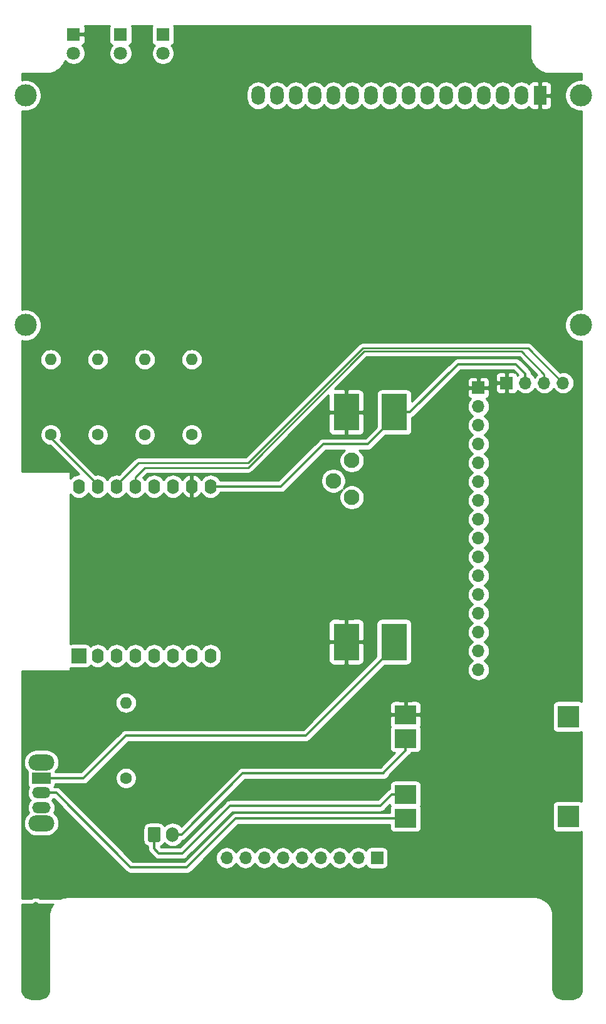
<source format=gbr>
G04 #@! TF.GenerationSoftware,KiCad,Pcbnew,(5.1.2)-1*
G04 #@! TF.CreationDate,2019-11-10T15:37:19+00:00*
G04 #@! TF.ProjectId,Keypad,4b657970-6164-42e6-9b69-6361645f7063,1*
G04 #@! TF.SameCoordinates,Original*
G04 #@! TF.FileFunction,Copper,L1,Top*
G04 #@! TF.FilePolarity,Positive*
%FSLAX46Y46*%
G04 Gerber Fmt 4.6, Leading zero omitted, Abs format (unit mm)*
G04 Created by KiCad (PCBNEW (5.1.2)-1) date 2019-11-10 15:37:19*
%MOMM*%
%LPD*%
G04 APERTURE LIST*
%ADD10C,3.000000*%
%ADD11O,1.800000X2.600000*%
%ADD12R,1.800000X2.600000*%
%ADD13O,1.600000X2.000000*%
%ADD14R,2.000000X2.000000*%
%ADD15C,2.100000*%
%ADD16R,3.500000X5.000000*%
%ADD17R,3.000000X3.000000*%
%ADD18R,3.000000X2.500000*%
%ADD19O,1.700000X2.000000*%
%ADD20C,0.100000*%
%ADD21C,1.700000*%
%ADD22C,1.800000*%
%ADD23R,1.800000X1.800000*%
%ADD24O,1.700000X1.700000*%
%ADD25R,1.700000X1.700000*%
%ADD26O,1.600000X1.600000*%
%ADD27C,1.600000*%
%ADD28O,3.500000X2.200000*%
%ADD29O,2.500000X1.500000*%
%ADD30R,2.500000X1.500000*%
%ADD31C,0.800000*%
%ADD32C,0.350000*%
%ADD33C,0.250000*%
%ADD34C,0.254000*%
G04 APERTURE END LIST*
D10*
X112170636Y-45629233D03*
X112171156Y-76629933D03*
X187169736Y-76629933D03*
X187169736Y-45629233D03*
D11*
X143570636Y-45629233D03*
X146110636Y-45629233D03*
X148650636Y-45629233D03*
X151190636Y-45629233D03*
X153730636Y-45629233D03*
X156270636Y-45629233D03*
X158810636Y-45629233D03*
X161350636Y-45629233D03*
X163890636Y-45629233D03*
X166430636Y-45629233D03*
X168970636Y-45629233D03*
X171510636Y-45629233D03*
X174050636Y-45629233D03*
X176590636Y-45629233D03*
X179130636Y-45629233D03*
D12*
X181670636Y-45629233D03*
D13*
X119380000Y-98425000D03*
X121920000Y-98425000D03*
X124460000Y-98425000D03*
X127000000Y-98425000D03*
X129540000Y-98425000D03*
X132080000Y-98425000D03*
X134620000Y-98425000D03*
X137160000Y-98425000D03*
X137160000Y-121285000D03*
X134620000Y-121285000D03*
X132080000Y-121285000D03*
X129540000Y-121285000D03*
X127000000Y-121285000D03*
X124460000Y-121285000D03*
D14*
X119380000Y-121285000D03*
D13*
X121920000Y-121285000D03*
D15*
X153750000Y-97660000D03*
X156250000Y-99910000D03*
X156250000Y-94910000D03*
D16*
X161950000Y-119410000D03*
X155500000Y-119410000D03*
X155500000Y-88410000D03*
X162000000Y-88410000D03*
D17*
X185500000Y-143000000D03*
X185500000Y-129500000D03*
D18*
X163500000Y-129250000D03*
X163500000Y-143250000D03*
X163500000Y-140000000D03*
X163500000Y-132500000D03*
D19*
X132040000Y-145415000D03*
D20*
G36*
X130164504Y-144416204D02*
G01*
X130188773Y-144419804D01*
X130212571Y-144425765D01*
X130235671Y-144434030D01*
X130257849Y-144444520D01*
X130278893Y-144457133D01*
X130298598Y-144471747D01*
X130316777Y-144488223D01*
X130333253Y-144506402D01*
X130347867Y-144526107D01*
X130360480Y-144547151D01*
X130370970Y-144569329D01*
X130379235Y-144592429D01*
X130385196Y-144616227D01*
X130388796Y-144640496D01*
X130390000Y-144665000D01*
X130390000Y-146165000D01*
X130388796Y-146189504D01*
X130385196Y-146213773D01*
X130379235Y-146237571D01*
X130370970Y-146260671D01*
X130360480Y-146282849D01*
X130347867Y-146303893D01*
X130333253Y-146323598D01*
X130316777Y-146341777D01*
X130298598Y-146358253D01*
X130278893Y-146372867D01*
X130257849Y-146385480D01*
X130235671Y-146395970D01*
X130212571Y-146404235D01*
X130188773Y-146410196D01*
X130164504Y-146413796D01*
X130140000Y-146415000D01*
X128940000Y-146415000D01*
X128915496Y-146413796D01*
X128891227Y-146410196D01*
X128867429Y-146404235D01*
X128844329Y-146395970D01*
X128822151Y-146385480D01*
X128801107Y-146372867D01*
X128781402Y-146358253D01*
X128763223Y-146341777D01*
X128746747Y-146323598D01*
X128732133Y-146303893D01*
X128719520Y-146282849D01*
X128709030Y-146260671D01*
X128700765Y-146237571D01*
X128694804Y-146213773D01*
X128691204Y-146189504D01*
X128690000Y-146165000D01*
X128690000Y-144665000D01*
X128691204Y-144640496D01*
X128694804Y-144616227D01*
X128700765Y-144592429D01*
X128709030Y-144569329D01*
X128719520Y-144547151D01*
X128732133Y-144526107D01*
X128746747Y-144506402D01*
X128763223Y-144488223D01*
X128781402Y-144471747D01*
X128801107Y-144457133D01*
X128822151Y-144444520D01*
X128844329Y-144434030D01*
X128867429Y-144425765D01*
X128891227Y-144419804D01*
X128915496Y-144416204D01*
X128940000Y-144415000D01*
X130140000Y-144415000D01*
X130164504Y-144416204D01*
X130164504Y-144416204D01*
G37*
D21*
X129540000Y-145415000D03*
D22*
X130732585Y-39932360D03*
D23*
X130732585Y-37392360D03*
D22*
X125017585Y-39932360D03*
D23*
X125017585Y-37392360D03*
D22*
X118667585Y-39932360D03*
D23*
X118667585Y-37392360D03*
D24*
X184785000Y-84455000D03*
X182245000Y-84455000D03*
X179705000Y-84455000D03*
D25*
X177165000Y-84455000D03*
D24*
X173355000Y-123190000D03*
X173355000Y-120650000D03*
X173355000Y-118110000D03*
X173355000Y-115570000D03*
X173355000Y-113030000D03*
X173355000Y-110490000D03*
X173355000Y-107950000D03*
X173355000Y-105410000D03*
X173355000Y-102870000D03*
X173355000Y-100330000D03*
X173355000Y-97790000D03*
X173355000Y-95250000D03*
X173355000Y-92710000D03*
X173355000Y-90170000D03*
X173355000Y-87630000D03*
D25*
X173355000Y-85090000D03*
D24*
X139340000Y-148574501D03*
X141880000Y-148574501D03*
X144420000Y-148574501D03*
X146960000Y-148574501D03*
X149500000Y-148574501D03*
X152040000Y-148574501D03*
X154580000Y-148574501D03*
X157120000Y-148574501D03*
D25*
X159660000Y-148574501D03*
D26*
X128270000Y-81280000D03*
D27*
X128270000Y-91440000D03*
D26*
X121920000Y-81280000D03*
D27*
X121920000Y-91440000D03*
D26*
X115570000Y-81280000D03*
D27*
X115570000Y-91440000D03*
D26*
X134620000Y-81280000D03*
D27*
X134620000Y-91440000D03*
D26*
X125730000Y-127635000D03*
D27*
X125730000Y-137795000D03*
D28*
X114300000Y-143895000D03*
X114300000Y-135695000D03*
D29*
X114300000Y-141795000D03*
X114300000Y-139795000D03*
D30*
X114300000Y-137795000D03*
D31*
X113538000Y-154940000D03*
D32*
X129540000Y-147320000D02*
X129540000Y-145415000D01*
X130175000Y-147955000D02*
X129540000Y-147320000D01*
X133350000Y-147955000D02*
X130175000Y-147955000D01*
X139760000Y-141545000D02*
X133350000Y-147955000D01*
X160105000Y-141545000D02*
X139760000Y-141545000D01*
X161650000Y-140000000D02*
X160105000Y-141545000D01*
X163500000Y-140000000D02*
X161650000Y-140000000D01*
X133240000Y-145415000D02*
X132040000Y-145415000D01*
X141495000Y-137160000D02*
X133240000Y-145415000D01*
X160440000Y-137160000D02*
X154160000Y-137160000D01*
X163500000Y-134100000D02*
X160440000Y-137160000D01*
X163500000Y-132500000D02*
X163500000Y-134100000D01*
X160565000Y-137160000D02*
X154160000Y-137160000D01*
X154160000Y-137160000D02*
X141495000Y-137160000D01*
D33*
X115570000Y-91875000D02*
X115570000Y-91440000D01*
X121920000Y-98225000D02*
X115570000Y-91875000D01*
X121920000Y-98425000D02*
X121920000Y-98225000D01*
D32*
X137160000Y-98425000D02*
X146685000Y-98425000D01*
X146685000Y-98425000D02*
X152400000Y-92710000D01*
X162000000Y-89160000D02*
X162000000Y-88410000D01*
X158450000Y-92710000D02*
X162000000Y-89160000D01*
X152400000Y-92710000D02*
X158450000Y-92710000D01*
X179705000Y-83185000D02*
X179705000Y-84455000D01*
X178435000Y-81915000D02*
X179705000Y-83185000D01*
X170595000Y-81915000D02*
X178435000Y-81915000D01*
X162000000Y-88410000D02*
X164100000Y-88410000D01*
X164100000Y-88410000D02*
X170595000Y-81915000D01*
D33*
X127000000Y-97175000D02*
X128290000Y-95885000D01*
X127000000Y-98425000D02*
X127000000Y-97175000D01*
X128290000Y-95885000D02*
X142240000Y-95885000D01*
X182245000Y-83252919D02*
X182245000Y-84455000D01*
X179187072Y-80194991D02*
X182245000Y-83252919D01*
X142240000Y-95885000D02*
X157930009Y-80194991D01*
X157930009Y-80194991D02*
X179187072Y-80194991D01*
X124460000Y-98225000D02*
X127435000Y-95250000D01*
X124460000Y-98425000D02*
X124460000Y-98225000D01*
X142238590Y-95250000D02*
X157743609Y-79744981D01*
X127435000Y-95250000D02*
X142238590Y-95250000D01*
X180074981Y-79744981D02*
X184785000Y-84455000D01*
X157743609Y-79744981D02*
X180074981Y-79744981D01*
D32*
X114300000Y-137795000D02*
X120015000Y-137795000D01*
X120015000Y-137795000D02*
X125730000Y-132080000D01*
X161950000Y-120160000D02*
X161950000Y-119410000D01*
X150030000Y-132080000D02*
X161950000Y-120160000D01*
X125730000Y-132080000D02*
X150030000Y-132080000D01*
X133985000Y-149860000D02*
X126365000Y-149860000D01*
X116300000Y-139795000D02*
X114300000Y-139795000D01*
X126365000Y-149860000D02*
X116300000Y-139795000D01*
X140595000Y-143250000D02*
X138797500Y-145047500D01*
X163500000Y-143250000D02*
X140595000Y-143250000D01*
X139050000Y-144795000D02*
X138797500Y-145047500D01*
X138797500Y-145047500D02*
X133985000Y-149860000D01*
D34*
G36*
X123528083Y-36248180D02*
G01*
X123491773Y-36367878D01*
X123479513Y-36492360D01*
X123479513Y-38292360D01*
X123491773Y-38416842D01*
X123528083Y-38536540D01*
X123587048Y-38646854D01*
X123666400Y-38743545D01*
X123763091Y-38822897D01*
X123873405Y-38881862D01*
X123891712Y-38887416D01*
X123825273Y-38953855D01*
X123657286Y-39205265D01*
X123541574Y-39484617D01*
X123482585Y-39781176D01*
X123482585Y-40083544D01*
X123541574Y-40380103D01*
X123657286Y-40659455D01*
X123825273Y-40910865D01*
X124039080Y-41124672D01*
X124290490Y-41292659D01*
X124569842Y-41408371D01*
X124866401Y-41467360D01*
X125168769Y-41467360D01*
X125465328Y-41408371D01*
X125744680Y-41292659D01*
X125996090Y-41124672D01*
X126209897Y-40910865D01*
X126377884Y-40659455D01*
X126493596Y-40380103D01*
X126552585Y-40083544D01*
X126552585Y-39781176D01*
X126493596Y-39484617D01*
X126377884Y-39205265D01*
X126209897Y-38953855D01*
X126143458Y-38887416D01*
X126161765Y-38881862D01*
X126272079Y-38822897D01*
X126368770Y-38743545D01*
X126448122Y-38646854D01*
X126507087Y-38536540D01*
X126543397Y-38416842D01*
X126555657Y-38292360D01*
X126555657Y-36492360D01*
X126543397Y-36367878D01*
X126507087Y-36248180D01*
X126473316Y-36185000D01*
X129276854Y-36185000D01*
X129243083Y-36248180D01*
X129206773Y-36367878D01*
X129194513Y-36492360D01*
X129194513Y-38292360D01*
X129206773Y-38416842D01*
X129243083Y-38536540D01*
X129302048Y-38646854D01*
X129381400Y-38743545D01*
X129478091Y-38822897D01*
X129588405Y-38881862D01*
X129606712Y-38887416D01*
X129540273Y-38953855D01*
X129372286Y-39205265D01*
X129256574Y-39484617D01*
X129197585Y-39781176D01*
X129197585Y-40083544D01*
X129256574Y-40380103D01*
X129372286Y-40659455D01*
X129540273Y-40910865D01*
X129754080Y-41124672D01*
X130005490Y-41292659D01*
X130284842Y-41408371D01*
X130581401Y-41467360D01*
X130883769Y-41467360D01*
X131180328Y-41408371D01*
X131459680Y-41292659D01*
X131711090Y-41124672D01*
X131924897Y-40910865D01*
X132092884Y-40659455D01*
X132208596Y-40380103D01*
X132267585Y-40083544D01*
X132267585Y-39781176D01*
X132208596Y-39484617D01*
X132092884Y-39205265D01*
X131924897Y-38953855D01*
X131858458Y-38887416D01*
X131876765Y-38881862D01*
X131987079Y-38822897D01*
X132083770Y-38743545D01*
X132163122Y-38646854D01*
X132222087Y-38536540D01*
X132258397Y-38416842D01*
X132270657Y-38292360D01*
X132270657Y-36492360D01*
X132258397Y-36367878D01*
X132222087Y-36248180D01*
X132188316Y-36185000D01*
X180315000Y-36185000D01*
X180315001Y-40033647D01*
X180317955Y-40063636D01*
X180317868Y-40076047D01*
X180318802Y-40085565D01*
X180359603Y-40473758D01*
X180372080Y-40534539D01*
X180383720Y-40595560D01*
X180386484Y-40604716D01*
X180501908Y-40977591D01*
X180525986Y-41034870D01*
X180549225Y-41092388D01*
X180553714Y-41100833D01*
X180739366Y-41444188D01*
X180774068Y-41495635D01*
X180808079Y-41547610D01*
X180814124Y-41555022D01*
X181062931Y-41855777D01*
X181106984Y-41899524D01*
X181150422Y-41943881D01*
X181157792Y-41949978D01*
X181460276Y-42196679D01*
X181512005Y-42231047D01*
X181563215Y-42266111D01*
X181571628Y-42270661D01*
X181916270Y-42453910D01*
X181973636Y-42477555D01*
X182030736Y-42502028D01*
X182039873Y-42504856D01*
X182413544Y-42617674D01*
X182474469Y-42629737D01*
X182535174Y-42642641D01*
X182544686Y-42643641D01*
X182933155Y-42681731D01*
X182933163Y-42681731D01*
X182966353Y-42685000D01*
X187315000Y-42685000D01*
X187315000Y-43494233D01*
X186959457Y-43494233D01*
X186546980Y-43576280D01*
X186158434Y-43737221D01*
X185808753Y-43970870D01*
X185511373Y-44268250D01*
X185277724Y-44617931D01*
X185116783Y-45006477D01*
X185034736Y-45418954D01*
X185034736Y-45839512D01*
X185116783Y-46251989D01*
X185277724Y-46640535D01*
X185511373Y-46990216D01*
X185808753Y-47287596D01*
X186158434Y-47521245D01*
X186546980Y-47682186D01*
X186959457Y-47764233D01*
X187315000Y-47764233D01*
X187315000Y-74494933D01*
X186959457Y-74494933D01*
X186546980Y-74576980D01*
X186158434Y-74737921D01*
X185808753Y-74971570D01*
X185511373Y-75268950D01*
X185277724Y-75618631D01*
X185116783Y-76007177D01*
X185034736Y-76419654D01*
X185034736Y-76840212D01*
X185116783Y-77252689D01*
X185277724Y-77641235D01*
X185511373Y-77990916D01*
X185808753Y-78288296D01*
X186158434Y-78521945D01*
X186546980Y-78682886D01*
X186959457Y-78764933D01*
X187315000Y-78764933D01*
X187315001Y-127448353D01*
X187244180Y-127410498D01*
X187124482Y-127374188D01*
X187000000Y-127361928D01*
X184000000Y-127361928D01*
X183875518Y-127374188D01*
X183755820Y-127410498D01*
X183645506Y-127469463D01*
X183548815Y-127548815D01*
X183469463Y-127645506D01*
X183410498Y-127755820D01*
X183374188Y-127875518D01*
X183361928Y-128000000D01*
X183361928Y-131000000D01*
X183374188Y-131124482D01*
X183410498Y-131244180D01*
X183469463Y-131354494D01*
X183548815Y-131451185D01*
X183645506Y-131530537D01*
X183755820Y-131589502D01*
X183875518Y-131625812D01*
X184000000Y-131638072D01*
X187000000Y-131638072D01*
X187124482Y-131625812D01*
X187244180Y-131589502D01*
X187315001Y-131551647D01*
X187315001Y-140948353D01*
X187244180Y-140910498D01*
X187124482Y-140874188D01*
X187000000Y-140861928D01*
X184000000Y-140861928D01*
X183875518Y-140874188D01*
X183755820Y-140910498D01*
X183645506Y-140969463D01*
X183548815Y-141048815D01*
X183469463Y-141145506D01*
X183410498Y-141255820D01*
X183374188Y-141375518D01*
X183361928Y-141500000D01*
X183361928Y-144500000D01*
X183374188Y-144624482D01*
X183410498Y-144744180D01*
X183469463Y-144854494D01*
X183548815Y-144951185D01*
X183645506Y-145030537D01*
X183755820Y-145089502D01*
X183875518Y-145125812D01*
X184000000Y-145138072D01*
X187000000Y-145138072D01*
X187124482Y-145125812D01*
X187244180Y-145089502D01*
X187315001Y-145051647D01*
X187315001Y-166336487D01*
X187288543Y-166606327D01*
X187219908Y-166833656D01*
X187108428Y-167043320D01*
X186958343Y-167227341D01*
X186775380Y-167378701D01*
X186566493Y-167491646D01*
X186339653Y-167561865D01*
X186071966Y-167590000D01*
X184691503Y-167590000D01*
X184421673Y-167563543D01*
X184194344Y-167494908D01*
X183984680Y-167383428D01*
X183800659Y-167233343D01*
X183649299Y-167050380D01*
X183536354Y-166841493D01*
X183466135Y-166614653D01*
X183438000Y-166346966D01*
X183438000Y-156379553D01*
X183435053Y-156349628D01*
X183435135Y-156337817D01*
X183434201Y-156328299D01*
X183395338Y-155958544D01*
X183382863Y-155897769D01*
X183371221Y-155836742D01*
X183368456Y-155827586D01*
X183258514Y-155472422D01*
X183234454Y-155415184D01*
X183211199Y-155357626D01*
X183206709Y-155349181D01*
X183029877Y-155022136D01*
X182995142Y-154970639D01*
X182961163Y-154918714D01*
X182955118Y-154911302D01*
X182718129Y-154624832D01*
X182674076Y-154581085D01*
X182630638Y-154536728D01*
X182623269Y-154530632D01*
X182335152Y-154295648D01*
X182283416Y-154261275D01*
X182232212Y-154226215D01*
X182223799Y-154221666D01*
X181895527Y-154047121D01*
X181838131Y-154023464D01*
X181781063Y-153999005D01*
X181771926Y-153996176D01*
X181416004Y-153888716D01*
X181355074Y-153876652D01*
X181294371Y-153863749D01*
X181284863Y-153862749D01*
X181284859Y-153862749D01*
X180914844Y-153826469D01*
X180914837Y-153826469D01*
X180881647Y-153823200D01*
X117873153Y-153823200D01*
X117843228Y-153826147D01*
X117831417Y-153826065D01*
X117821899Y-153826999D01*
X117452144Y-153865862D01*
X117391369Y-153878337D01*
X117330342Y-153889979D01*
X117321186Y-153892744D01*
X116966022Y-154002686D01*
X116908784Y-154026746D01*
X116851226Y-154050001D01*
X116849347Y-154051000D01*
X114070468Y-154051000D01*
X114028256Y-154022795D01*
X113839898Y-153944774D01*
X113639939Y-153905000D01*
X113436061Y-153905000D01*
X113236102Y-153944774D01*
X113047744Y-154022795D01*
X113005532Y-154051000D01*
X111685000Y-154051000D01*
X111685000Y-135695000D01*
X111906606Y-135695000D01*
X111940105Y-136035119D01*
X112039314Y-136362168D01*
X112200421Y-136663578D01*
X112417234Y-136927766D01*
X112423008Y-136932504D01*
X112411928Y-137045000D01*
X112411928Y-138545000D01*
X112424188Y-138669482D01*
X112460498Y-138789180D01*
X112519463Y-138899494D01*
X112598815Y-138996185D01*
X112638940Y-139029114D01*
X112514236Y-139262419D01*
X112435040Y-139523493D01*
X112408299Y-139795000D01*
X112435040Y-140066507D01*
X112514236Y-140327581D01*
X112642843Y-140568188D01*
X112815919Y-140779081D01*
X112835316Y-140795000D01*
X112815919Y-140810919D01*
X112642843Y-141021812D01*
X112514236Y-141262419D01*
X112435040Y-141523493D01*
X112408299Y-141795000D01*
X112435040Y-142066507D01*
X112514236Y-142327581D01*
X112608994Y-142504861D01*
X112417234Y-142662234D01*
X112200421Y-142926422D01*
X112039314Y-143227832D01*
X111940105Y-143554881D01*
X111906606Y-143895000D01*
X111940105Y-144235119D01*
X112039314Y-144562168D01*
X112200421Y-144863578D01*
X112417234Y-145127766D01*
X112681422Y-145344579D01*
X112982832Y-145505686D01*
X113309881Y-145604895D01*
X113564775Y-145630000D01*
X115035225Y-145630000D01*
X115290119Y-145604895D01*
X115617168Y-145505686D01*
X115918578Y-145344579D01*
X116182766Y-145127766D01*
X116399579Y-144863578D01*
X116560686Y-144562168D01*
X116659895Y-144235119D01*
X116693394Y-143895000D01*
X116659895Y-143554881D01*
X116560686Y-143227832D01*
X116399579Y-142926422D01*
X116182766Y-142662234D01*
X115991006Y-142504861D01*
X116085764Y-142327581D01*
X116164960Y-142066507D01*
X116191701Y-141795000D01*
X116164960Y-141523493D01*
X116085764Y-141262419D01*
X115957157Y-141021812D01*
X115784081Y-140810919D01*
X115764684Y-140795000D01*
X115784081Y-140779081D01*
X115926946Y-140605000D01*
X115964488Y-140605000D01*
X125764105Y-150404618D01*
X125789472Y-150435528D01*
X125820380Y-150460893D01*
X125912811Y-150536749D01*
X126053526Y-150611963D01*
X126206212Y-150658280D01*
X126365000Y-150673919D01*
X126404791Y-150670000D01*
X133945212Y-150670000D01*
X133985000Y-150673919D01*
X134024788Y-150670000D01*
X134024791Y-150670000D01*
X134143788Y-150658280D01*
X134296473Y-150611963D01*
X134437189Y-150536749D01*
X134560528Y-150435528D01*
X134585900Y-150404612D01*
X136416011Y-148574501D01*
X137847815Y-148574501D01*
X137876487Y-148865612D01*
X137961401Y-149145535D01*
X138099294Y-149403515D01*
X138284866Y-149629635D01*
X138510986Y-149815207D01*
X138768966Y-149953100D01*
X139048889Y-150038014D01*
X139267050Y-150059501D01*
X139412950Y-150059501D01*
X139631111Y-150038014D01*
X139911034Y-149953100D01*
X140169014Y-149815207D01*
X140395134Y-149629635D01*
X140580706Y-149403515D01*
X140610000Y-149348710D01*
X140639294Y-149403515D01*
X140824866Y-149629635D01*
X141050986Y-149815207D01*
X141308966Y-149953100D01*
X141588889Y-150038014D01*
X141807050Y-150059501D01*
X141952950Y-150059501D01*
X142171111Y-150038014D01*
X142451034Y-149953100D01*
X142709014Y-149815207D01*
X142935134Y-149629635D01*
X143120706Y-149403515D01*
X143150000Y-149348710D01*
X143179294Y-149403515D01*
X143364866Y-149629635D01*
X143590986Y-149815207D01*
X143848966Y-149953100D01*
X144128889Y-150038014D01*
X144347050Y-150059501D01*
X144492950Y-150059501D01*
X144711111Y-150038014D01*
X144991034Y-149953100D01*
X145249014Y-149815207D01*
X145475134Y-149629635D01*
X145660706Y-149403515D01*
X145690000Y-149348710D01*
X145719294Y-149403515D01*
X145904866Y-149629635D01*
X146130986Y-149815207D01*
X146388966Y-149953100D01*
X146668889Y-150038014D01*
X146887050Y-150059501D01*
X147032950Y-150059501D01*
X147251111Y-150038014D01*
X147531034Y-149953100D01*
X147789014Y-149815207D01*
X148015134Y-149629635D01*
X148200706Y-149403515D01*
X148230000Y-149348710D01*
X148259294Y-149403515D01*
X148444866Y-149629635D01*
X148670986Y-149815207D01*
X148928966Y-149953100D01*
X149208889Y-150038014D01*
X149427050Y-150059501D01*
X149572950Y-150059501D01*
X149791111Y-150038014D01*
X150071034Y-149953100D01*
X150329014Y-149815207D01*
X150555134Y-149629635D01*
X150740706Y-149403515D01*
X150770000Y-149348710D01*
X150799294Y-149403515D01*
X150984866Y-149629635D01*
X151210986Y-149815207D01*
X151468966Y-149953100D01*
X151748889Y-150038014D01*
X151967050Y-150059501D01*
X152112950Y-150059501D01*
X152331111Y-150038014D01*
X152611034Y-149953100D01*
X152869014Y-149815207D01*
X153095134Y-149629635D01*
X153280706Y-149403515D01*
X153310000Y-149348710D01*
X153339294Y-149403515D01*
X153524866Y-149629635D01*
X153750986Y-149815207D01*
X154008966Y-149953100D01*
X154288889Y-150038014D01*
X154507050Y-150059501D01*
X154652950Y-150059501D01*
X154871111Y-150038014D01*
X155151034Y-149953100D01*
X155409014Y-149815207D01*
X155635134Y-149629635D01*
X155820706Y-149403515D01*
X155850000Y-149348710D01*
X155879294Y-149403515D01*
X156064866Y-149629635D01*
X156290986Y-149815207D01*
X156548966Y-149953100D01*
X156828889Y-150038014D01*
X157047050Y-150059501D01*
X157192950Y-150059501D01*
X157411111Y-150038014D01*
X157691034Y-149953100D01*
X157949014Y-149815207D01*
X158175134Y-149629635D01*
X158199607Y-149599814D01*
X158220498Y-149668681D01*
X158279463Y-149778995D01*
X158358815Y-149875686D01*
X158455506Y-149955038D01*
X158565820Y-150014003D01*
X158685518Y-150050313D01*
X158810000Y-150062573D01*
X160510000Y-150062573D01*
X160634482Y-150050313D01*
X160754180Y-150014003D01*
X160864494Y-149955038D01*
X160961185Y-149875686D01*
X161040537Y-149778995D01*
X161099502Y-149668681D01*
X161135812Y-149548983D01*
X161148072Y-149424501D01*
X161148072Y-147724501D01*
X161135812Y-147600019D01*
X161099502Y-147480321D01*
X161040537Y-147370007D01*
X160961185Y-147273316D01*
X160864494Y-147193964D01*
X160754180Y-147134999D01*
X160634482Y-147098689D01*
X160510000Y-147086429D01*
X158810000Y-147086429D01*
X158685518Y-147098689D01*
X158565820Y-147134999D01*
X158455506Y-147193964D01*
X158358815Y-147273316D01*
X158279463Y-147370007D01*
X158220498Y-147480321D01*
X158199607Y-147549188D01*
X158175134Y-147519367D01*
X157949014Y-147333795D01*
X157691034Y-147195902D01*
X157411111Y-147110988D01*
X157192950Y-147089501D01*
X157047050Y-147089501D01*
X156828889Y-147110988D01*
X156548966Y-147195902D01*
X156290986Y-147333795D01*
X156064866Y-147519367D01*
X155879294Y-147745487D01*
X155850000Y-147800292D01*
X155820706Y-147745487D01*
X155635134Y-147519367D01*
X155409014Y-147333795D01*
X155151034Y-147195902D01*
X154871111Y-147110988D01*
X154652950Y-147089501D01*
X154507050Y-147089501D01*
X154288889Y-147110988D01*
X154008966Y-147195902D01*
X153750986Y-147333795D01*
X153524866Y-147519367D01*
X153339294Y-147745487D01*
X153310000Y-147800292D01*
X153280706Y-147745487D01*
X153095134Y-147519367D01*
X152869014Y-147333795D01*
X152611034Y-147195902D01*
X152331111Y-147110988D01*
X152112950Y-147089501D01*
X151967050Y-147089501D01*
X151748889Y-147110988D01*
X151468966Y-147195902D01*
X151210986Y-147333795D01*
X150984866Y-147519367D01*
X150799294Y-147745487D01*
X150770000Y-147800292D01*
X150740706Y-147745487D01*
X150555134Y-147519367D01*
X150329014Y-147333795D01*
X150071034Y-147195902D01*
X149791111Y-147110988D01*
X149572950Y-147089501D01*
X149427050Y-147089501D01*
X149208889Y-147110988D01*
X148928966Y-147195902D01*
X148670986Y-147333795D01*
X148444866Y-147519367D01*
X148259294Y-147745487D01*
X148230000Y-147800292D01*
X148200706Y-147745487D01*
X148015134Y-147519367D01*
X147789014Y-147333795D01*
X147531034Y-147195902D01*
X147251111Y-147110988D01*
X147032950Y-147089501D01*
X146887050Y-147089501D01*
X146668889Y-147110988D01*
X146388966Y-147195902D01*
X146130986Y-147333795D01*
X145904866Y-147519367D01*
X145719294Y-147745487D01*
X145690000Y-147800292D01*
X145660706Y-147745487D01*
X145475134Y-147519367D01*
X145249014Y-147333795D01*
X144991034Y-147195902D01*
X144711111Y-147110988D01*
X144492950Y-147089501D01*
X144347050Y-147089501D01*
X144128889Y-147110988D01*
X143848966Y-147195902D01*
X143590986Y-147333795D01*
X143364866Y-147519367D01*
X143179294Y-147745487D01*
X143150000Y-147800292D01*
X143120706Y-147745487D01*
X142935134Y-147519367D01*
X142709014Y-147333795D01*
X142451034Y-147195902D01*
X142171111Y-147110988D01*
X141952950Y-147089501D01*
X141807050Y-147089501D01*
X141588889Y-147110988D01*
X141308966Y-147195902D01*
X141050986Y-147333795D01*
X140824866Y-147519367D01*
X140639294Y-147745487D01*
X140610000Y-147800292D01*
X140580706Y-147745487D01*
X140395134Y-147519367D01*
X140169014Y-147333795D01*
X139911034Y-147195902D01*
X139631111Y-147110988D01*
X139412950Y-147089501D01*
X139267050Y-147089501D01*
X139048889Y-147110988D01*
X138768966Y-147195902D01*
X138510986Y-147333795D01*
X138284866Y-147519367D01*
X138099294Y-147745487D01*
X137961401Y-148003467D01*
X137876487Y-148283390D01*
X137847815Y-148574501D01*
X136416011Y-148574501D01*
X139398393Y-145592120D01*
X139398398Y-145592114D01*
X139650893Y-145339619D01*
X140930513Y-144060000D01*
X161361928Y-144060000D01*
X161361928Y-144500000D01*
X161374188Y-144624482D01*
X161410498Y-144744180D01*
X161469463Y-144854494D01*
X161548815Y-144951185D01*
X161645506Y-145030537D01*
X161755820Y-145089502D01*
X161875518Y-145125812D01*
X162000000Y-145138072D01*
X165000000Y-145138072D01*
X165124482Y-145125812D01*
X165244180Y-145089502D01*
X165354494Y-145030537D01*
X165451185Y-144951185D01*
X165530537Y-144854494D01*
X165589502Y-144744180D01*
X165625812Y-144624482D01*
X165638072Y-144500000D01*
X165638072Y-142000000D01*
X165625812Y-141875518D01*
X165589502Y-141755820D01*
X165530537Y-141645506D01*
X165513708Y-141625000D01*
X165530537Y-141604494D01*
X165589502Y-141494180D01*
X165625812Y-141374482D01*
X165638072Y-141250000D01*
X165638072Y-138750000D01*
X165625812Y-138625518D01*
X165589502Y-138505820D01*
X165530537Y-138395506D01*
X165451185Y-138298815D01*
X165354494Y-138219463D01*
X165244180Y-138160498D01*
X165124482Y-138124188D01*
X165000000Y-138111928D01*
X162000000Y-138111928D01*
X161875518Y-138124188D01*
X161755820Y-138160498D01*
X161645506Y-138219463D01*
X161548815Y-138298815D01*
X161469463Y-138395506D01*
X161410498Y-138505820D01*
X161374188Y-138625518D01*
X161361928Y-138750000D01*
X161361928Y-139240938D01*
X161338527Y-139248037D01*
X161273024Y-139283049D01*
X161197810Y-139323251D01*
X161133796Y-139375786D01*
X161074472Y-139424472D01*
X161049105Y-139455382D01*
X159769488Y-140735000D01*
X139799788Y-140735000D01*
X139760000Y-140731081D01*
X139720212Y-140735000D01*
X139720209Y-140735000D01*
X139601212Y-140746720D01*
X139448527Y-140793037D01*
X139415072Y-140810919D01*
X139307810Y-140868251D01*
X139243796Y-140920786D01*
X139184472Y-140969472D01*
X139159107Y-141000380D01*
X133014488Y-147145000D01*
X130510513Y-147145000D01*
X130380977Y-147015465D01*
X130479850Y-146985472D01*
X130633386Y-146903405D01*
X130767962Y-146792962D01*
X130878405Y-146658386D01*
X130932777Y-146556663D01*
X130984866Y-146620134D01*
X131210987Y-146805706D01*
X131468967Y-146943599D01*
X131748890Y-147028513D01*
X132040000Y-147057185D01*
X132331111Y-147028513D01*
X132611034Y-146943599D01*
X132869014Y-146805706D01*
X133095134Y-146620134D01*
X133280706Y-146394014D01*
X133376116Y-146215513D01*
X133398788Y-146213280D01*
X133551473Y-146166963D01*
X133692189Y-146091749D01*
X133815528Y-145990528D01*
X133840900Y-145959612D01*
X141830513Y-137970000D01*
X160400212Y-137970000D01*
X160440000Y-137973919D01*
X160479788Y-137970000D01*
X160604791Y-137970000D01*
X160723788Y-137958280D01*
X160876473Y-137911963D01*
X161017189Y-137836749D01*
X161140528Y-137735528D01*
X161241749Y-137612189D01*
X161316963Y-137471473D01*
X161335654Y-137409858D01*
X164044618Y-134700895D01*
X164075528Y-134675528D01*
X164176749Y-134552189D01*
X164224831Y-134462234D01*
X164251963Y-134411474D01*
X164259062Y-134388072D01*
X165000000Y-134388072D01*
X165124482Y-134375812D01*
X165244180Y-134339502D01*
X165354494Y-134280537D01*
X165451185Y-134201185D01*
X165530537Y-134104494D01*
X165589502Y-133994180D01*
X165625812Y-133874482D01*
X165638072Y-133750000D01*
X165638072Y-131250000D01*
X165625812Y-131125518D01*
X165589502Y-131005820D01*
X165530537Y-130895506D01*
X165513708Y-130875000D01*
X165530537Y-130854494D01*
X165589502Y-130744180D01*
X165625812Y-130624482D01*
X165638072Y-130500000D01*
X165635000Y-129535750D01*
X165476250Y-129377000D01*
X163627000Y-129377000D01*
X163627000Y-129397000D01*
X163373000Y-129397000D01*
X163373000Y-129377000D01*
X161523750Y-129377000D01*
X161365000Y-129535750D01*
X161361928Y-130500000D01*
X161374188Y-130624482D01*
X161410498Y-130744180D01*
X161469463Y-130854494D01*
X161486292Y-130875000D01*
X161469463Y-130895506D01*
X161410498Y-131005820D01*
X161374188Y-131125518D01*
X161361928Y-131250000D01*
X161361928Y-133750000D01*
X161374188Y-133874482D01*
X161410498Y-133994180D01*
X161469463Y-134104494D01*
X161548815Y-134201185D01*
X161645506Y-134280537D01*
X161755820Y-134339502D01*
X161875518Y-134375812D01*
X162000000Y-134388072D01*
X162066415Y-134388072D01*
X160104488Y-136350000D01*
X141534788Y-136350000D01*
X141495000Y-136346081D01*
X141455212Y-136350000D01*
X141455209Y-136350000D01*
X141336212Y-136361720D01*
X141183527Y-136408037D01*
X141162665Y-136419188D01*
X141042810Y-136483251D01*
X140993986Y-136523320D01*
X140919472Y-136584472D01*
X140894107Y-136615380D01*
X133187308Y-144322180D01*
X133095134Y-144209866D01*
X132869013Y-144024294D01*
X132611033Y-143886401D01*
X132331110Y-143801487D01*
X132040000Y-143772815D01*
X131748889Y-143801487D01*
X131468966Y-143886401D01*
X131210986Y-144024294D01*
X130984866Y-144209866D01*
X130932777Y-144273337D01*
X130878405Y-144171614D01*
X130767962Y-144037038D01*
X130633386Y-143926595D01*
X130479850Y-143844528D01*
X130313254Y-143793992D01*
X130140000Y-143776928D01*
X128940000Y-143776928D01*
X128766746Y-143793992D01*
X128600150Y-143844528D01*
X128446614Y-143926595D01*
X128312038Y-144037038D01*
X128201595Y-144171614D01*
X128119528Y-144325150D01*
X128068992Y-144491746D01*
X128051928Y-144665000D01*
X128051928Y-146165000D01*
X128068992Y-146338254D01*
X128119528Y-146504850D01*
X128201595Y-146658386D01*
X128312038Y-146792962D01*
X128446614Y-146903405D01*
X128600150Y-146985472D01*
X128730000Y-147024861D01*
X128730000Y-147280211D01*
X128726081Y-147320000D01*
X128730000Y-147359788D01*
X128730000Y-147359790D01*
X128741720Y-147478787D01*
X128788037Y-147631472D01*
X128788038Y-147631473D01*
X128863251Y-147772189D01*
X128894703Y-147810513D01*
X128964472Y-147895528D01*
X128995387Y-147920899D01*
X129574105Y-148499618D01*
X129599472Y-148530528D01*
X129630380Y-148555893D01*
X129722811Y-148631749D01*
X129863526Y-148706963D01*
X129899063Y-148717743D01*
X130016212Y-148753280D01*
X130135209Y-148765000D01*
X130135212Y-148765000D01*
X130175000Y-148768919D01*
X130214788Y-148765000D01*
X133310212Y-148765000D01*
X133350000Y-148768919D01*
X133389788Y-148765000D01*
X133389791Y-148765000D01*
X133508788Y-148753280D01*
X133661473Y-148706963D01*
X133802189Y-148631749D01*
X133925528Y-148530528D01*
X133950900Y-148499612D01*
X140095513Y-142355000D01*
X160065212Y-142355000D01*
X160105000Y-142358919D01*
X160144788Y-142355000D01*
X160144791Y-142355000D01*
X160263788Y-142343280D01*
X160416473Y-142296963D01*
X160557189Y-142221749D01*
X160680528Y-142120528D01*
X160705899Y-142089613D01*
X161385090Y-141410422D01*
X161410498Y-141494180D01*
X161469463Y-141604494D01*
X161486292Y-141625000D01*
X161469463Y-141645506D01*
X161410498Y-141755820D01*
X161374188Y-141875518D01*
X161361928Y-142000000D01*
X161361928Y-142440000D01*
X140634788Y-142440000D01*
X140595000Y-142436081D01*
X140555212Y-142440000D01*
X140555209Y-142440000D01*
X140436212Y-142451720D01*
X140283527Y-142498037D01*
X140218024Y-142533049D01*
X140142810Y-142573251D01*
X140078796Y-142625786D01*
X140019472Y-142674472D01*
X139994105Y-142705382D01*
X138252885Y-144446603D01*
X138252880Y-144446607D01*
X133649488Y-149050000D01*
X126700513Y-149050000D01*
X116900900Y-139250388D01*
X116875528Y-139219472D01*
X116752189Y-139118251D01*
X116611473Y-139043037D01*
X116458788Y-138996720D01*
X116339791Y-138985000D01*
X116339788Y-138985000D01*
X116300000Y-138981081D01*
X116260212Y-138985000D01*
X116010364Y-138985000D01*
X116080537Y-138899494D01*
X116139502Y-138789180D01*
X116175812Y-138669482D01*
X116182163Y-138605000D01*
X119975212Y-138605000D01*
X120015000Y-138608919D01*
X120054788Y-138605000D01*
X120054791Y-138605000D01*
X120173788Y-138593280D01*
X120326473Y-138546963D01*
X120467189Y-138471749D01*
X120590528Y-138370528D01*
X120615900Y-138339612D01*
X121301847Y-137653665D01*
X124295000Y-137653665D01*
X124295000Y-137936335D01*
X124350147Y-138213574D01*
X124458320Y-138474727D01*
X124615363Y-138709759D01*
X124815241Y-138909637D01*
X125050273Y-139066680D01*
X125311426Y-139174853D01*
X125588665Y-139230000D01*
X125871335Y-139230000D01*
X126148574Y-139174853D01*
X126409727Y-139066680D01*
X126644759Y-138909637D01*
X126844637Y-138709759D01*
X127001680Y-138474727D01*
X127109853Y-138213574D01*
X127165000Y-137936335D01*
X127165000Y-137653665D01*
X127109853Y-137376426D01*
X127001680Y-137115273D01*
X126844637Y-136880241D01*
X126644759Y-136680363D01*
X126409727Y-136523320D01*
X126148574Y-136415147D01*
X125871335Y-136360000D01*
X125588665Y-136360000D01*
X125311426Y-136415147D01*
X125050273Y-136523320D01*
X124815241Y-136680363D01*
X124615363Y-136880241D01*
X124458320Y-137115273D01*
X124350147Y-137376426D01*
X124295000Y-137653665D01*
X121301847Y-137653665D01*
X126065513Y-132890000D01*
X149990212Y-132890000D01*
X150030000Y-132893919D01*
X150069788Y-132890000D01*
X150069791Y-132890000D01*
X150188788Y-132878280D01*
X150341473Y-132831963D01*
X150482189Y-132756749D01*
X150605528Y-132655528D01*
X150630900Y-132624612D01*
X155255512Y-128000000D01*
X161361928Y-128000000D01*
X161365000Y-128964250D01*
X161523750Y-129123000D01*
X163373000Y-129123000D01*
X163373000Y-127523750D01*
X163627000Y-127523750D01*
X163627000Y-129123000D01*
X165476250Y-129123000D01*
X165635000Y-128964250D01*
X165638072Y-128000000D01*
X165625812Y-127875518D01*
X165589502Y-127755820D01*
X165530537Y-127645506D01*
X165451185Y-127548815D01*
X165354494Y-127469463D01*
X165244180Y-127410498D01*
X165124482Y-127374188D01*
X165000000Y-127361928D01*
X163785750Y-127365000D01*
X163627000Y-127523750D01*
X163373000Y-127523750D01*
X163214250Y-127365000D01*
X162000000Y-127361928D01*
X161875518Y-127374188D01*
X161755820Y-127410498D01*
X161645506Y-127469463D01*
X161548815Y-127548815D01*
X161469463Y-127645506D01*
X161410498Y-127755820D01*
X161374188Y-127875518D01*
X161361928Y-128000000D01*
X155255512Y-128000000D01*
X160707441Y-122548072D01*
X163700000Y-122548072D01*
X163824482Y-122535812D01*
X163944180Y-122499502D01*
X164054494Y-122440537D01*
X164151185Y-122361185D01*
X164230537Y-122264494D01*
X164289502Y-122154180D01*
X164325812Y-122034482D01*
X164338072Y-121910000D01*
X164338072Y-116910000D01*
X164325812Y-116785518D01*
X164289502Y-116665820D01*
X164230537Y-116555506D01*
X164151185Y-116458815D01*
X164054494Y-116379463D01*
X163944180Y-116320498D01*
X163824482Y-116284188D01*
X163700000Y-116271928D01*
X160200000Y-116271928D01*
X160075518Y-116284188D01*
X159955820Y-116320498D01*
X159845506Y-116379463D01*
X159748815Y-116458815D01*
X159669463Y-116555506D01*
X159610498Y-116665820D01*
X159574188Y-116785518D01*
X159561928Y-116910000D01*
X159561928Y-121402559D01*
X149694488Y-131270000D01*
X125769791Y-131270000D01*
X125730000Y-131266081D01*
X125571212Y-131281720D01*
X125418526Y-131328037D01*
X125369029Y-131354494D01*
X125277811Y-131403251D01*
X125154472Y-131504472D01*
X125129107Y-131535380D01*
X119679488Y-136985000D01*
X116182163Y-136985000D01*
X116176992Y-136932504D01*
X116182766Y-136927766D01*
X116399579Y-136663578D01*
X116560686Y-136362168D01*
X116659895Y-136035119D01*
X116693394Y-135695000D01*
X116659895Y-135354881D01*
X116560686Y-135027832D01*
X116399579Y-134726422D01*
X116182766Y-134462234D01*
X115918578Y-134245421D01*
X115617168Y-134084314D01*
X115290119Y-133985105D01*
X115035225Y-133960000D01*
X113564775Y-133960000D01*
X113309881Y-133985105D01*
X112982832Y-134084314D01*
X112681422Y-134245421D01*
X112417234Y-134462234D01*
X112200421Y-134726422D01*
X112039314Y-135027832D01*
X111940105Y-135354881D01*
X111906606Y-135695000D01*
X111685000Y-135695000D01*
X111685000Y-127635000D01*
X124288057Y-127635000D01*
X124315764Y-127916309D01*
X124397818Y-128186808D01*
X124531068Y-128436101D01*
X124710392Y-128654608D01*
X124928899Y-128833932D01*
X125178192Y-128967182D01*
X125448691Y-129049236D01*
X125659508Y-129070000D01*
X125800492Y-129070000D01*
X126011309Y-129049236D01*
X126281808Y-128967182D01*
X126531101Y-128833932D01*
X126749608Y-128654608D01*
X126928932Y-128436101D01*
X127062182Y-128186808D01*
X127144236Y-127916309D01*
X127171943Y-127635000D01*
X127144236Y-127353691D01*
X127062182Y-127083192D01*
X126928932Y-126833899D01*
X126749608Y-126615392D01*
X126531101Y-126436068D01*
X126281808Y-126302818D01*
X126011309Y-126220764D01*
X125800492Y-126200000D01*
X125659508Y-126200000D01*
X125448691Y-126220764D01*
X125178192Y-126302818D01*
X124928899Y-126436068D01*
X124710392Y-126615392D01*
X124531068Y-126833899D01*
X124397818Y-127083192D01*
X124315764Y-127353691D01*
X124288057Y-127635000D01*
X111685000Y-127635000D01*
X111685000Y-123317000D01*
X118110000Y-123317000D01*
X118134776Y-123314560D01*
X118158601Y-123307333D01*
X118180557Y-123295597D01*
X118199803Y-123279803D01*
X118215597Y-123260557D01*
X118227333Y-123238601D01*
X118234560Y-123214776D01*
X118237000Y-123190000D01*
X118237000Y-122905195D01*
X118255518Y-122910812D01*
X118380000Y-122923072D01*
X120380000Y-122923072D01*
X120504482Y-122910812D01*
X120624180Y-122874502D01*
X120734494Y-122815537D01*
X120831185Y-122736185D01*
X120910537Y-122639494D01*
X120957559Y-122551523D01*
X121118900Y-122683932D01*
X121368193Y-122817182D01*
X121638692Y-122899236D01*
X121920000Y-122926943D01*
X122201309Y-122899236D01*
X122471808Y-122817182D01*
X122721101Y-122683932D01*
X122939608Y-122504608D01*
X123118932Y-122286101D01*
X123190000Y-122153142D01*
X123261068Y-122286101D01*
X123440393Y-122504608D01*
X123658900Y-122683932D01*
X123908193Y-122817182D01*
X124178692Y-122899236D01*
X124460000Y-122926943D01*
X124741309Y-122899236D01*
X125011808Y-122817182D01*
X125261101Y-122683932D01*
X125479608Y-122504608D01*
X125658932Y-122286101D01*
X125730000Y-122153142D01*
X125801068Y-122286101D01*
X125980393Y-122504608D01*
X126198900Y-122683932D01*
X126448193Y-122817182D01*
X126718692Y-122899236D01*
X127000000Y-122926943D01*
X127281309Y-122899236D01*
X127551808Y-122817182D01*
X127801101Y-122683932D01*
X128019608Y-122504608D01*
X128198932Y-122286101D01*
X128270000Y-122153142D01*
X128341068Y-122286101D01*
X128520393Y-122504608D01*
X128738900Y-122683932D01*
X128988193Y-122817182D01*
X129258692Y-122899236D01*
X129540000Y-122926943D01*
X129821309Y-122899236D01*
X130091808Y-122817182D01*
X130341101Y-122683932D01*
X130559608Y-122504608D01*
X130738932Y-122286101D01*
X130810000Y-122153142D01*
X130881068Y-122286101D01*
X131060393Y-122504608D01*
X131278900Y-122683932D01*
X131528193Y-122817182D01*
X131798692Y-122899236D01*
X132080000Y-122926943D01*
X132361309Y-122899236D01*
X132631808Y-122817182D01*
X132881101Y-122683932D01*
X133099608Y-122504608D01*
X133278932Y-122286101D01*
X133350000Y-122153142D01*
X133421068Y-122286101D01*
X133600393Y-122504608D01*
X133818900Y-122683932D01*
X134068193Y-122817182D01*
X134338692Y-122899236D01*
X134620000Y-122926943D01*
X134901309Y-122899236D01*
X135171808Y-122817182D01*
X135421101Y-122683932D01*
X135639608Y-122504608D01*
X135818932Y-122286101D01*
X135890000Y-122153142D01*
X135961068Y-122286101D01*
X136140393Y-122504608D01*
X136358900Y-122683932D01*
X136608193Y-122817182D01*
X136878692Y-122899236D01*
X137160000Y-122926943D01*
X137441309Y-122899236D01*
X137711808Y-122817182D01*
X137961101Y-122683932D01*
X138179608Y-122504608D01*
X138358932Y-122286101D01*
X138492182Y-122036807D01*
X138530648Y-121910000D01*
X153111928Y-121910000D01*
X153124188Y-122034482D01*
X153160498Y-122154180D01*
X153219463Y-122264494D01*
X153298815Y-122361185D01*
X153395506Y-122440537D01*
X153505820Y-122499502D01*
X153625518Y-122535812D01*
X153750000Y-122548072D01*
X155214250Y-122545000D01*
X155373000Y-122386250D01*
X155373000Y-119537000D01*
X155627000Y-119537000D01*
X155627000Y-122386250D01*
X155785750Y-122545000D01*
X157250000Y-122548072D01*
X157374482Y-122535812D01*
X157494180Y-122499502D01*
X157604494Y-122440537D01*
X157701185Y-122361185D01*
X157780537Y-122264494D01*
X157839502Y-122154180D01*
X157875812Y-122034482D01*
X157888072Y-121910000D01*
X157885000Y-119695750D01*
X157726250Y-119537000D01*
X155627000Y-119537000D01*
X155373000Y-119537000D01*
X153273750Y-119537000D01*
X153115000Y-119695750D01*
X153111928Y-121910000D01*
X138530648Y-121910000D01*
X138574236Y-121766308D01*
X138595000Y-121555491D01*
X138595000Y-121014508D01*
X138574236Y-120803691D01*
X138492182Y-120533192D01*
X138358932Y-120283899D01*
X138179607Y-120065392D01*
X137961100Y-119886068D01*
X137711807Y-119752818D01*
X137441308Y-119670764D01*
X137160000Y-119643057D01*
X136878691Y-119670764D01*
X136608192Y-119752818D01*
X136358899Y-119886068D01*
X136140392Y-120065393D01*
X135961068Y-120283900D01*
X135890000Y-120416858D01*
X135818932Y-120283899D01*
X135639607Y-120065392D01*
X135421100Y-119886068D01*
X135171807Y-119752818D01*
X134901308Y-119670764D01*
X134620000Y-119643057D01*
X134338691Y-119670764D01*
X134068192Y-119752818D01*
X133818899Y-119886068D01*
X133600392Y-120065393D01*
X133421068Y-120283900D01*
X133350000Y-120416858D01*
X133278932Y-120283899D01*
X133099607Y-120065392D01*
X132881100Y-119886068D01*
X132631807Y-119752818D01*
X132361308Y-119670764D01*
X132080000Y-119643057D01*
X131798691Y-119670764D01*
X131528192Y-119752818D01*
X131278899Y-119886068D01*
X131060392Y-120065393D01*
X130881068Y-120283900D01*
X130810000Y-120416858D01*
X130738932Y-120283899D01*
X130559607Y-120065392D01*
X130341100Y-119886068D01*
X130091807Y-119752818D01*
X129821308Y-119670764D01*
X129540000Y-119643057D01*
X129258691Y-119670764D01*
X128988192Y-119752818D01*
X128738899Y-119886068D01*
X128520392Y-120065393D01*
X128341068Y-120283900D01*
X128270000Y-120416858D01*
X128198932Y-120283899D01*
X128019607Y-120065392D01*
X127801100Y-119886068D01*
X127551807Y-119752818D01*
X127281308Y-119670764D01*
X127000000Y-119643057D01*
X126718691Y-119670764D01*
X126448192Y-119752818D01*
X126198899Y-119886068D01*
X125980392Y-120065393D01*
X125801068Y-120283900D01*
X125730000Y-120416858D01*
X125658932Y-120283899D01*
X125479607Y-120065392D01*
X125261100Y-119886068D01*
X125011807Y-119752818D01*
X124741308Y-119670764D01*
X124460000Y-119643057D01*
X124178691Y-119670764D01*
X123908192Y-119752818D01*
X123658899Y-119886068D01*
X123440392Y-120065393D01*
X123261068Y-120283900D01*
X123190000Y-120416858D01*
X123118932Y-120283899D01*
X122939607Y-120065392D01*
X122721100Y-119886068D01*
X122471807Y-119752818D01*
X122201308Y-119670764D01*
X121920000Y-119643057D01*
X121638691Y-119670764D01*
X121368192Y-119752818D01*
X121118899Y-119886068D01*
X120957559Y-120018477D01*
X120910537Y-119930506D01*
X120831185Y-119833815D01*
X120734494Y-119754463D01*
X120624180Y-119695498D01*
X120504482Y-119659188D01*
X120380000Y-119646928D01*
X118380000Y-119646928D01*
X118255518Y-119659188D01*
X118237000Y-119664805D01*
X118237000Y-116910000D01*
X153111928Y-116910000D01*
X153115000Y-119124250D01*
X153273750Y-119283000D01*
X155373000Y-119283000D01*
X155373000Y-116433750D01*
X155627000Y-116433750D01*
X155627000Y-119283000D01*
X157726250Y-119283000D01*
X157885000Y-119124250D01*
X157888072Y-116910000D01*
X157875812Y-116785518D01*
X157839502Y-116665820D01*
X157780537Y-116555506D01*
X157701185Y-116458815D01*
X157604494Y-116379463D01*
X157494180Y-116320498D01*
X157374482Y-116284188D01*
X157250000Y-116271928D01*
X155785750Y-116275000D01*
X155627000Y-116433750D01*
X155373000Y-116433750D01*
X155214250Y-116275000D01*
X153750000Y-116271928D01*
X153625518Y-116284188D01*
X153505820Y-116320498D01*
X153395506Y-116379463D01*
X153298815Y-116458815D01*
X153219463Y-116555506D01*
X153160498Y-116665820D01*
X153124188Y-116785518D01*
X153111928Y-116910000D01*
X118237000Y-116910000D01*
X118237000Y-99494254D01*
X118360393Y-99644608D01*
X118578900Y-99823932D01*
X118828193Y-99957182D01*
X119098692Y-100039236D01*
X119380000Y-100066943D01*
X119661309Y-100039236D01*
X119931808Y-99957182D01*
X120181101Y-99823932D01*
X120399608Y-99644608D01*
X120578932Y-99426101D01*
X120650000Y-99293142D01*
X120721068Y-99426101D01*
X120900393Y-99644608D01*
X121118900Y-99823932D01*
X121368193Y-99957182D01*
X121638692Y-100039236D01*
X121920000Y-100066943D01*
X122201309Y-100039236D01*
X122471808Y-99957182D01*
X122721101Y-99823932D01*
X122939608Y-99644608D01*
X123118932Y-99426101D01*
X123190000Y-99293142D01*
X123261068Y-99426101D01*
X123440393Y-99644608D01*
X123658900Y-99823932D01*
X123908193Y-99957182D01*
X124178692Y-100039236D01*
X124460000Y-100066943D01*
X124741309Y-100039236D01*
X125011808Y-99957182D01*
X125261101Y-99823932D01*
X125479608Y-99644608D01*
X125658932Y-99426101D01*
X125730000Y-99293142D01*
X125801068Y-99426101D01*
X125980393Y-99644608D01*
X126198900Y-99823932D01*
X126448193Y-99957182D01*
X126718692Y-100039236D01*
X127000000Y-100066943D01*
X127281309Y-100039236D01*
X127551808Y-99957182D01*
X127801101Y-99823932D01*
X128019608Y-99644608D01*
X128198932Y-99426101D01*
X128270000Y-99293142D01*
X128341068Y-99426101D01*
X128520393Y-99644608D01*
X128738900Y-99823932D01*
X128988193Y-99957182D01*
X129258692Y-100039236D01*
X129540000Y-100066943D01*
X129821309Y-100039236D01*
X130091808Y-99957182D01*
X130341101Y-99823932D01*
X130559608Y-99644608D01*
X130738932Y-99426101D01*
X130810000Y-99293142D01*
X130881068Y-99426101D01*
X131060393Y-99644608D01*
X131278900Y-99823932D01*
X131528193Y-99957182D01*
X131798692Y-100039236D01*
X132080000Y-100066943D01*
X132361309Y-100039236D01*
X132631808Y-99957182D01*
X132881101Y-99823932D01*
X133099608Y-99644608D01*
X133278932Y-99426101D01*
X133348122Y-99296655D01*
X133355570Y-99314227D01*
X133514327Y-99547662D01*
X133715575Y-99745639D01*
X133951579Y-99900551D01*
X134213270Y-100006444D01*
X134270961Y-100016904D01*
X134493000Y-99894915D01*
X134493000Y-98552000D01*
X134473000Y-98552000D01*
X134473000Y-98298000D01*
X134493000Y-98298000D01*
X134493000Y-96955085D01*
X134270961Y-96833096D01*
X134213270Y-96843556D01*
X133951579Y-96949449D01*
X133715575Y-97104361D01*
X133514327Y-97302338D01*
X133355570Y-97535773D01*
X133348122Y-97553345D01*
X133278932Y-97423899D01*
X133099607Y-97205392D01*
X132881100Y-97026068D01*
X132631807Y-96892818D01*
X132361308Y-96810764D01*
X132080000Y-96783057D01*
X131798691Y-96810764D01*
X131528192Y-96892818D01*
X131278899Y-97026068D01*
X131060392Y-97205393D01*
X130881068Y-97423900D01*
X130810000Y-97556858D01*
X130738932Y-97423899D01*
X130559607Y-97205392D01*
X130341100Y-97026068D01*
X130091807Y-96892818D01*
X129821308Y-96810764D01*
X129540000Y-96783057D01*
X129258691Y-96810764D01*
X128988192Y-96892818D01*
X128738899Y-97026068D01*
X128520392Y-97205393D01*
X128341068Y-97423900D01*
X128270000Y-97556858D01*
X128198932Y-97423899D01*
X128030787Y-97219015D01*
X128604803Y-96645000D01*
X142202678Y-96645000D01*
X142240000Y-96648676D01*
X142277322Y-96645000D01*
X142277333Y-96645000D01*
X142388986Y-96634003D01*
X142532247Y-96590546D01*
X142664276Y-96519974D01*
X142780001Y-96425001D01*
X142803804Y-96395997D01*
X148289801Y-90910000D01*
X153111928Y-90910000D01*
X153124188Y-91034482D01*
X153160498Y-91154180D01*
X153219463Y-91264494D01*
X153298815Y-91361185D01*
X153395506Y-91440537D01*
X153505820Y-91499502D01*
X153625518Y-91535812D01*
X153750000Y-91548072D01*
X155214250Y-91545000D01*
X155373000Y-91386250D01*
X155373000Y-88537000D01*
X155627000Y-88537000D01*
X155627000Y-91386250D01*
X155785750Y-91545000D01*
X157250000Y-91548072D01*
X157374482Y-91535812D01*
X157494180Y-91499502D01*
X157604494Y-91440537D01*
X157701185Y-91361185D01*
X157780537Y-91264494D01*
X157839502Y-91154180D01*
X157875812Y-91034482D01*
X157888072Y-90910000D01*
X157885000Y-88695750D01*
X157726250Y-88537000D01*
X155627000Y-88537000D01*
X155373000Y-88537000D01*
X153273750Y-88537000D01*
X153115000Y-88695750D01*
X153111928Y-90910000D01*
X148289801Y-90910000D01*
X153112174Y-86087627D01*
X153115000Y-88124250D01*
X153273750Y-88283000D01*
X155373000Y-88283000D01*
X155373000Y-85433750D01*
X155627000Y-85433750D01*
X155627000Y-88283000D01*
X157726250Y-88283000D01*
X157885000Y-88124250D01*
X157888072Y-85910000D01*
X157875812Y-85785518D01*
X157839502Y-85665820D01*
X157780537Y-85555506D01*
X157701185Y-85458815D01*
X157604494Y-85379463D01*
X157494180Y-85320498D01*
X157374482Y-85284188D01*
X157250000Y-85271928D01*
X155785750Y-85275000D01*
X155627000Y-85433750D01*
X155373000Y-85433750D01*
X155214250Y-85275000D01*
X153927501Y-85272300D01*
X158244811Y-80954991D01*
X178872271Y-80954991D01*
X181259774Y-83342494D01*
X181189866Y-83399866D01*
X181004294Y-83625986D01*
X180975000Y-83680791D01*
X180945706Y-83625986D01*
X180760134Y-83399866D01*
X180534014Y-83214294D01*
X180516933Y-83205164D01*
X180518919Y-83184999D01*
X180513379Y-83128750D01*
X180503280Y-83026212D01*
X180456963Y-82873527D01*
X180381750Y-82732812D01*
X180381749Y-82732810D01*
X180327709Y-82666963D01*
X180280528Y-82609472D01*
X180249619Y-82584106D01*
X179035899Y-81370387D01*
X179010528Y-81339472D01*
X178887189Y-81238251D01*
X178746473Y-81163037D01*
X178593788Y-81116720D01*
X178474791Y-81105000D01*
X178474788Y-81105000D01*
X178435000Y-81101081D01*
X178395212Y-81105000D01*
X170634787Y-81105000D01*
X170594999Y-81101081D01*
X170555211Y-81105000D01*
X170555209Y-81105000D01*
X170436212Y-81116720D01*
X170283527Y-81163037D01*
X170218024Y-81198049D01*
X170142810Y-81238251D01*
X170091939Y-81280000D01*
X170019472Y-81339472D01*
X169994105Y-81370382D01*
X164388072Y-86976416D01*
X164388072Y-85910000D01*
X164375812Y-85785518D01*
X164339502Y-85665820D01*
X164280537Y-85555506D01*
X164201185Y-85458815D01*
X164104494Y-85379463D01*
X163994180Y-85320498D01*
X163874482Y-85284188D01*
X163750000Y-85271928D01*
X160250000Y-85271928D01*
X160125518Y-85284188D01*
X160005820Y-85320498D01*
X159895506Y-85379463D01*
X159798815Y-85458815D01*
X159719463Y-85555506D01*
X159660498Y-85665820D01*
X159624188Y-85785518D01*
X159611928Y-85910000D01*
X159611928Y-90402560D01*
X158114488Y-91900000D01*
X152439791Y-91900000D01*
X152400000Y-91896081D01*
X152241212Y-91911720D01*
X152088526Y-91958037D01*
X151965145Y-92023986D01*
X151947811Y-92033251D01*
X151824472Y-92134472D01*
X151799107Y-92165380D01*
X146349488Y-97615000D01*
X138461078Y-97615000D01*
X138358932Y-97423899D01*
X138179607Y-97205392D01*
X137961100Y-97026068D01*
X137711807Y-96892818D01*
X137441308Y-96810764D01*
X137160000Y-96783057D01*
X136878691Y-96810764D01*
X136608192Y-96892818D01*
X136358899Y-97026068D01*
X136140392Y-97205393D01*
X135961068Y-97423900D01*
X135891878Y-97553345D01*
X135884430Y-97535773D01*
X135725673Y-97302338D01*
X135524425Y-97104361D01*
X135288421Y-96949449D01*
X135026730Y-96843556D01*
X134969039Y-96833096D01*
X134747000Y-96955085D01*
X134747000Y-98298000D01*
X134767000Y-98298000D01*
X134767000Y-98552000D01*
X134747000Y-98552000D01*
X134747000Y-99894915D01*
X134969039Y-100016904D01*
X135026730Y-100006444D01*
X135288421Y-99900551D01*
X135524425Y-99745639D01*
X135725673Y-99547662D01*
X135884430Y-99314227D01*
X135891878Y-99296655D01*
X135961068Y-99426101D01*
X136140393Y-99644608D01*
X136358900Y-99823932D01*
X136608193Y-99957182D01*
X136878692Y-100039236D01*
X137160000Y-100066943D01*
X137441309Y-100039236D01*
X137711808Y-99957182D01*
X137961101Y-99823932D01*
X138179608Y-99644608D01*
X138358932Y-99426101D01*
X138461077Y-99235000D01*
X146645212Y-99235000D01*
X146685000Y-99238919D01*
X146724788Y-99235000D01*
X146724791Y-99235000D01*
X146843788Y-99223280D01*
X146996473Y-99176963D01*
X147137189Y-99101749D01*
X147260528Y-99000528D01*
X147285900Y-98969612D01*
X148761470Y-97494042D01*
X152065000Y-97494042D01*
X152065000Y-97825958D01*
X152129754Y-98151496D01*
X152256772Y-98458147D01*
X152441175Y-98734125D01*
X152675875Y-98968825D01*
X152951853Y-99153228D01*
X153258504Y-99280246D01*
X153584042Y-99345000D01*
X153915958Y-99345000D01*
X154241496Y-99280246D01*
X154548147Y-99153228D01*
X154824125Y-98968825D01*
X154909157Y-98883793D01*
X154756772Y-99111853D01*
X154629754Y-99418504D01*
X154565000Y-99744042D01*
X154565000Y-100075958D01*
X154629754Y-100401496D01*
X154756772Y-100708147D01*
X154941175Y-100984125D01*
X155175875Y-101218825D01*
X155451853Y-101403228D01*
X155758504Y-101530246D01*
X156084042Y-101595000D01*
X156415958Y-101595000D01*
X156741496Y-101530246D01*
X157048147Y-101403228D01*
X157324125Y-101218825D01*
X157558825Y-100984125D01*
X157743228Y-100708147D01*
X157870246Y-100401496D01*
X157935000Y-100075958D01*
X157935000Y-99744042D01*
X157870246Y-99418504D01*
X157743228Y-99111853D01*
X157558825Y-98835875D01*
X157324125Y-98601175D01*
X157048147Y-98416772D01*
X156741496Y-98289754D01*
X156415958Y-98225000D01*
X156084042Y-98225000D01*
X155758504Y-98289754D01*
X155451853Y-98416772D01*
X155175875Y-98601175D01*
X155090843Y-98686207D01*
X155243228Y-98458147D01*
X155370246Y-98151496D01*
X155435000Y-97825958D01*
X155435000Y-97494042D01*
X155370246Y-97168504D01*
X155243228Y-96861853D01*
X155058825Y-96585875D01*
X154824125Y-96351175D01*
X154548147Y-96166772D01*
X154241496Y-96039754D01*
X153915958Y-95975000D01*
X153584042Y-95975000D01*
X153258504Y-96039754D01*
X152951853Y-96166772D01*
X152675875Y-96351175D01*
X152441175Y-96585875D01*
X152256772Y-96861853D01*
X152129754Y-97168504D01*
X152065000Y-97494042D01*
X148761470Y-97494042D01*
X152735513Y-93520000D01*
X155297362Y-93520000D01*
X155175875Y-93601175D01*
X154941175Y-93835875D01*
X154756772Y-94111853D01*
X154629754Y-94418504D01*
X154565000Y-94744042D01*
X154565000Y-95075958D01*
X154629754Y-95401496D01*
X154756772Y-95708147D01*
X154941175Y-95984125D01*
X155175875Y-96218825D01*
X155451853Y-96403228D01*
X155758504Y-96530246D01*
X156084042Y-96595000D01*
X156415958Y-96595000D01*
X156741496Y-96530246D01*
X157048147Y-96403228D01*
X157324125Y-96218825D01*
X157558825Y-95984125D01*
X157743228Y-95708147D01*
X157870246Y-95401496D01*
X157935000Y-95075958D01*
X157935000Y-94744042D01*
X157870246Y-94418504D01*
X157743228Y-94111853D01*
X157558825Y-93835875D01*
X157324125Y-93601175D01*
X157202638Y-93520000D01*
X158410212Y-93520000D01*
X158450000Y-93523919D01*
X158489788Y-93520000D01*
X158489791Y-93520000D01*
X158608788Y-93508280D01*
X158761473Y-93461963D01*
X158902189Y-93386749D01*
X159025528Y-93285528D01*
X159050900Y-93254612D01*
X160757440Y-91548072D01*
X163750000Y-91548072D01*
X163874482Y-91535812D01*
X163994180Y-91499502D01*
X164104494Y-91440537D01*
X164201185Y-91361185D01*
X164280537Y-91264494D01*
X164339502Y-91154180D01*
X164375812Y-91034482D01*
X164388072Y-90910000D01*
X164388072Y-89169062D01*
X164411473Y-89161963D01*
X164552189Y-89086749D01*
X164675528Y-88985528D01*
X164700900Y-88954612D01*
X166025512Y-87630000D01*
X171862815Y-87630000D01*
X171891487Y-87921111D01*
X171976401Y-88201034D01*
X172114294Y-88459014D01*
X172299866Y-88685134D01*
X172525986Y-88870706D01*
X172580791Y-88900000D01*
X172525986Y-88929294D01*
X172299866Y-89114866D01*
X172114294Y-89340986D01*
X171976401Y-89598966D01*
X171891487Y-89878889D01*
X171862815Y-90170000D01*
X171891487Y-90461111D01*
X171976401Y-90741034D01*
X172114294Y-90999014D01*
X172299866Y-91225134D01*
X172525986Y-91410706D01*
X172580791Y-91440000D01*
X172525986Y-91469294D01*
X172299866Y-91654866D01*
X172114294Y-91880986D01*
X171976401Y-92138966D01*
X171891487Y-92418889D01*
X171862815Y-92710000D01*
X171891487Y-93001111D01*
X171976401Y-93281034D01*
X172114294Y-93539014D01*
X172299866Y-93765134D01*
X172525986Y-93950706D01*
X172580791Y-93980000D01*
X172525986Y-94009294D01*
X172299866Y-94194866D01*
X172114294Y-94420986D01*
X171976401Y-94678966D01*
X171891487Y-94958889D01*
X171862815Y-95250000D01*
X171891487Y-95541111D01*
X171976401Y-95821034D01*
X172114294Y-96079014D01*
X172299866Y-96305134D01*
X172525986Y-96490706D01*
X172580791Y-96520000D01*
X172525986Y-96549294D01*
X172299866Y-96734866D01*
X172114294Y-96960986D01*
X171976401Y-97218966D01*
X171891487Y-97498889D01*
X171862815Y-97790000D01*
X171891487Y-98081111D01*
X171976401Y-98361034D01*
X172114294Y-98619014D01*
X172299866Y-98845134D01*
X172525986Y-99030706D01*
X172580791Y-99060000D01*
X172525986Y-99089294D01*
X172299866Y-99274866D01*
X172114294Y-99500986D01*
X171976401Y-99758966D01*
X171891487Y-100038889D01*
X171862815Y-100330000D01*
X171891487Y-100621111D01*
X171976401Y-100901034D01*
X172114294Y-101159014D01*
X172299866Y-101385134D01*
X172525986Y-101570706D01*
X172580791Y-101600000D01*
X172525986Y-101629294D01*
X172299866Y-101814866D01*
X172114294Y-102040986D01*
X171976401Y-102298966D01*
X171891487Y-102578889D01*
X171862815Y-102870000D01*
X171891487Y-103161111D01*
X171976401Y-103441034D01*
X172114294Y-103699014D01*
X172299866Y-103925134D01*
X172525986Y-104110706D01*
X172580791Y-104140000D01*
X172525986Y-104169294D01*
X172299866Y-104354866D01*
X172114294Y-104580986D01*
X171976401Y-104838966D01*
X171891487Y-105118889D01*
X171862815Y-105410000D01*
X171891487Y-105701111D01*
X171976401Y-105981034D01*
X172114294Y-106239014D01*
X172299866Y-106465134D01*
X172525986Y-106650706D01*
X172580791Y-106680000D01*
X172525986Y-106709294D01*
X172299866Y-106894866D01*
X172114294Y-107120986D01*
X171976401Y-107378966D01*
X171891487Y-107658889D01*
X171862815Y-107950000D01*
X171891487Y-108241111D01*
X171976401Y-108521034D01*
X172114294Y-108779014D01*
X172299866Y-109005134D01*
X172525986Y-109190706D01*
X172580791Y-109220000D01*
X172525986Y-109249294D01*
X172299866Y-109434866D01*
X172114294Y-109660986D01*
X171976401Y-109918966D01*
X171891487Y-110198889D01*
X171862815Y-110490000D01*
X171891487Y-110781111D01*
X171976401Y-111061034D01*
X172114294Y-111319014D01*
X172299866Y-111545134D01*
X172525986Y-111730706D01*
X172580791Y-111760000D01*
X172525986Y-111789294D01*
X172299866Y-111974866D01*
X172114294Y-112200986D01*
X171976401Y-112458966D01*
X171891487Y-112738889D01*
X171862815Y-113030000D01*
X171891487Y-113321111D01*
X171976401Y-113601034D01*
X172114294Y-113859014D01*
X172299866Y-114085134D01*
X172525986Y-114270706D01*
X172580791Y-114300000D01*
X172525986Y-114329294D01*
X172299866Y-114514866D01*
X172114294Y-114740986D01*
X171976401Y-114998966D01*
X171891487Y-115278889D01*
X171862815Y-115570000D01*
X171891487Y-115861111D01*
X171976401Y-116141034D01*
X172114294Y-116399014D01*
X172299866Y-116625134D01*
X172525986Y-116810706D01*
X172580791Y-116840000D01*
X172525986Y-116869294D01*
X172299866Y-117054866D01*
X172114294Y-117280986D01*
X171976401Y-117538966D01*
X171891487Y-117818889D01*
X171862815Y-118110000D01*
X171891487Y-118401111D01*
X171976401Y-118681034D01*
X172114294Y-118939014D01*
X172299866Y-119165134D01*
X172525986Y-119350706D01*
X172580791Y-119380000D01*
X172525986Y-119409294D01*
X172299866Y-119594866D01*
X172114294Y-119820986D01*
X171976401Y-120078966D01*
X171891487Y-120358889D01*
X171862815Y-120650000D01*
X171891487Y-120941111D01*
X171976401Y-121221034D01*
X172114294Y-121479014D01*
X172299866Y-121705134D01*
X172525986Y-121890706D01*
X172580791Y-121920000D01*
X172525986Y-121949294D01*
X172299866Y-122134866D01*
X172114294Y-122360986D01*
X171976401Y-122618966D01*
X171891487Y-122898889D01*
X171862815Y-123190000D01*
X171891487Y-123481111D01*
X171976401Y-123761034D01*
X172114294Y-124019014D01*
X172299866Y-124245134D01*
X172525986Y-124430706D01*
X172783966Y-124568599D01*
X173063889Y-124653513D01*
X173282050Y-124675000D01*
X173427950Y-124675000D01*
X173646111Y-124653513D01*
X173926034Y-124568599D01*
X174184014Y-124430706D01*
X174410134Y-124245134D01*
X174595706Y-124019014D01*
X174733599Y-123761034D01*
X174818513Y-123481111D01*
X174847185Y-123190000D01*
X174818513Y-122898889D01*
X174733599Y-122618966D01*
X174595706Y-122360986D01*
X174410134Y-122134866D01*
X174184014Y-121949294D01*
X174129209Y-121920000D01*
X174184014Y-121890706D01*
X174410134Y-121705134D01*
X174595706Y-121479014D01*
X174733599Y-121221034D01*
X174818513Y-120941111D01*
X174847185Y-120650000D01*
X174818513Y-120358889D01*
X174733599Y-120078966D01*
X174595706Y-119820986D01*
X174410134Y-119594866D01*
X174184014Y-119409294D01*
X174129209Y-119380000D01*
X174184014Y-119350706D01*
X174410134Y-119165134D01*
X174595706Y-118939014D01*
X174733599Y-118681034D01*
X174818513Y-118401111D01*
X174847185Y-118110000D01*
X174818513Y-117818889D01*
X174733599Y-117538966D01*
X174595706Y-117280986D01*
X174410134Y-117054866D01*
X174184014Y-116869294D01*
X174129209Y-116840000D01*
X174184014Y-116810706D01*
X174410134Y-116625134D01*
X174595706Y-116399014D01*
X174733599Y-116141034D01*
X174818513Y-115861111D01*
X174847185Y-115570000D01*
X174818513Y-115278889D01*
X174733599Y-114998966D01*
X174595706Y-114740986D01*
X174410134Y-114514866D01*
X174184014Y-114329294D01*
X174129209Y-114300000D01*
X174184014Y-114270706D01*
X174410134Y-114085134D01*
X174595706Y-113859014D01*
X174733599Y-113601034D01*
X174818513Y-113321111D01*
X174847185Y-113030000D01*
X174818513Y-112738889D01*
X174733599Y-112458966D01*
X174595706Y-112200986D01*
X174410134Y-111974866D01*
X174184014Y-111789294D01*
X174129209Y-111760000D01*
X174184014Y-111730706D01*
X174410134Y-111545134D01*
X174595706Y-111319014D01*
X174733599Y-111061034D01*
X174818513Y-110781111D01*
X174847185Y-110490000D01*
X174818513Y-110198889D01*
X174733599Y-109918966D01*
X174595706Y-109660986D01*
X174410134Y-109434866D01*
X174184014Y-109249294D01*
X174129209Y-109220000D01*
X174184014Y-109190706D01*
X174410134Y-109005134D01*
X174595706Y-108779014D01*
X174733599Y-108521034D01*
X174818513Y-108241111D01*
X174847185Y-107950000D01*
X174818513Y-107658889D01*
X174733599Y-107378966D01*
X174595706Y-107120986D01*
X174410134Y-106894866D01*
X174184014Y-106709294D01*
X174129209Y-106680000D01*
X174184014Y-106650706D01*
X174410134Y-106465134D01*
X174595706Y-106239014D01*
X174733599Y-105981034D01*
X174818513Y-105701111D01*
X174847185Y-105410000D01*
X174818513Y-105118889D01*
X174733599Y-104838966D01*
X174595706Y-104580986D01*
X174410134Y-104354866D01*
X174184014Y-104169294D01*
X174129209Y-104140000D01*
X174184014Y-104110706D01*
X174410134Y-103925134D01*
X174595706Y-103699014D01*
X174733599Y-103441034D01*
X174818513Y-103161111D01*
X174847185Y-102870000D01*
X174818513Y-102578889D01*
X174733599Y-102298966D01*
X174595706Y-102040986D01*
X174410134Y-101814866D01*
X174184014Y-101629294D01*
X174129209Y-101600000D01*
X174184014Y-101570706D01*
X174410134Y-101385134D01*
X174595706Y-101159014D01*
X174733599Y-100901034D01*
X174818513Y-100621111D01*
X174847185Y-100330000D01*
X174818513Y-100038889D01*
X174733599Y-99758966D01*
X174595706Y-99500986D01*
X174410134Y-99274866D01*
X174184014Y-99089294D01*
X174129209Y-99060000D01*
X174184014Y-99030706D01*
X174410134Y-98845134D01*
X174595706Y-98619014D01*
X174733599Y-98361034D01*
X174818513Y-98081111D01*
X174847185Y-97790000D01*
X174818513Y-97498889D01*
X174733599Y-97218966D01*
X174595706Y-96960986D01*
X174410134Y-96734866D01*
X174184014Y-96549294D01*
X174129209Y-96520000D01*
X174184014Y-96490706D01*
X174410134Y-96305134D01*
X174595706Y-96079014D01*
X174733599Y-95821034D01*
X174818513Y-95541111D01*
X174847185Y-95250000D01*
X174818513Y-94958889D01*
X174733599Y-94678966D01*
X174595706Y-94420986D01*
X174410134Y-94194866D01*
X174184014Y-94009294D01*
X174129209Y-93980000D01*
X174184014Y-93950706D01*
X174410134Y-93765134D01*
X174595706Y-93539014D01*
X174733599Y-93281034D01*
X174818513Y-93001111D01*
X174847185Y-92710000D01*
X174818513Y-92418889D01*
X174733599Y-92138966D01*
X174595706Y-91880986D01*
X174410134Y-91654866D01*
X174184014Y-91469294D01*
X174129209Y-91440000D01*
X174184014Y-91410706D01*
X174410134Y-91225134D01*
X174595706Y-90999014D01*
X174733599Y-90741034D01*
X174818513Y-90461111D01*
X174847185Y-90170000D01*
X174818513Y-89878889D01*
X174733599Y-89598966D01*
X174595706Y-89340986D01*
X174410134Y-89114866D01*
X174184014Y-88929294D01*
X174129209Y-88900000D01*
X174184014Y-88870706D01*
X174410134Y-88685134D01*
X174595706Y-88459014D01*
X174733599Y-88201034D01*
X174818513Y-87921111D01*
X174847185Y-87630000D01*
X174818513Y-87338889D01*
X174733599Y-87058966D01*
X174595706Y-86800986D01*
X174410134Y-86574866D01*
X174380313Y-86550393D01*
X174449180Y-86529502D01*
X174559494Y-86470537D01*
X174656185Y-86391185D01*
X174735537Y-86294494D01*
X174794502Y-86184180D01*
X174830812Y-86064482D01*
X174843072Y-85940000D01*
X174840000Y-85375750D01*
X174769250Y-85305000D01*
X175676928Y-85305000D01*
X175689188Y-85429482D01*
X175725498Y-85549180D01*
X175784463Y-85659494D01*
X175863815Y-85756185D01*
X175960506Y-85835537D01*
X176070820Y-85894502D01*
X176190518Y-85930812D01*
X176315000Y-85943072D01*
X176879250Y-85940000D01*
X177038000Y-85781250D01*
X177038000Y-84582000D01*
X175838750Y-84582000D01*
X175680000Y-84740750D01*
X175676928Y-85305000D01*
X174769250Y-85305000D01*
X174681250Y-85217000D01*
X173482000Y-85217000D01*
X173482000Y-85237000D01*
X173228000Y-85237000D01*
X173228000Y-85217000D01*
X172028750Y-85217000D01*
X171870000Y-85375750D01*
X171866928Y-85940000D01*
X171879188Y-86064482D01*
X171915498Y-86184180D01*
X171974463Y-86294494D01*
X172053815Y-86391185D01*
X172150506Y-86470537D01*
X172260820Y-86529502D01*
X172329687Y-86550393D01*
X172299866Y-86574866D01*
X172114294Y-86800986D01*
X171976401Y-87058966D01*
X171891487Y-87338889D01*
X171862815Y-87630000D01*
X166025512Y-87630000D01*
X169415512Y-84240000D01*
X171866928Y-84240000D01*
X171870000Y-84804250D01*
X172028750Y-84963000D01*
X173228000Y-84963000D01*
X173228000Y-83763750D01*
X173482000Y-83763750D01*
X173482000Y-84963000D01*
X174681250Y-84963000D01*
X174840000Y-84804250D01*
X174843072Y-84240000D01*
X174830812Y-84115518D01*
X174794502Y-83995820D01*
X174735537Y-83885506D01*
X174656185Y-83788815D01*
X174559494Y-83709463D01*
X174449180Y-83650498D01*
X174329482Y-83614188D01*
X174236192Y-83605000D01*
X175676928Y-83605000D01*
X175680000Y-84169250D01*
X175838750Y-84328000D01*
X177038000Y-84328000D01*
X177038000Y-83128750D01*
X176879250Y-82970000D01*
X176315000Y-82966928D01*
X176190518Y-82979188D01*
X176070820Y-83015498D01*
X175960506Y-83074463D01*
X175863815Y-83153815D01*
X175784463Y-83250506D01*
X175725498Y-83360820D01*
X175689188Y-83480518D01*
X175676928Y-83605000D01*
X174236192Y-83605000D01*
X174205000Y-83601928D01*
X173640750Y-83605000D01*
X173482000Y-83763750D01*
X173228000Y-83763750D01*
X173069250Y-83605000D01*
X172505000Y-83601928D01*
X172380518Y-83614188D01*
X172260820Y-83650498D01*
X172150506Y-83709463D01*
X172053815Y-83788815D01*
X171974463Y-83885506D01*
X171915498Y-83995820D01*
X171879188Y-84115518D01*
X171866928Y-84240000D01*
X169415512Y-84240000D01*
X170930513Y-82725000D01*
X178099488Y-82725000D01*
X178718240Y-83343753D01*
X178649866Y-83399866D01*
X178625393Y-83429687D01*
X178604502Y-83360820D01*
X178545537Y-83250506D01*
X178466185Y-83153815D01*
X178369494Y-83074463D01*
X178259180Y-83015498D01*
X178139482Y-82979188D01*
X178015000Y-82966928D01*
X177450750Y-82970000D01*
X177292000Y-83128750D01*
X177292000Y-84328000D01*
X177312000Y-84328000D01*
X177312000Y-84582000D01*
X177292000Y-84582000D01*
X177292000Y-85781250D01*
X177450750Y-85940000D01*
X178015000Y-85943072D01*
X178139482Y-85930812D01*
X178259180Y-85894502D01*
X178369494Y-85835537D01*
X178466185Y-85756185D01*
X178545537Y-85659494D01*
X178604502Y-85549180D01*
X178625393Y-85480313D01*
X178649866Y-85510134D01*
X178875986Y-85695706D01*
X179133966Y-85833599D01*
X179413889Y-85918513D01*
X179632050Y-85940000D01*
X179777950Y-85940000D01*
X179996111Y-85918513D01*
X180276034Y-85833599D01*
X180534014Y-85695706D01*
X180760134Y-85510134D01*
X180945706Y-85284014D01*
X180975000Y-85229209D01*
X181004294Y-85284014D01*
X181189866Y-85510134D01*
X181415986Y-85695706D01*
X181673966Y-85833599D01*
X181953889Y-85918513D01*
X182172050Y-85940000D01*
X182317950Y-85940000D01*
X182536111Y-85918513D01*
X182816034Y-85833599D01*
X183074014Y-85695706D01*
X183300134Y-85510134D01*
X183485706Y-85284014D01*
X183515000Y-85229209D01*
X183544294Y-85284014D01*
X183729866Y-85510134D01*
X183955986Y-85695706D01*
X184213966Y-85833599D01*
X184493889Y-85918513D01*
X184712050Y-85940000D01*
X184857950Y-85940000D01*
X185076111Y-85918513D01*
X185356034Y-85833599D01*
X185614014Y-85695706D01*
X185840134Y-85510134D01*
X186025706Y-85284014D01*
X186163599Y-85026034D01*
X186248513Y-84746111D01*
X186277185Y-84455000D01*
X186248513Y-84163889D01*
X186163599Y-83883966D01*
X186025706Y-83625986D01*
X185840134Y-83399866D01*
X185614014Y-83214294D01*
X185356034Y-83076401D01*
X185076111Y-82991487D01*
X184857950Y-82970000D01*
X184712050Y-82970000D01*
X184493889Y-82991487D01*
X184419005Y-83014203D01*
X180638785Y-79233984D01*
X180614982Y-79204980D01*
X180499257Y-79110007D01*
X180367228Y-79039435D01*
X180223967Y-78995978D01*
X180112314Y-78984981D01*
X180112303Y-78984981D01*
X180074981Y-78981305D01*
X180037659Y-78984981D01*
X157780931Y-78984981D01*
X157743608Y-78981305D01*
X157706285Y-78984981D01*
X157706276Y-78984981D01*
X157594623Y-78995978D01*
X157451362Y-79039435D01*
X157319332Y-79110007D01*
X157235692Y-79178649D01*
X157203608Y-79204980D01*
X157179810Y-79233978D01*
X141923789Y-94490000D01*
X127472322Y-94490000D01*
X127434999Y-94486324D01*
X127397676Y-94490000D01*
X127397667Y-94490000D01*
X127286014Y-94500997D01*
X127142753Y-94544454D01*
X127010724Y-94615026D01*
X126894999Y-94709999D01*
X126871201Y-94738997D01*
X124785906Y-96824293D01*
X124741308Y-96810764D01*
X124460000Y-96783057D01*
X124178691Y-96810764D01*
X123908192Y-96892818D01*
X123658899Y-97026068D01*
X123440392Y-97205393D01*
X123261068Y-97423900D01*
X123190000Y-97556858D01*
X123118932Y-97423899D01*
X122939607Y-97205392D01*
X122721100Y-97026068D01*
X122471807Y-96892818D01*
X122201308Y-96810764D01*
X121920000Y-96783057D01*
X121638691Y-96810764D01*
X121594094Y-96824292D01*
X116855694Y-92085893D01*
X116949853Y-91858574D01*
X117005000Y-91581335D01*
X117005000Y-91298665D01*
X120485000Y-91298665D01*
X120485000Y-91581335D01*
X120540147Y-91858574D01*
X120648320Y-92119727D01*
X120805363Y-92354759D01*
X121005241Y-92554637D01*
X121240273Y-92711680D01*
X121501426Y-92819853D01*
X121778665Y-92875000D01*
X122061335Y-92875000D01*
X122338574Y-92819853D01*
X122599727Y-92711680D01*
X122834759Y-92554637D01*
X123034637Y-92354759D01*
X123191680Y-92119727D01*
X123299853Y-91858574D01*
X123355000Y-91581335D01*
X123355000Y-91298665D01*
X126835000Y-91298665D01*
X126835000Y-91581335D01*
X126890147Y-91858574D01*
X126998320Y-92119727D01*
X127155363Y-92354759D01*
X127355241Y-92554637D01*
X127590273Y-92711680D01*
X127851426Y-92819853D01*
X128128665Y-92875000D01*
X128411335Y-92875000D01*
X128688574Y-92819853D01*
X128949727Y-92711680D01*
X129184759Y-92554637D01*
X129384637Y-92354759D01*
X129541680Y-92119727D01*
X129649853Y-91858574D01*
X129705000Y-91581335D01*
X129705000Y-91298665D01*
X133185000Y-91298665D01*
X133185000Y-91581335D01*
X133240147Y-91858574D01*
X133348320Y-92119727D01*
X133505363Y-92354759D01*
X133705241Y-92554637D01*
X133940273Y-92711680D01*
X134201426Y-92819853D01*
X134478665Y-92875000D01*
X134761335Y-92875000D01*
X135038574Y-92819853D01*
X135299727Y-92711680D01*
X135534759Y-92554637D01*
X135734637Y-92354759D01*
X135891680Y-92119727D01*
X135999853Y-91858574D01*
X136055000Y-91581335D01*
X136055000Y-91298665D01*
X135999853Y-91021426D01*
X135891680Y-90760273D01*
X135734637Y-90525241D01*
X135534759Y-90325363D01*
X135299727Y-90168320D01*
X135038574Y-90060147D01*
X134761335Y-90005000D01*
X134478665Y-90005000D01*
X134201426Y-90060147D01*
X133940273Y-90168320D01*
X133705241Y-90325363D01*
X133505363Y-90525241D01*
X133348320Y-90760273D01*
X133240147Y-91021426D01*
X133185000Y-91298665D01*
X129705000Y-91298665D01*
X129649853Y-91021426D01*
X129541680Y-90760273D01*
X129384637Y-90525241D01*
X129184759Y-90325363D01*
X128949727Y-90168320D01*
X128688574Y-90060147D01*
X128411335Y-90005000D01*
X128128665Y-90005000D01*
X127851426Y-90060147D01*
X127590273Y-90168320D01*
X127355241Y-90325363D01*
X127155363Y-90525241D01*
X126998320Y-90760273D01*
X126890147Y-91021426D01*
X126835000Y-91298665D01*
X123355000Y-91298665D01*
X123299853Y-91021426D01*
X123191680Y-90760273D01*
X123034637Y-90525241D01*
X122834759Y-90325363D01*
X122599727Y-90168320D01*
X122338574Y-90060147D01*
X122061335Y-90005000D01*
X121778665Y-90005000D01*
X121501426Y-90060147D01*
X121240273Y-90168320D01*
X121005241Y-90325363D01*
X120805363Y-90525241D01*
X120648320Y-90760273D01*
X120540147Y-91021426D01*
X120485000Y-91298665D01*
X117005000Y-91298665D01*
X116949853Y-91021426D01*
X116841680Y-90760273D01*
X116684637Y-90525241D01*
X116484759Y-90325363D01*
X116249727Y-90168320D01*
X115988574Y-90060147D01*
X115711335Y-90005000D01*
X115428665Y-90005000D01*
X115151426Y-90060147D01*
X114890273Y-90168320D01*
X114655241Y-90325363D01*
X114455363Y-90525241D01*
X114298320Y-90760273D01*
X114190147Y-91021426D01*
X114135000Y-91298665D01*
X114135000Y-91581335D01*
X114190147Y-91858574D01*
X114298320Y-92119727D01*
X114455363Y-92354759D01*
X114655241Y-92554637D01*
X114890273Y-92711680D01*
X115151426Y-92819853D01*
X115428665Y-92875000D01*
X115495199Y-92875000D01*
X119405796Y-96785598D01*
X119380000Y-96783057D01*
X119098691Y-96810764D01*
X118828192Y-96892818D01*
X118578899Y-97026068D01*
X118360392Y-97205393D01*
X118237000Y-97355747D01*
X118237000Y-96520000D01*
X118234560Y-96495224D01*
X118227333Y-96471399D01*
X118215597Y-96449443D01*
X118199803Y-96430197D01*
X118180557Y-96414403D01*
X118158601Y-96402667D01*
X118134776Y-96395440D01*
X118110000Y-96393000D01*
X111685000Y-96393000D01*
X111685000Y-81280000D01*
X114128057Y-81280000D01*
X114155764Y-81561309D01*
X114237818Y-81831808D01*
X114371068Y-82081101D01*
X114550392Y-82299608D01*
X114768899Y-82478932D01*
X115018192Y-82612182D01*
X115288691Y-82694236D01*
X115499508Y-82715000D01*
X115640492Y-82715000D01*
X115851309Y-82694236D01*
X116121808Y-82612182D01*
X116371101Y-82478932D01*
X116589608Y-82299608D01*
X116768932Y-82081101D01*
X116902182Y-81831808D01*
X116984236Y-81561309D01*
X117011943Y-81280000D01*
X120478057Y-81280000D01*
X120505764Y-81561309D01*
X120587818Y-81831808D01*
X120721068Y-82081101D01*
X120900392Y-82299608D01*
X121118899Y-82478932D01*
X121368192Y-82612182D01*
X121638691Y-82694236D01*
X121849508Y-82715000D01*
X121990492Y-82715000D01*
X122201309Y-82694236D01*
X122471808Y-82612182D01*
X122721101Y-82478932D01*
X122939608Y-82299608D01*
X123118932Y-82081101D01*
X123252182Y-81831808D01*
X123334236Y-81561309D01*
X123361943Y-81280000D01*
X126828057Y-81280000D01*
X126855764Y-81561309D01*
X126937818Y-81831808D01*
X127071068Y-82081101D01*
X127250392Y-82299608D01*
X127468899Y-82478932D01*
X127718192Y-82612182D01*
X127988691Y-82694236D01*
X128199508Y-82715000D01*
X128340492Y-82715000D01*
X128551309Y-82694236D01*
X128821808Y-82612182D01*
X129071101Y-82478932D01*
X129289608Y-82299608D01*
X129468932Y-82081101D01*
X129602182Y-81831808D01*
X129684236Y-81561309D01*
X129711943Y-81280000D01*
X133178057Y-81280000D01*
X133205764Y-81561309D01*
X133287818Y-81831808D01*
X133421068Y-82081101D01*
X133600392Y-82299608D01*
X133818899Y-82478932D01*
X134068192Y-82612182D01*
X134338691Y-82694236D01*
X134549508Y-82715000D01*
X134690492Y-82715000D01*
X134901309Y-82694236D01*
X135171808Y-82612182D01*
X135421101Y-82478932D01*
X135639608Y-82299608D01*
X135818932Y-82081101D01*
X135952182Y-81831808D01*
X136034236Y-81561309D01*
X136061943Y-81280000D01*
X136034236Y-80998691D01*
X135952182Y-80728192D01*
X135818932Y-80478899D01*
X135639608Y-80260392D01*
X135421101Y-80081068D01*
X135171808Y-79947818D01*
X134901309Y-79865764D01*
X134690492Y-79845000D01*
X134549508Y-79845000D01*
X134338691Y-79865764D01*
X134068192Y-79947818D01*
X133818899Y-80081068D01*
X133600392Y-80260392D01*
X133421068Y-80478899D01*
X133287818Y-80728192D01*
X133205764Y-80998691D01*
X133178057Y-81280000D01*
X129711943Y-81280000D01*
X129684236Y-80998691D01*
X129602182Y-80728192D01*
X129468932Y-80478899D01*
X129289608Y-80260392D01*
X129071101Y-80081068D01*
X128821808Y-79947818D01*
X128551309Y-79865764D01*
X128340492Y-79845000D01*
X128199508Y-79845000D01*
X127988691Y-79865764D01*
X127718192Y-79947818D01*
X127468899Y-80081068D01*
X127250392Y-80260392D01*
X127071068Y-80478899D01*
X126937818Y-80728192D01*
X126855764Y-80998691D01*
X126828057Y-81280000D01*
X123361943Y-81280000D01*
X123334236Y-80998691D01*
X123252182Y-80728192D01*
X123118932Y-80478899D01*
X122939608Y-80260392D01*
X122721101Y-80081068D01*
X122471808Y-79947818D01*
X122201309Y-79865764D01*
X121990492Y-79845000D01*
X121849508Y-79845000D01*
X121638691Y-79865764D01*
X121368192Y-79947818D01*
X121118899Y-80081068D01*
X120900392Y-80260392D01*
X120721068Y-80478899D01*
X120587818Y-80728192D01*
X120505764Y-80998691D01*
X120478057Y-81280000D01*
X117011943Y-81280000D01*
X116984236Y-80998691D01*
X116902182Y-80728192D01*
X116768932Y-80478899D01*
X116589608Y-80260392D01*
X116371101Y-80081068D01*
X116121808Y-79947818D01*
X115851309Y-79865764D01*
X115640492Y-79845000D01*
X115499508Y-79845000D01*
X115288691Y-79865764D01*
X115018192Y-79947818D01*
X114768899Y-80081068D01*
X114550392Y-80260392D01*
X114371068Y-80478899D01*
X114237818Y-80728192D01*
X114155764Y-80998691D01*
X114128057Y-81280000D01*
X111685000Y-81280000D01*
X111685000Y-78710058D01*
X111960877Y-78764933D01*
X112381435Y-78764933D01*
X112793912Y-78682886D01*
X113182458Y-78521945D01*
X113532139Y-78288296D01*
X113829519Y-77990916D01*
X114063168Y-77641235D01*
X114224109Y-77252689D01*
X114306156Y-76840212D01*
X114306156Y-76419654D01*
X114224109Y-76007177D01*
X114063168Y-75618631D01*
X113829519Y-75268950D01*
X113532139Y-74971570D01*
X113182458Y-74737921D01*
X112793912Y-74576980D01*
X112381435Y-74494933D01*
X111960877Y-74494933D01*
X111685000Y-74549808D01*
X111685000Y-47709461D01*
X111960357Y-47764233D01*
X112380915Y-47764233D01*
X112793392Y-47682186D01*
X113181938Y-47521245D01*
X113531619Y-47287596D01*
X113828999Y-46990216D01*
X114062648Y-46640535D01*
X114223589Y-46251989D01*
X114305636Y-45839512D01*
X114305636Y-45418954D01*
X114252899Y-45153825D01*
X142035636Y-45153825D01*
X142035636Y-46104640D01*
X142057846Y-46330145D01*
X142145619Y-46619493D01*
X142288155Y-46886159D01*
X142479975Y-47119894D01*
X142713709Y-47311714D01*
X142980375Y-47454250D01*
X143269723Y-47542023D01*
X143570636Y-47571660D01*
X143871548Y-47542023D01*
X144160896Y-47454250D01*
X144427562Y-47311714D01*
X144661297Y-47119894D01*
X144840636Y-46901368D01*
X145019975Y-47119894D01*
X145253709Y-47311714D01*
X145520375Y-47454250D01*
X145809723Y-47542023D01*
X146110636Y-47571660D01*
X146411548Y-47542023D01*
X146700896Y-47454250D01*
X146967562Y-47311714D01*
X147201297Y-47119894D01*
X147380636Y-46901368D01*
X147559975Y-47119894D01*
X147793709Y-47311714D01*
X148060375Y-47454250D01*
X148349723Y-47542023D01*
X148650636Y-47571660D01*
X148951548Y-47542023D01*
X149240896Y-47454250D01*
X149507562Y-47311714D01*
X149741297Y-47119894D01*
X149920636Y-46901368D01*
X150099975Y-47119894D01*
X150333709Y-47311714D01*
X150600375Y-47454250D01*
X150889723Y-47542023D01*
X151190636Y-47571660D01*
X151491548Y-47542023D01*
X151780896Y-47454250D01*
X152047562Y-47311714D01*
X152281297Y-47119894D01*
X152460636Y-46901368D01*
X152639975Y-47119894D01*
X152873709Y-47311714D01*
X153140375Y-47454250D01*
X153429723Y-47542023D01*
X153730636Y-47571660D01*
X154031548Y-47542023D01*
X154320896Y-47454250D01*
X154587562Y-47311714D01*
X154821297Y-47119894D01*
X155000636Y-46901368D01*
X155179975Y-47119894D01*
X155413709Y-47311714D01*
X155680375Y-47454250D01*
X155969723Y-47542023D01*
X156270636Y-47571660D01*
X156571548Y-47542023D01*
X156860896Y-47454250D01*
X157127562Y-47311714D01*
X157361297Y-47119894D01*
X157540636Y-46901368D01*
X157719975Y-47119894D01*
X157953709Y-47311714D01*
X158220375Y-47454250D01*
X158509723Y-47542023D01*
X158810636Y-47571660D01*
X159111548Y-47542023D01*
X159400896Y-47454250D01*
X159667562Y-47311714D01*
X159901297Y-47119894D01*
X160080636Y-46901368D01*
X160259975Y-47119894D01*
X160493709Y-47311714D01*
X160760375Y-47454250D01*
X161049723Y-47542023D01*
X161350636Y-47571660D01*
X161651548Y-47542023D01*
X161940896Y-47454250D01*
X162207562Y-47311714D01*
X162441297Y-47119894D01*
X162620636Y-46901368D01*
X162799975Y-47119894D01*
X163033709Y-47311714D01*
X163300375Y-47454250D01*
X163589723Y-47542023D01*
X163890636Y-47571660D01*
X164191548Y-47542023D01*
X164480896Y-47454250D01*
X164747562Y-47311714D01*
X164981297Y-47119894D01*
X165160636Y-46901368D01*
X165339975Y-47119894D01*
X165573709Y-47311714D01*
X165840375Y-47454250D01*
X166129723Y-47542023D01*
X166430636Y-47571660D01*
X166731548Y-47542023D01*
X167020896Y-47454250D01*
X167287562Y-47311714D01*
X167521297Y-47119894D01*
X167700636Y-46901368D01*
X167879975Y-47119894D01*
X168113709Y-47311714D01*
X168380375Y-47454250D01*
X168669723Y-47542023D01*
X168970636Y-47571660D01*
X169271548Y-47542023D01*
X169560896Y-47454250D01*
X169827562Y-47311714D01*
X170061297Y-47119894D01*
X170240636Y-46901368D01*
X170419975Y-47119894D01*
X170653709Y-47311714D01*
X170920375Y-47454250D01*
X171209723Y-47542023D01*
X171510636Y-47571660D01*
X171811548Y-47542023D01*
X172100896Y-47454250D01*
X172367562Y-47311714D01*
X172601297Y-47119894D01*
X172780636Y-46901368D01*
X172959975Y-47119894D01*
X173193709Y-47311714D01*
X173460375Y-47454250D01*
X173749723Y-47542023D01*
X174050636Y-47571660D01*
X174351548Y-47542023D01*
X174640896Y-47454250D01*
X174907562Y-47311714D01*
X175141297Y-47119894D01*
X175320636Y-46901368D01*
X175499975Y-47119894D01*
X175733709Y-47311714D01*
X176000375Y-47454250D01*
X176289723Y-47542023D01*
X176590636Y-47571660D01*
X176891548Y-47542023D01*
X177180896Y-47454250D01*
X177447562Y-47311714D01*
X177681297Y-47119894D01*
X177860636Y-46901368D01*
X178039975Y-47119894D01*
X178273709Y-47311714D01*
X178540375Y-47454250D01*
X178829723Y-47542023D01*
X179130636Y-47571660D01*
X179431548Y-47542023D01*
X179720896Y-47454250D01*
X179987562Y-47311714D01*
X180176141Y-47156953D01*
X180181134Y-47173413D01*
X180240099Y-47283727D01*
X180319451Y-47380418D01*
X180416142Y-47459770D01*
X180526456Y-47518735D01*
X180646154Y-47555045D01*
X180770636Y-47567305D01*
X181384886Y-47564233D01*
X181543636Y-47405483D01*
X181543636Y-45756233D01*
X181797636Y-45756233D01*
X181797636Y-47405483D01*
X181956386Y-47564233D01*
X182570636Y-47567305D01*
X182695118Y-47555045D01*
X182814816Y-47518735D01*
X182925130Y-47459770D01*
X183021821Y-47380418D01*
X183101173Y-47283727D01*
X183160138Y-47173413D01*
X183196448Y-47053715D01*
X183208708Y-46929233D01*
X183205636Y-45914983D01*
X183046886Y-45756233D01*
X181797636Y-45756233D01*
X181543636Y-45756233D01*
X181523636Y-45756233D01*
X181523636Y-45502233D01*
X181543636Y-45502233D01*
X181543636Y-43852983D01*
X181797636Y-43852983D01*
X181797636Y-45502233D01*
X183046886Y-45502233D01*
X183205636Y-45343483D01*
X183208708Y-44329233D01*
X183196448Y-44204751D01*
X183160138Y-44085053D01*
X183101173Y-43974739D01*
X183021821Y-43878048D01*
X182925130Y-43798696D01*
X182814816Y-43739731D01*
X182695118Y-43703421D01*
X182570636Y-43691161D01*
X181956386Y-43694233D01*
X181797636Y-43852983D01*
X181543636Y-43852983D01*
X181384886Y-43694233D01*
X180770636Y-43691161D01*
X180646154Y-43703421D01*
X180526456Y-43739731D01*
X180416142Y-43798696D01*
X180319451Y-43878048D01*
X180240099Y-43974739D01*
X180181134Y-44085053D01*
X180176141Y-44101513D01*
X179987563Y-43946752D01*
X179720897Y-43804216D01*
X179431549Y-43716443D01*
X179130636Y-43686806D01*
X178829724Y-43716443D01*
X178540376Y-43804216D01*
X178273710Y-43946752D01*
X178039975Y-44138572D01*
X177860636Y-44357098D01*
X177681297Y-44138572D01*
X177447563Y-43946752D01*
X177180897Y-43804216D01*
X176891549Y-43716443D01*
X176590636Y-43686806D01*
X176289724Y-43716443D01*
X176000376Y-43804216D01*
X175733710Y-43946752D01*
X175499975Y-44138572D01*
X175320636Y-44357098D01*
X175141297Y-44138572D01*
X174907563Y-43946752D01*
X174640897Y-43804216D01*
X174351549Y-43716443D01*
X174050636Y-43686806D01*
X173749724Y-43716443D01*
X173460376Y-43804216D01*
X173193710Y-43946752D01*
X172959975Y-44138572D01*
X172780636Y-44357098D01*
X172601297Y-44138572D01*
X172367563Y-43946752D01*
X172100897Y-43804216D01*
X171811549Y-43716443D01*
X171510636Y-43686806D01*
X171209724Y-43716443D01*
X170920376Y-43804216D01*
X170653710Y-43946752D01*
X170419975Y-44138572D01*
X170240636Y-44357098D01*
X170061297Y-44138572D01*
X169827563Y-43946752D01*
X169560897Y-43804216D01*
X169271549Y-43716443D01*
X168970636Y-43686806D01*
X168669724Y-43716443D01*
X168380376Y-43804216D01*
X168113710Y-43946752D01*
X167879975Y-44138572D01*
X167700636Y-44357098D01*
X167521297Y-44138572D01*
X167287563Y-43946752D01*
X167020897Y-43804216D01*
X166731549Y-43716443D01*
X166430636Y-43686806D01*
X166129724Y-43716443D01*
X165840376Y-43804216D01*
X165573710Y-43946752D01*
X165339975Y-44138572D01*
X165160636Y-44357098D01*
X164981297Y-44138572D01*
X164747563Y-43946752D01*
X164480897Y-43804216D01*
X164191549Y-43716443D01*
X163890636Y-43686806D01*
X163589724Y-43716443D01*
X163300376Y-43804216D01*
X163033710Y-43946752D01*
X162799975Y-44138572D01*
X162620636Y-44357098D01*
X162441297Y-44138572D01*
X162207563Y-43946752D01*
X161940897Y-43804216D01*
X161651549Y-43716443D01*
X161350636Y-43686806D01*
X161049724Y-43716443D01*
X160760376Y-43804216D01*
X160493710Y-43946752D01*
X160259975Y-44138572D01*
X160080636Y-44357098D01*
X159901297Y-44138572D01*
X159667563Y-43946752D01*
X159400897Y-43804216D01*
X159111549Y-43716443D01*
X158810636Y-43686806D01*
X158509724Y-43716443D01*
X158220376Y-43804216D01*
X157953710Y-43946752D01*
X157719975Y-44138572D01*
X157540636Y-44357098D01*
X157361297Y-44138572D01*
X157127563Y-43946752D01*
X156860897Y-43804216D01*
X156571549Y-43716443D01*
X156270636Y-43686806D01*
X155969724Y-43716443D01*
X155680376Y-43804216D01*
X155413710Y-43946752D01*
X155179975Y-44138572D01*
X155000636Y-44357098D01*
X154821297Y-44138572D01*
X154587563Y-43946752D01*
X154320897Y-43804216D01*
X154031549Y-43716443D01*
X153730636Y-43686806D01*
X153429724Y-43716443D01*
X153140376Y-43804216D01*
X152873710Y-43946752D01*
X152639975Y-44138572D01*
X152460636Y-44357098D01*
X152281297Y-44138572D01*
X152047563Y-43946752D01*
X151780897Y-43804216D01*
X151491549Y-43716443D01*
X151190636Y-43686806D01*
X150889724Y-43716443D01*
X150600376Y-43804216D01*
X150333710Y-43946752D01*
X150099975Y-44138572D01*
X149920636Y-44357098D01*
X149741297Y-44138572D01*
X149507563Y-43946752D01*
X149240897Y-43804216D01*
X148951549Y-43716443D01*
X148650636Y-43686806D01*
X148349724Y-43716443D01*
X148060376Y-43804216D01*
X147793710Y-43946752D01*
X147559975Y-44138572D01*
X147380636Y-44357098D01*
X147201297Y-44138572D01*
X146967563Y-43946752D01*
X146700897Y-43804216D01*
X146411549Y-43716443D01*
X146110636Y-43686806D01*
X145809724Y-43716443D01*
X145520376Y-43804216D01*
X145253710Y-43946752D01*
X145019975Y-44138572D01*
X144840636Y-44357098D01*
X144661297Y-44138572D01*
X144427563Y-43946752D01*
X144160897Y-43804216D01*
X143871549Y-43716443D01*
X143570636Y-43686806D01*
X143269724Y-43716443D01*
X142980376Y-43804216D01*
X142713710Y-43946752D01*
X142479975Y-44138572D01*
X142288155Y-44372306D01*
X142145619Y-44638972D01*
X142057846Y-44928320D01*
X142035636Y-45153825D01*
X114252899Y-45153825D01*
X114223589Y-45006477D01*
X114062648Y-44617931D01*
X113828999Y-44268250D01*
X113531619Y-43970870D01*
X113181938Y-43737221D01*
X112793392Y-43576280D01*
X112380915Y-43494233D01*
X111960357Y-43494233D01*
X111685000Y-43549005D01*
X111685000Y-42685000D01*
X115033647Y-42685000D01*
X115063645Y-42682045D01*
X115076047Y-42682132D01*
X115085565Y-42681198D01*
X115473758Y-42640397D01*
X115534539Y-42627920D01*
X115595560Y-42616280D01*
X115604716Y-42613516D01*
X115977591Y-42498092D01*
X116034870Y-42474014D01*
X116092388Y-42450775D01*
X116100833Y-42446286D01*
X116444188Y-42260634D01*
X116495635Y-42225932D01*
X116547610Y-42191921D01*
X116555022Y-42185876D01*
X116855777Y-41937069D01*
X116899524Y-41893016D01*
X116943881Y-41849578D01*
X116949978Y-41842208D01*
X117196679Y-41539724D01*
X117231047Y-41487995D01*
X117266111Y-41436785D01*
X117270661Y-41428372D01*
X117453910Y-41083730D01*
X117477555Y-41026364D01*
X117502028Y-40969264D01*
X117504856Y-40960127D01*
X117509420Y-40945012D01*
X117689080Y-41124672D01*
X117940490Y-41292659D01*
X118219842Y-41408371D01*
X118516401Y-41467360D01*
X118818769Y-41467360D01*
X119115328Y-41408371D01*
X119394680Y-41292659D01*
X119646090Y-41124672D01*
X119859897Y-40910865D01*
X120027884Y-40659455D01*
X120143596Y-40380103D01*
X120202585Y-40083544D01*
X120202585Y-39781176D01*
X120143596Y-39484617D01*
X120027884Y-39205265D01*
X119859897Y-38953855D01*
X119793458Y-38887416D01*
X119811765Y-38881862D01*
X119922079Y-38822897D01*
X120018770Y-38743545D01*
X120098122Y-38646854D01*
X120157087Y-38536540D01*
X120193397Y-38416842D01*
X120205657Y-38292360D01*
X120202585Y-37678110D01*
X120043835Y-37519360D01*
X118794585Y-37519360D01*
X118794585Y-37539360D01*
X118540585Y-37539360D01*
X118540585Y-37519360D01*
X118520585Y-37519360D01*
X118520585Y-37265360D01*
X118540585Y-37265360D01*
X118540585Y-37245360D01*
X118794585Y-37245360D01*
X118794585Y-37265360D01*
X120043835Y-37265360D01*
X120202585Y-37106610D01*
X120205657Y-36492360D01*
X120193397Y-36367878D01*
X120157087Y-36248180D01*
X120123316Y-36185000D01*
X123561854Y-36185000D01*
X123528083Y-36248180D01*
X123528083Y-36248180D01*
G37*
X123528083Y-36248180D02*
X123491773Y-36367878D01*
X123479513Y-36492360D01*
X123479513Y-38292360D01*
X123491773Y-38416842D01*
X123528083Y-38536540D01*
X123587048Y-38646854D01*
X123666400Y-38743545D01*
X123763091Y-38822897D01*
X123873405Y-38881862D01*
X123891712Y-38887416D01*
X123825273Y-38953855D01*
X123657286Y-39205265D01*
X123541574Y-39484617D01*
X123482585Y-39781176D01*
X123482585Y-40083544D01*
X123541574Y-40380103D01*
X123657286Y-40659455D01*
X123825273Y-40910865D01*
X124039080Y-41124672D01*
X124290490Y-41292659D01*
X124569842Y-41408371D01*
X124866401Y-41467360D01*
X125168769Y-41467360D01*
X125465328Y-41408371D01*
X125744680Y-41292659D01*
X125996090Y-41124672D01*
X126209897Y-40910865D01*
X126377884Y-40659455D01*
X126493596Y-40380103D01*
X126552585Y-40083544D01*
X126552585Y-39781176D01*
X126493596Y-39484617D01*
X126377884Y-39205265D01*
X126209897Y-38953855D01*
X126143458Y-38887416D01*
X126161765Y-38881862D01*
X126272079Y-38822897D01*
X126368770Y-38743545D01*
X126448122Y-38646854D01*
X126507087Y-38536540D01*
X126543397Y-38416842D01*
X126555657Y-38292360D01*
X126555657Y-36492360D01*
X126543397Y-36367878D01*
X126507087Y-36248180D01*
X126473316Y-36185000D01*
X129276854Y-36185000D01*
X129243083Y-36248180D01*
X129206773Y-36367878D01*
X129194513Y-36492360D01*
X129194513Y-38292360D01*
X129206773Y-38416842D01*
X129243083Y-38536540D01*
X129302048Y-38646854D01*
X129381400Y-38743545D01*
X129478091Y-38822897D01*
X129588405Y-38881862D01*
X129606712Y-38887416D01*
X129540273Y-38953855D01*
X129372286Y-39205265D01*
X129256574Y-39484617D01*
X129197585Y-39781176D01*
X129197585Y-40083544D01*
X129256574Y-40380103D01*
X129372286Y-40659455D01*
X129540273Y-40910865D01*
X129754080Y-41124672D01*
X130005490Y-41292659D01*
X130284842Y-41408371D01*
X130581401Y-41467360D01*
X130883769Y-41467360D01*
X131180328Y-41408371D01*
X131459680Y-41292659D01*
X131711090Y-41124672D01*
X131924897Y-40910865D01*
X132092884Y-40659455D01*
X132208596Y-40380103D01*
X132267585Y-40083544D01*
X132267585Y-39781176D01*
X132208596Y-39484617D01*
X132092884Y-39205265D01*
X131924897Y-38953855D01*
X131858458Y-38887416D01*
X131876765Y-38881862D01*
X131987079Y-38822897D01*
X132083770Y-38743545D01*
X132163122Y-38646854D01*
X132222087Y-38536540D01*
X132258397Y-38416842D01*
X132270657Y-38292360D01*
X132270657Y-36492360D01*
X132258397Y-36367878D01*
X132222087Y-36248180D01*
X132188316Y-36185000D01*
X180315000Y-36185000D01*
X180315001Y-40033647D01*
X180317955Y-40063636D01*
X180317868Y-40076047D01*
X180318802Y-40085565D01*
X180359603Y-40473758D01*
X180372080Y-40534539D01*
X180383720Y-40595560D01*
X180386484Y-40604716D01*
X180501908Y-40977591D01*
X180525986Y-41034870D01*
X180549225Y-41092388D01*
X180553714Y-41100833D01*
X180739366Y-41444188D01*
X180774068Y-41495635D01*
X180808079Y-41547610D01*
X180814124Y-41555022D01*
X181062931Y-41855777D01*
X181106984Y-41899524D01*
X181150422Y-41943881D01*
X181157792Y-41949978D01*
X181460276Y-42196679D01*
X181512005Y-42231047D01*
X181563215Y-42266111D01*
X181571628Y-42270661D01*
X181916270Y-42453910D01*
X181973636Y-42477555D01*
X182030736Y-42502028D01*
X182039873Y-42504856D01*
X182413544Y-42617674D01*
X182474469Y-42629737D01*
X182535174Y-42642641D01*
X182544686Y-42643641D01*
X182933155Y-42681731D01*
X182933163Y-42681731D01*
X182966353Y-42685000D01*
X187315000Y-42685000D01*
X187315000Y-43494233D01*
X186959457Y-43494233D01*
X186546980Y-43576280D01*
X186158434Y-43737221D01*
X185808753Y-43970870D01*
X185511373Y-44268250D01*
X185277724Y-44617931D01*
X185116783Y-45006477D01*
X185034736Y-45418954D01*
X185034736Y-45839512D01*
X185116783Y-46251989D01*
X185277724Y-46640535D01*
X185511373Y-46990216D01*
X185808753Y-47287596D01*
X186158434Y-47521245D01*
X186546980Y-47682186D01*
X186959457Y-47764233D01*
X187315000Y-47764233D01*
X187315000Y-74494933D01*
X186959457Y-74494933D01*
X186546980Y-74576980D01*
X186158434Y-74737921D01*
X185808753Y-74971570D01*
X185511373Y-75268950D01*
X185277724Y-75618631D01*
X185116783Y-76007177D01*
X185034736Y-76419654D01*
X185034736Y-76840212D01*
X185116783Y-77252689D01*
X185277724Y-77641235D01*
X185511373Y-77990916D01*
X185808753Y-78288296D01*
X186158434Y-78521945D01*
X186546980Y-78682886D01*
X186959457Y-78764933D01*
X187315000Y-78764933D01*
X187315001Y-127448353D01*
X187244180Y-127410498D01*
X187124482Y-127374188D01*
X187000000Y-127361928D01*
X184000000Y-127361928D01*
X183875518Y-127374188D01*
X183755820Y-127410498D01*
X183645506Y-127469463D01*
X183548815Y-127548815D01*
X183469463Y-127645506D01*
X183410498Y-127755820D01*
X183374188Y-127875518D01*
X183361928Y-128000000D01*
X183361928Y-131000000D01*
X183374188Y-131124482D01*
X183410498Y-131244180D01*
X183469463Y-131354494D01*
X183548815Y-131451185D01*
X183645506Y-131530537D01*
X183755820Y-131589502D01*
X183875518Y-131625812D01*
X184000000Y-131638072D01*
X187000000Y-131638072D01*
X187124482Y-131625812D01*
X187244180Y-131589502D01*
X187315001Y-131551647D01*
X187315001Y-140948353D01*
X187244180Y-140910498D01*
X187124482Y-140874188D01*
X187000000Y-140861928D01*
X184000000Y-140861928D01*
X183875518Y-140874188D01*
X183755820Y-140910498D01*
X183645506Y-140969463D01*
X183548815Y-141048815D01*
X183469463Y-141145506D01*
X183410498Y-141255820D01*
X183374188Y-141375518D01*
X183361928Y-141500000D01*
X183361928Y-144500000D01*
X183374188Y-144624482D01*
X183410498Y-144744180D01*
X183469463Y-144854494D01*
X183548815Y-144951185D01*
X183645506Y-145030537D01*
X183755820Y-145089502D01*
X183875518Y-145125812D01*
X184000000Y-145138072D01*
X187000000Y-145138072D01*
X187124482Y-145125812D01*
X187244180Y-145089502D01*
X187315001Y-145051647D01*
X187315001Y-166336487D01*
X187288543Y-166606327D01*
X187219908Y-166833656D01*
X187108428Y-167043320D01*
X186958343Y-167227341D01*
X186775380Y-167378701D01*
X186566493Y-167491646D01*
X186339653Y-167561865D01*
X186071966Y-167590000D01*
X184691503Y-167590000D01*
X184421673Y-167563543D01*
X184194344Y-167494908D01*
X183984680Y-167383428D01*
X183800659Y-167233343D01*
X183649299Y-167050380D01*
X183536354Y-166841493D01*
X183466135Y-166614653D01*
X183438000Y-166346966D01*
X183438000Y-156379553D01*
X183435053Y-156349628D01*
X183435135Y-156337817D01*
X183434201Y-156328299D01*
X183395338Y-155958544D01*
X183382863Y-155897769D01*
X183371221Y-155836742D01*
X183368456Y-155827586D01*
X183258514Y-155472422D01*
X183234454Y-155415184D01*
X183211199Y-155357626D01*
X183206709Y-155349181D01*
X183029877Y-155022136D01*
X182995142Y-154970639D01*
X182961163Y-154918714D01*
X182955118Y-154911302D01*
X182718129Y-154624832D01*
X182674076Y-154581085D01*
X182630638Y-154536728D01*
X182623269Y-154530632D01*
X182335152Y-154295648D01*
X182283416Y-154261275D01*
X182232212Y-154226215D01*
X182223799Y-154221666D01*
X181895527Y-154047121D01*
X181838131Y-154023464D01*
X181781063Y-153999005D01*
X181771926Y-153996176D01*
X181416004Y-153888716D01*
X181355074Y-153876652D01*
X181294371Y-153863749D01*
X181284863Y-153862749D01*
X181284859Y-153862749D01*
X180914844Y-153826469D01*
X180914837Y-153826469D01*
X180881647Y-153823200D01*
X117873153Y-153823200D01*
X117843228Y-153826147D01*
X117831417Y-153826065D01*
X117821899Y-153826999D01*
X117452144Y-153865862D01*
X117391369Y-153878337D01*
X117330342Y-153889979D01*
X117321186Y-153892744D01*
X116966022Y-154002686D01*
X116908784Y-154026746D01*
X116851226Y-154050001D01*
X116849347Y-154051000D01*
X114070468Y-154051000D01*
X114028256Y-154022795D01*
X113839898Y-153944774D01*
X113639939Y-153905000D01*
X113436061Y-153905000D01*
X113236102Y-153944774D01*
X113047744Y-154022795D01*
X113005532Y-154051000D01*
X111685000Y-154051000D01*
X111685000Y-135695000D01*
X111906606Y-135695000D01*
X111940105Y-136035119D01*
X112039314Y-136362168D01*
X112200421Y-136663578D01*
X112417234Y-136927766D01*
X112423008Y-136932504D01*
X112411928Y-137045000D01*
X112411928Y-138545000D01*
X112424188Y-138669482D01*
X112460498Y-138789180D01*
X112519463Y-138899494D01*
X112598815Y-138996185D01*
X112638940Y-139029114D01*
X112514236Y-139262419D01*
X112435040Y-139523493D01*
X112408299Y-139795000D01*
X112435040Y-140066507D01*
X112514236Y-140327581D01*
X112642843Y-140568188D01*
X112815919Y-140779081D01*
X112835316Y-140795000D01*
X112815919Y-140810919D01*
X112642843Y-141021812D01*
X112514236Y-141262419D01*
X112435040Y-141523493D01*
X112408299Y-141795000D01*
X112435040Y-142066507D01*
X112514236Y-142327581D01*
X112608994Y-142504861D01*
X112417234Y-142662234D01*
X112200421Y-142926422D01*
X112039314Y-143227832D01*
X111940105Y-143554881D01*
X111906606Y-143895000D01*
X111940105Y-144235119D01*
X112039314Y-144562168D01*
X112200421Y-144863578D01*
X112417234Y-145127766D01*
X112681422Y-145344579D01*
X112982832Y-145505686D01*
X113309881Y-145604895D01*
X113564775Y-145630000D01*
X115035225Y-145630000D01*
X115290119Y-145604895D01*
X115617168Y-145505686D01*
X115918578Y-145344579D01*
X116182766Y-145127766D01*
X116399579Y-144863578D01*
X116560686Y-144562168D01*
X116659895Y-144235119D01*
X116693394Y-143895000D01*
X116659895Y-143554881D01*
X116560686Y-143227832D01*
X116399579Y-142926422D01*
X116182766Y-142662234D01*
X115991006Y-142504861D01*
X116085764Y-142327581D01*
X116164960Y-142066507D01*
X116191701Y-141795000D01*
X116164960Y-141523493D01*
X116085764Y-141262419D01*
X115957157Y-141021812D01*
X115784081Y-140810919D01*
X115764684Y-140795000D01*
X115784081Y-140779081D01*
X115926946Y-140605000D01*
X115964488Y-140605000D01*
X125764105Y-150404618D01*
X125789472Y-150435528D01*
X125820380Y-150460893D01*
X125912811Y-150536749D01*
X126053526Y-150611963D01*
X126206212Y-150658280D01*
X126365000Y-150673919D01*
X126404791Y-150670000D01*
X133945212Y-150670000D01*
X133985000Y-150673919D01*
X134024788Y-150670000D01*
X134024791Y-150670000D01*
X134143788Y-150658280D01*
X134296473Y-150611963D01*
X134437189Y-150536749D01*
X134560528Y-150435528D01*
X134585900Y-150404612D01*
X136416011Y-148574501D01*
X137847815Y-148574501D01*
X137876487Y-148865612D01*
X137961401Y-149145535D01*
X138099294Y-149403515D01*
X138284866Y-149629635D01*
X138510986Y-149815207D01*
X138768966Y-149953100D01*
X139048889Y-150038014D01*
X139267050Y-150059501D01*
X139412950Y-150059501D01*
X139631111Y-150038014D01*
X139911034Y-149953100D01*
X140169014Y-149815207D01*
X140395134Y-149629635D01*
X140580706Y-149403515D01*
X140610000Y-149348710D01*
X140639294Y-149403515D01*
X140824866Y-149629635D01*
X141050986Y-149815207D01*
X141308966Y-149953100D01*
X141588889Y-150038014D01*
X141807050Y-150059501D01*
X141952950Y-150059501D01*
X142171111Y-150038014D01*
X142451034Y-149953100D01*
X142709014Y-149815207D01*
X142935134Y-149629635D01*
X143120706Y-149403515D01*
X143150000Y-149348710D01*
X143179294Y-149403515D01*
X143364866Y-149629635D01*
X143590986Y-149815207D01*
X143848966Y-149953100D01*
X144128889Y-150038014D01*
X144347050Y-150059501D01*
X144492950Y-150059501D01*
X144711111Y-150038014D01*
X144991034Y-149953100D01*
X145249014Y-149815207D01*
X145475134Y-149629635D01*
X145660706Y-149403515D01*
X145690000Y-149348710D01*
X145719294Y-149403515D01*
X145904866Y-149629635D01*
X146130986Y-149815207D01*
X146388966Y-149953100D01*
X146668889Y-150038014D01*
X146887050Y-150059501D01*
X147032950Y-150059501D01*
X147251111Y-150038014D01*
X147531034Y-149953100D01*
X147789014Y-149815207D01*
X148015134Y-149629635D01*
X148200706Y-149403515D01*
X148230000Y-149348710D01*
X148259294Y-149403515D01*
X148444866Y-149629635D01*
X148670986Y-149815207D01*
X148928966Y-149953100D01*
X149208889Y-150038014D01*
X149427050Y-150059501D01*
X149572950Y-150059501D01*
X149791111Y-150038014D01*
X150071034Y-149953100D01*
X150329014Y-149815207D01*
X150555134Y-149629635D01*
X150740706Y-149403515D01*
X150770000Y-149348710D01*
X150799294Y-149403515D01*
X150984866Y-149629635D01*
X151210986Y-149815207D01*
X151468966Y-149953100D01*
X151748889Y-150038014D01*
X151967050Y-150059501D01*
X152112950Y-150059501D01*
X152331111Y-150038014D01*
X152611034Y-149953100D01*
X152869014Y-149815207D01*
X153095134Y-149629635D01*
X153280706Y-149403515D01*
X153310000Y-149348710D01*
X153339294Y-149403515D01*
X153524866Y-149629635D01*
X153750986Y-149815207D01*
X154008966Y-149953100D01*
X154288889Y-150038014D01*
X154507050Y-150059501D01*
X154652950Y-150059501D01*
X154871111Y-150038014D01*
X155151034Y-149953100D01*
X155409014Y-149815207D01*
X155635134Y-149629635D01*
X155820706Y-149403515D01*
X155850000Y-149348710D01*
X155879294Y-149403515D01*
X156064866Y-149629635D01*
X156290986Y-149815207D01*
X156548966Y-149953100D01*
X156828889Y-150038014D01*
X157047050Y-150059501D01*
X157192950Y-150059501D01*
X157411111Y-150038014D01*
X157691034Y-149953100D01*
X157949014Y-149815207D01*
X158175134Y-149629635D01*
X158199607Y-149599814D01*
X158220498Y-149668681D01*
X158279463Y-149778995D01*
X158358815Y-149875686D01*
X158455506Y-149955038D01*
X158565820Y-150014003D01*
X158685518Y-150050313D01*
X158810000Y-150062573D01*
X160510000Y-150062573D01*
X160634482Y-150050313D01*
X160754180Y-150014003D01*
X160864494Y-149955038D01*
X160961185Y-149875686D01*
X161040537Y-149778995D01*
X161099502Y-149668681D01*
X161135812Y-149548983D01*
X161148072Y-149424501D01*
X161148072Y-147724501D01*
X161135812Y-147600019D01*
X161099502Y-147480321D01*
X161040537Y-147370007D01*
X160961185Y-147273316D01*
X160864494Y-147193964D01*
X160754180Y-147134999D01*
X160634482Y-147098689D01*
X160510000Y-147086429D01*
X158810000Y-147086429D01*
X158685518Y-147098689D01*
X158565820Y-147134999D01*
X158455506Y-147193964D01*
X158358815Y-147273316D01*
X158279463Y-147370007D01*
X158220498Y-147480321D01*
X158199607Y-147549188D01*
X158175134Y-147519367D01*
X157949014Y-147333795D01*
X157691034Y-147195902D01*
X157411111Y-147110988D01*
X157192950Y-147089501D01*
X157047050Y-147089501D01*
X156828889Y-147110988D01*
X156548966Y-147195902D01*
X156290986Y-147333795D01*
X156064866Y-147519367D01*
X155879294Y-147745487D01*
X155850000Y-147800292D01*
X155820706Y-147745487D01*
X155635134Y-147519367D01*
X155409014Y-147333795D01*
X155151034Y-147195902D01*
X154871111Y-147110988D01*
X154652950Y-147089501D01*
X154507050Y-147089501D01*
X154288889Y-147110988D01*
X154008966Y-147195902D01*
X153750986Y-147333795D01*
X153524866Y-147519367D01*
X153339294Y-147745487D01*
X153310000Y-147800292D01*
X153280706Y-147745487D01*
X153095134Y-147519367D01*
X152869014Y-147333795D01*
X152611034Y-147195902D01*
X152331111Y-147110988D01*
X152112950Y-147089501D01*
X151967050Y-147089501D01*
X151748889Y-147110988D01*
X151468966Y-147195902D01*
X151210986Y-147333795D01*
X150984866Y-147519367D01*
X150799294Y-147745487D01*
X150770000Y-147800292D01*
X150740706Y-147745487D01*
X150555134Y-147519367D01*
X150329014Y-147333795D01*
X150071034Y-147195902D01*
X149791111Y-147110988D01*
X149572950Y-147089501D01*
X149427050Y-147089501D01*
X149208889Y-147110988D01*
X148928966Y-147195902D01*
X148670986Y-147333795D01*
X148444866Y-147519367D01*
X148259294Y-147745487D01*
X148230000Y-147800292D01*
X148200706Y-147745487D01*
X148015134Y-147519367D01*
X147789014Y-147333795D01*
X147531034Y-147195902D01*
X147251111Y-147110988D01*
X147032950Y-147089501D01*
X146887050Y-147089501D01*
X146668889Y-147110988D01*
X146388966Y-147195902D01*
X146130986Y-147333795D01*
X145904866Y-147519367D01*
X145719294Y-147745487D01*
X145690000Y-147800292D01*
X145660706Y-147745487D01*
X145475134Y-147519367D01*
X145249014Y-147333795D01*
X144991034Y-147195902D01*
X144711111Y-147110988D01*
X144492950Y-147089501D01*
X144347050Y-147089501D01*
X144128889Y-147110988D01*
X143848966Y-147195902D01*
X143590986Y-147333795D01*
X143364866Y-147519367D01*
X143179294Y-147745487D01*
X143150000Y-147800292D01*
X143120706Y-147745487D01*
X142935134Y-147519367D01*
X142709014Y-147333795D01*
X142451034Y-147195902D01*
X142171111Y-147110988D01*
X141952950Y-147089501D01*
X141807050Y-147089501D01*
X141588889Y-147110988D01*
X141308966Y-147195902D01*
X141050986Y-147333795D01*
X140824866Y-147519367D01*
X140639294Y-147745487D01*
X140610000Y-147800292D01*
X140580706Y-147745487D01*
X140395134Y-147519367D01*
X140169014Y-147333795D01*
X139911034Y-147195902D01*
X139631111Y-147110988D01*
X139412950Y-147089501D01*
X139267050Y-147089501D01*
X139048889Y-147110988D01*
X138768966Y-147195902D01*
X138510986Y-147333795D01*
X138284866Y-147519367D01*
X138099294Y-147745487D01*
X137961401Y-148003467D01*
X137876487Y-148283390D01*
X137847815Y-148574501D01*
X136416011Y-148574501D01*
X139398393Y-145592120D01*
X139398398Y-145592114D01*
X139650893Y-145339619D01*
X140930513Y-144060000D01*
X161361928Y-144060000D01*
X161361928Y-144500000D01*
X161374188Y-144624482D01*
X161410498Y-144744180D01*
X161469463Y-144854494D01*
X161548815Y-144951185D01*
X161645506Y-145030537D01*
X161755820Y-145089502D01*
X161875518Y-145125812D01*
X162000000Y-145138072D01*
X165000000Y-145138072D01*
X165124482Y-145125812D01*
X165244180Y-145089502D01*
X165354494Y-145030537D01*
X165451185Y-144951185D01*
X165530537Y-144854494D01*
X165589502Y-144744180D01*
X165625812Y-144624482D01*
X165638072Y-144500000D01*
X165638072Y-142000000D01*
X165625812Y-141875518D01*
X165589502Y-141755820D01*
X165530537Y-141645506D01*
X165513708Y-141625000D01*
X165530537Y-141604494D01*
X165589502Y-141494180D01*
X165625812Y-141374482D01*
X165638072Y-141250000D01*
X165638072Y-138750000D01*
X165625812Y-138625518D01*
X165589502Y-138505820D01*
X165530537Y-138395506D01*
X165451185Y-138298815D01*
X165354494Y-138219463D01*
X165244180Y-138160498D01*
X165124482Y-138124188D01*
X165000000Y-138111928D01*
X162000000Y-138111928D01*
X161875518Y-138124188D01*
X161755820Y-138160498D01*
X161645506Y-138219463D01*
X161548815Y-138298815D01*
X161469463Y-138395506D01*
X161410498Y-138505820D01*
X161374188Y-138625518D01*
X161361928Y-138750000D01*
X161361928Y-139240938D01*
X161338527Y-139248037D01*
X161273024Y-139283049D01*
X161197810Y-139323251D01*
X161133796Y-139375786D01*
X161074472Y-139424472D01*
X161049105Y-139455382D01*
X159769488Y-140735000D01*
X139799788Y-140735000D01*
X139760000Y-140731081D01*
X139720212Y-140735000D01*
X139720209Y-140735000D01*
X139601212Y-140746720D01*
X139448527Y-140793037D01*
X139415072Y-140810919D01*
X139307810Y-140868251D01*
X139243796Y-140920786D01*
X139184472Y-140969472D01*
X139159107Y-141000380D01*
X133014488Y-147145000D01*
X130510513Y-147145000D01*
X130380977Y-147015465D01*
X130479850Y-146985472D01*
X130633386Y-146903405D01*
X130767962Y-146792962D01*
X130878405Y-146658386D01*
X130932777Y-146556663D01*
X130984866Y-146620134D01*
X131210987Y-146805706D01*
X131468967Y-146943599D01*
X131748890Y-147028513D01*
X132040000Y-147057185D01*
X132331111Y-147028513D01*
X132611034Y-146943599D01*
X132869014Y-146805706D01*
X133095134Y-146620134D01*
X133280706Y-146394014D01*
X133376116Y-146215513D01*
X133398788Y-146213280D01*
X133551473Y-146166963D01*
X133692189Y-146091749D01*
X133815528Y-145990528D01*
X133840900Y-145959612D01*
X141830513Y-137970000D01*
X160400212Y-137970000D01*
X160440000Y-137973919D01*
X160479788Y-137970000D01*
X160604791Y-137970000D01*
X160723788Y-137958280D01*
X160876473Y-137911963D01*
X161017189Y-137836749D01*
X161140528Y-137735528D01*
X161241749Y-137612189D01*
X161316963Y-137471473D01*
X161335654Y-137409858D01*
X164044618Y-134700895D01*
X164075528Y-134675528D01*
X164176749Y-134552189D01*
X164224831Y-134462234D01*
X164251963Y-134411474D01*
X164259062Y-134388072D01*
X165000000Y-134388072D01*
X165124482Y-134375812D01*
X165244180Y-134339502D01*
X165354494Y-134280537D01*
X165451185Y-134201185D01*
X165530537Y-134104494D01*
X165589502Y-133994180D01*
X165625812Y-133874482D01*
X165638072Y-133750000D01*
X165638072Y-131250000D01*
X165625812Y-131125518D01*
X165589502Y-131005820D01*
X165530537Y-130895506D01*
X165513708Y-130875000D01*
X165530537Y-130854494D01*
X165589502Y-130744180D01*
X165625812Y-130624482D01*
X165638072Y-130500000D01*
X165635000Y-129535750D01*
X165476250Y-129377000D01*
X163627000Y-129377000D01*
X163627000Y-129397000D01*
X163373000Y-129397000D01*
X163373000Y-129377000D01*
X161523750Y-129377000D01*
X161365000Y-129535750D01*
X161361928Y-130500000D01*
X161374188Y-130624482D01*
X161410498Y-130744180D01*
X161469463Y-130854494D01*
X161486292Y-130875000D01*
X161469463Y-130895506D01*
X161410498Y-131005820D01*
X161374188Y-131125518D01*
X161361928Y-131250000D01*
X161361928Y-133750000D01*
X161374188Y-133874482D01*
X161410498Y-133994180D01*
X161469463Y-134104494D01*
X161548815Y-134201185D01*
X161645506Y-134280537D01*
X161755820Y-134339502D01*
X161875518Y-134375812D01*
X162000000Y-134388072D01*
X162066415Y-134388072D01*
X160104488Y-136350000D01*
X141534788Y-136350000D01*
X141495000Y-136346081D01*
X141455212Y-136350000D01*
X141455209Y-136350000D01*
X141336212Y-136361720D01*
X141183527Y-136408037D01*
X141162665Y-136419188D01*
X141042810Y-136483251D01*
X140993986Y-136523320D01*
X140919472Y-136584472D01*
X140894107Y-136615380D01*
X133187308Y-144322180D01*
X133095134Y-144209866D01*
X132869013Y-144024294D01*
X132611033Y-143886401D01*
X132331110Y-143801487D01*
X132040000Y-143772815D01*
X131748889Y-143801487D01*
X131468966Y-143886401D01*
X131210986Y-144024294D01*
X130984866Y-144209866D01*
X130932777Y-144273337D01*
X130878405Y-144171614D01*
X130767962Y-144037038D01*
X130633386Y-143926595D01*
X130479850Y-143844528D01*
X130313254Y-143793992D01*
X130140000Y-143776928D01*
X128940000Y-143776928D01*
X128766746Y-143793992D01*
X128600150Y-143844528D01*
X128446614Y-143926595D01*
X128312038Y-144037038D01*
X128201595Y-144171614D01*
X128119528Y-144325150D01*
X128068992Y-144491746D01*
X128051928Y-144665000D01*
X128051928Y-146165000D01*
X128068992Y-146338254D01*
X128119528Y-146504850D01*
X128201595Y-146658386D01*
X128312038Y-146792962D01*
X128446614Y-146903405D01*
X128600150Y-146985472D01*
X128730000Y-147024861D01*
X128730000Y-147280211D01*
X128726081Y-147320000D01*
X128730000Y-147359788D01*
X128730000Y-147359790D01*
X128741720Y-147478787D01*
X128788037Y-147631472D01*
X128788038Y-147631473D01*
X128863251Y-147772189D01*
X128894703Y-147810513D01*
X128964472Y-147895528D01*
X128995387Y-147920899D01*
X129574105Y-148499618D01*
X129599472Y-148530528D01*
X129630380Y-148555893D01*
X129722811Y-148631749D01*
X129863526Y-148706963D01*
X129899063Y-148717743D01*
X130016212Y-148753280D01*
X130135209Y-148765000D01*
X130135212Y-148765000D01*
X130175000Y-148768919D01*
X130214788Y-148765000D01*
X133310212Y-148765000D01*
X133350000Y-148768919D01*
X133389788Y-148765000D01*
X133389791Y-148765000D01*
X133508788Y-148753280D01*
X133661473Y-148706963D01*
X133802189Y-148631749D01*
X133925528Y-148530528D01*
X133950900Y-148499612D01*
X140095513Y-142355000D01*
X160065212Y-142355000D01*
X160105000Y-142358919D01*
X160144788Y-142355000D01*
X160144791Y-142355000D01*
X160263788Y-142343280D01*
X160416473Y-142296963D01*
X160557189Y-142221749D01*
X160680528Y-142120528D01*
X160705899Y-142089613D01*
X161385090Y-141410422D01*
X161410498Y-141494180D01*
X161469463Y-141604494D01*
X161486292Y-141625000D01*
X161469463Y-141645506D01*
X161410498Y-141755820D01*
X161374188Y-141875518D01*
X161361928Y-142000000D01*
X161361928Y-142440000D01*
X140634788Y-142440000D01*
X140595000Y-142436081D01*
X140555212Y-142440000D01*
X140555209Y-142440000D01*
X140436212Y-142451720D01*
X140283527Y-142498037D01*
X140218024Y-142533049D01*
X140142810Y-142573251D01*
X140078796Y-142625786D01*
X140019472Y-142674472D01*
X139994105Y-142705382D01*
X138252885Y-144446603D01*
X138252880Y-144446607D01*
X133649488Y-149050000D01*
X126700513Y-149050000D01*
X116900900Y-139250388D01*
X116875528Y-139219472D01*
X116752189Y-139118251D01*
X116611473Y-139043037D01*
X116458788Y-138996720D01*
X116339791Y-138985000D01*
X116339788Y-138985000D01*
X116300000Y-138981081D01*
X116260212Y-138985000D01*
X116010364Y-138985000D01*
X116080537Y-138899494D01*
X116139502Y-138789180D01*
X116175812Y-138669482D01*
X116182163Y-138605000D01*
X119975212Y-138605000D01*
X120015000Y-138608919D01*
X120054788Y-138605000D01*
X120054791Y-138605000D01*
X120173788Y-138593280D01*
X120326473Y-138546963D01*
X120467189Y-138471749D01*
X120590528Y-138370528D01*
X120615900Y-138339612D01*
X121301847Y-137653665D01*
X124295000Y-137653665D01*
X124295000Y-137936335D01*
X124350147Y-138213574D01*
X124458320Y-138474727D01*
X124615363Y-138709759D01*
X124815241Y-138909637D01*
X125050273Y-139066680D01*
X125311426Y-139174853D01*
X125588665Y-139230000D01*
X125871335Y-139230000D01*
X126148574Y-139174853D01*
X126409727Y-139066680D01*
X126644759Y-138909637D01*
X126844637Y-138709759D01*
X127001680Y-138474727D01*
X127109853Y-138213574D01*
X127165000Y-137936335D01*
X127165000Y-137653665D01*
X127109853Y-137376426D01*
X127001680Y-137115273D01*
X126844637Y-136880241D01*
X126644759Y-136680363D01*
X126409727Y-136523320D01*
X126148574Y-136415147D01*
X125871335Y-136360000D01*
X125588665Y-136360000D01*
X125311426Y-136415147D01*
X125050273Y-136523320D01*
X124815241Y-136680363D01*
X124615363Y-136880241D01*
X124458320Y-137115273D01*
X124350147Y-137376426D01*
X124295000Y-137653665D01*
X121301847Y-137653665D01*
X126065513Y-132890000D01*
X149990212Y-132890000D01*
X150030000Y-132893919D01*
X150069788Y-132890000D01*
X150069791Y-132890000D01*
X150188788Y-132878280D01*
X150341473Y-132831963D01*
X150482189Y-132756749D01*
X150605528Y-132655528D01*
X150630900Y-132624612D01*
X155255512Y-128000000D01*
X161361928Y-128000000D01*
X161365000Y-128964250D01*
X161523750Y-129123000D01*
X163373000Y-129123000D01*
X163373000Y-127523750D01*
X163627000Y-127523750D01*
X163627000Y-129123000D01*
X165476250Y-129123000D01*
X165635000Y-128964250D01*
X165638072Y-128000000D01*
X165625812Y-127875518D01*
X165589502Y-127755820D01*
X165530537Y-127645506D01*
X165451185Y-127548815D01*
X165354494Y-127469463D01*
X165244180Y-127410498D01*
X165124482Y-127374188D01*
X165000000Y-127361928D01*
X163785750Y-127365000D01*
X163627000Y-127523750D01*
X163373000Y-127523750D01*
X163214250Y-127365000D01*
X162000000Y-127361928D01*
X161875518Y-127374188D01*
X161755820Y-127410498D01*
X161645506Y-127469463D01*
X161548815Y-127548815D01*
X161469463Y-127645506D01*
X161410498Y-127755820D01*
X161374188Y-127875518D01*
X161361928Y-128000000D01*
X155255512Y-128000000D01*
X160707441Y-122548072D01*
X163700000Y-122548072D01*
X163824482Y-122535812D01*
X163944180Y-122499502D01*
X164054494Y-122440537D01*
X164151185Y-122361185D01*
X164230537Y-122264494D01*
X164289502Y-122154180D01*
X164325812Y-122034482D01*
X164338072Y-121910000D01*
X164338072Y-116910000D01*
X164325812Y-116785518D01*
X164289502Y-116665820D01*
X164230537Y-116555506D01*
X164151185Y-116458815D01*
X164054494Y-116379463D01*
X163944180Y-116320498D01*
X163824482Y-116284188D01*
X163700000Y-116271928D01*
X160200000Y-116271928D01*
X160075518Y-116284188D01*
X159955820Y-116320498D01*
X159845506Y-116379463D01*
X159748815Y-116458815D01*
X159669463Y-116555506D01*
X159610498Y-116665820D01*
X159574188Y-116785518D01*
X159561928Y-116910000D01*
X159561928Y-121402559D01*
X149694488Y-131270000D01*
X125769791Y-131270000D01*
X125730000Y-131266081D01*
X125571212Y-131281720D01*
X125418526Y-131328037D01*
X125369029Y-131354494D01*
X125277811Y-131403251D01*
X125154472Y-131504472D01*
X125129107Y-131535380D01*
X119679488Y-136985000D01*
X116182163Y-136985000D01*
X116176992Y-136932504D01*
X116182766Y-136927766D01*
X116399579Y-136663578D01*
X116560686Y-136362168D01*
X116659895Y-136035119D01*
X116693394Y-135695000D01*
X116659895Y-135354881D01*
X116560686Y-135027832D01*
X116399579Y-134726422D01*
X116182766Y-134462234D01*
X115918578Y-134245421D01*
X115617168Y-134084314D01*
X115290119Y-133985105D01*
X115035225Y-133960000D01*
X113564775Y-133960000D01*
X113309881Y-133985105D01*
X112982832Y-134084314D01*
X112681422Y-134245421D01*
X112417234Y-134462234D01*
X112200421Y-134726422D01*
X112039314Y-135027832D01*
X111940105Y-135354881D01*
X111906606Y-135695000D01*
X111685000Y-135695000D01*
X111685000Y-127635000D01*
X124288057Y-127635000D01*
X124315764Y-127916309D01*
X124397818Y-128186808D01*
X124531068Y-128436101D01*
X124710392Y-128654608D01*
X124928899Y-128833932D01*
X125178192Y-128967182D01*
X125448691Y-129049236D01*
X125659508Y-129070000D01*
X125800492Y-129070000D01*
X126011309Y-129049236D01*
X126281808Y-128967182D01*
X126531101Y-128833932D01*
X126749608Y-128654608D01*
X126928932Y-128436101D01*
X127062182Y-128186808D01*
X127144236Y-127916309D01*
X127171943Y-127635000D01*
X127144236Y-127353691D01*
X127062182Y-127083192D01*
X126928932Y-126833899D01*
X126749608Y-126615392D01*
X126531101Y-126436068D01*
X126281808Y-126302818D01*
X126011309Y-126220764D01*
X125800492Y-126200000D01*
X125659508Y-126200000D01*
X125448691Y-126220764D01*
X125178192Y-126302818D01*
X124928899Y-126436068D01*
X124710392Y-126615392D01*
X124531068Y-126833899D01*
X124397818Y-127083192D01*
X124315764Y-127353691D01*
X124288057Y-127635000D01*
X111685000Y-127635000D01*
X111685000Y-123317000D01*
X118110000Y-123317000D01*
X118134776Y-123314560D01*
X118158601Y-123307333D01*
X118180557Y-123295597D01*
X118199803Y-123279803D01*
X118215597Y-123260557D01*
X118227333Y-123238601D01*
X118234560Y-123214776D01*
X118237000Y-123190000D01*
X118237000Y-122905195D01*
X118255518Y-122910812D01*
X118380000Y-122923072D01*
X120380000Y-122923072D01*
X120504482Y-122910812D01*
X120624180Y-122874502D01*
X120734494Y-122815537D01*
X120831185Y-122736185D01*
X120910537Y-122639494D01*
X120957559Y-122551523D01*
X121118900Y-122683932D01*
X121368193Y-122817182D01*
X121638692Y-122899236D01*
X121920000Y-122926943D01*
X122201309Y-122899236D01*
X122471808Y-122817182D01*
X122721101Y-122683932D01*
X122939608Y-122504608D01*
X123118932Y-122286101D01*
X123190000Y-122153142D01*
X123261068Y-122286101D01*
X123440393Y-122504608D01*
X123658900Y-122683932D01*
X123908193Y-122817182D01*
X124178692Y-122899236D01*
X124460000Y-122926943D01*
X124741309Y-122899236D01*
X125011808Y-122817182D01*
X125261101Y-122683932D01*
X125479608Y-122504608D01*
X125658932Y-122286101D01*
X125730000Y-122153142D01*
X125801068Y-122286101D01*
X125980393Y-122504608D01*
X126198900Y-122683932D01*
X126448193Y-122817182D01*
X126718692Y-122899236D01*
X127000000Y-122926943D01*
X127281309Y-122899236D01*
X127551808Y-122817182D01*
X127801101Y-122683932D01*
X128019608Y-122504608D01*
X128198932Y-122286101D01*
X128270000Y-122153142D01*
X128341068Y-122286101D01*
X128520393Y-122504608D01*
X128738900Y-122683932D01*
X128988193Y-122817182D01*
X129258692Y-122899236D01*
X129540000Y-122926943D01*
X129821309Y-122899236D01*
X130091808Y-122817182D01*
X130341101Y-122683932D01*
X130559608Y-122504608D01*
X130738932Y-122286101D01*
X130810000Y-122153142D01*
X130881068Y-122286101D01*
X131060393Y-122504608D01*
X131278900Y-122683932D01*
X131528193Y-122817182D01*
X131798692Y-122899236D01*
X132080000Y-122926943D01*
X132361309Y-122899236D01*
X132631808Y-122817182D01*
X132881101Y-122683932D01*
X133099608Y-122504608D01*
X133278932Y-122286101D01*
X133350000Y-122153142D01*
X133421068Y-122286101D01*
X133600393Y-122504608D01*
X133818900Y-122683932D01*
X134068193Y-122817182D01*
X134338692Y-122899236D01*
X134620000Y-122926943D01*
X134901309Y-122899236D01*
X135171808Y-122817182D01*
X135421101Y-122683932D01*
X135639608Y-122504608D01*
X135818932Y-122286101D01*
X135890000Y-122153142D01*
X135961068Y-122286101D01*
X136140393Y-122504608D01*
X136358900Y-122683932D01*
X136608193Y-122817182D01*
X136878692Y-122899236D01*
X137160000Y-122926943D01*
X137441309Y-122899236D01*
X137711808Y-122817182D01*
X137961101Y-122683932D01*
X138179608Y-122504608D01*
X138358932Y-122286101D01*
X138492182Y-122036807D01*
X138530648Y-121910000D01*
X153111928Y-121910000D01*
X153124188Y-122034482D01*
X153160498Y-122154180D01*
X153219463Y-122264494D01*
X153298815Y-122361185D01*
X153395506Y-122440537D01*
X153505820Y-122499502D01*
X153625518Y-122535812D01*
X153750000Y-122548072D01*
X155214250Y-122545000D01*
X155373000Y-122386250D01*
X155373000Y-119537000D01*
X155627000Y-119537000D01*
X155627000Y-122386250D01*
X155785750Y-122545000D01*
X157250000Y-122548072D01*
X157374482Y-122535812D01*
X157494180Y-122499502D01*
X157604494Y-122440537D01*
X157701185Y-122361185D01*
X157780537Y-122264494D01*
X157839502Y-122154180D01*
X157875812Y-122034482D01*
X157888072Y-121910000D01*
X157885000Y-119695750D01*
X157726250Y-119537000D01*
X155627000Y-119537000D01*
X155373000Y-119537000D01*
X153273750Y-119537000D01*
X153115000Y-119695750D01*
X153111928Y-121910000D01*
X138530648Y-121910000D01*
X138574236Y-121766308D01*
X138595000Y-121555491D01*
X138595000Y-121014508D01*
X138574236Y-120803691D01*
X138492182Y-120533192D01*
X138358932Y-120283899D01*
X138179607Y-120065392D01*
X137961100Y-119886068D01*
X137711807Y-119752818D01*
X137441308Y-119670764D01*
X137160000Y-119643057D01*
X136878691Y-119670764D01*
X136608192Y-119752818D01*
X136358899Y-119886068D01*
X136140392Y-120065393D01*
X135961068Y-120283900D01*
X135890000Y-120416858D01*
X135818932Y-120283899D01*
X135639607Y-120065392D01*
X135421100Y-119886068D01*
X135171807Y-119752818D01*
X134901308Y-119670764D01*
X134620000Y-119643057D01*
X134338691Y-119670764D01*
X134068192Y-119752818D01*
X133818899Y-119886068D01*
X133600392Y-120065393D01*
X133421068Y-120283900D01*
X133350000Y-120416858D01*
X133278932Y-120283899D01*
X133099607Y-120065392D01*
X132881100Y-119886068D01*
X132631807Y-119752818D01*
X132361308Y-119670764D01*
X132080000Y-119643057D01*
X131798691Y-119670764D01*
X131528192Y-119752818D01*
X131278899Y-119886068D01*
X131060392Y-120065393D01*
X130881068Y-120283900D01*
X130810000Y-120416858D01*
X130738932Y-120283899D01*
X130559607Y-120065392D01*
X130341100Y-119886068D01*
X130091807Y-119752818D01*
X129821308Y-119670764D01*
X129540000Y-119643057D01*
X129258691Y-119670764D01*
X128988192Y-119752818D01*
X128738899Y-119886068D01*
X128520392Y-120065393D01*
X128341068Y-120283900D01*
X128270000Y-120416858D01*
X128198932Y-120283899D01*
X128019607Y-120065392D01*
X127801100Y-119886068D01*
X127551807Y-119752818D01*
X127281308Y-119670764D01*
X127000000Y-119643057D01*
X126718691Y-119670764D01*
X126448192Y-119752818D01*
X126198899Y-119886068D01*
X125980392Y-120065393D01*
X125801068Y-120283900D01*
X125730000Y-120416858D01*
X125658932Y-120283899D01*
X125479607Y-120065392D01*
X125261100Y-119886068D01*
X125011807Y-119752818D01*
X124741308Y-119670764D01*
X124460000Y-119643057D01*
X124178691Y-119670764D01*
X123908192Y-119752818D01*
X123658899Y-119886068D01*
X123440392Y-120065393D01*
X123261068Y-120283900D01*
X123190000Y-120416858D01*
X123118932Y-120283899D01*
X122939607Y-120065392D01*
X122721100Y-119886068D01*
X122471807Y-119752818D01*
X122201308Y-119670764D01*
X121920000Y-119643057D01*
X121638691Y-119670764D01*
X121368192Y-119752818D01*
X121118899Y-119886068D01*
X120957559Y-120018477D01*
X120910537Y-119930506D01*
X120831185Y-119833815D01*
X120734494Y-119754463D01*
X120624180Y-119695498D01*
X120504482Y-119659188D01*
X120380000Y-119646928D01*
X118380000Y-119646928D01*
X118255518Y-119659188D01*
X118237000Y-119664805D01*
X118237000Y-116910000D01*
X153111928Y-116910000D01*
X153115000Y-119124250D01*
X153273750Y-119283000D01*
X155373000Y-119283000D01*
X155373000Y-116433750D01*
X155627000Y-116433750D01*
X155627000Y-119283000D01*
X157726250Y-119283000D01*
X157885000Y-119124250D01*
X157888072Y-116910000D01*
X157875812Y-116785518D01*
X157839502Y-116665820D01*
X157780537Y-116555506D01*
X157701185Y-116458815D01*
X157604494Y-116379463D01*
X157494180Y-116320498D01*
X157374482Y-116284188D01*
X157250000Y-116271928D01*
X155785750Y-116275000D01*
X155627000Y-116433750D01*
X155373000Y-116433750D01*
X155214250Y-116275000D01*
X153750000Y-116271928D01*
X153625518Y-116284188D01*
X153505820Y-116320498D01*
X153395506Y-116379463D01*
X153298815Y-116458815D01*
X153219463Y-116555506D01*
X153160498Y-116665820D01*
X153124188Y-116785518D01*
X153111928Y-116910000D01*
X118237000Y-116910000D01*
X118237000Y-99494254D01*
X118360393Y-99644608D01*
X118578900Y-99823932D01*
X118828193Y-99957182D01*
X119098692Y-100039236D01*
X119380000Y-100066943D01*
X119661309Y-100039236D01*
X119931808Y-99957182D01*
X120181101Y-99823932D01*
X120399608Y-99644608D01*
X120578932Y-99426101D01*
X120650000Y-99293142D01*
X120721068Y-99426101D01*
X120900393Y-99644608D01*
X121118900Y-99823932D01*
X121368193Y-99957182D01*
X121638692Y-100039236D01*
X121920000Y-100066943D01*
X122201309Y-100039236D01*
X122471808Y-99957182D01*
X122721101Y-99823932D01*
X122939608Y-99644608D01*
X123118932Y-99426101D01*
X123190000Y-99293142D01*
X123261068Y-99426101D01*
X123440393Y-99644608D01*
X123658900Y-99823932D01*
X123908193Y-99957182D01*
X124178692Y-100039236D01*
X124460000Y-100066943D01*
X124741309Y-100039236D01*
X125011808Y-99957182D01*
X125261101Y-99823932D01*
X125479608Y-99644608D01*
X125658932Y-99426101D01*
X125730000Y-99293142D01*
X125801068Y-99426101D01*
X125980393Y-99644608D01*
X126198900Y-99823932D01*
X126448193Y-99957182D01*
X126718692Y-100039236D01*
X127000000Y-100066943D01*
X127281309Y-100039236D01*
X127551808Y-99957182D01*
X127801101Y-99823932D01*
X128019608Y-99644608D01*
X128198932Y-99426101D01*
X128270000Y-99293142D01*
X128341068Y-99426101D01*
X128520393Y-99644608D01*
X128738900Y-99823932D01*
X128988193Y-99957182D01*
X129258692Y-100039236D01*
X129540000Y-100066943D01*
X129821309Y-100039236D01*
X130091808Y-99957182D01*
X130341101Y-99823932D01*
X130559608Y-99644608D01*
X130738932Y-99426101D01*
X130810000Y-99293142D01*
X130881068Y-99426101D01*
X131060393Y-99644608D01*
X131278900Y-99823932D01*
X131528193Y-99957182D01*
X131798692Y-100039236D01*
X132080000Y-100066943D01*
X132361309Y-100039236D01*
X132631808Y-99957182D01*
X132881101Y-99823932D01*
X133099608Y-99644608D01*
X133278932Y-99426101D01*
X133348122Y-99296655D01*
X133355570Y-99314227D01*
X133514327Y-99547662D01*
X133715575Y-99745639D01*
X133951579Y-99900551D01*
X134213270Y-100006444D01*
X134270961Y-100016904D01*
X134493000Y-99894915D01*
X134493000Y-98552000D01*
X134473000Y-98552000D01*
X134473000Y-98298000D01*
X134493000Y-98298000D01*
X134493000Y-96955085D01*
X134270961Y-96833096D01*
X134213270Y-96843556D01*
X133951579Y-96949449D01*
X133715575Y-97104361D01*
X133514327Y-97302338D01*
X133355570Y-97535773D01*
X133348122Y-97553345D01*
X133278932Y-97423899D01*
X133099607Y-97205392D01*
X132881100Y-97026068D01*
X132631807Y-96892818D01*
X132361308Y-96810764D01*
X132080000Y-96783057D01*
X131798691Y-96810764D01*
X131528192Y-96892818D01*
X131278899Y-97026068D01*
X131060392Y-97205393D01*
X130881068Y-97423900D01*
X130810000Y-97556858D01*
X130738932Y-97423899D01*
X130559607Y-97205392D01*
X130341100Y-97026068D01*
X130091807Y-96892818D01*
X129821308Y-96810764D01*
X129540000Y-96783057D01*
X129258691Y-96810764D01*
X128988192Y-96892818D01*
X128738899Y-97026068D01*
X128520392Y-97205393D01*
X128341068Y-97423900D01*
X128270000Y-97556858D01*
X128198932Y-97423899D01*
X128030787Y-97219015D01*
X128604803Y-96645000D01*
X142202678Y-96645000D01*
X142240000Y-96648676D01*
X142277322Y-96645000D01*
X142277333Y-96645000D01*
X142388986Y-96634003D01*
X142532247Y-96590546D01*
X142664276Y-96519974D01*
X142780001Y-96425001D01*
X142803804Y-96395997D01*
X148289801Y-90910000D01*
X153111928Y-90910000D01*
X153124188Y-91034482D01*
X153160498Y-91154180D01*
X153219463Y-91264494D01*
X153298815Y-91361185D01*
X153395506Y-91440537D01*
X153505820Y-91499502D01*
X153625518Y-91535812D01*
X153750000Y-91548072D01*
X155214250Y-91545000D01*
X155373000Y-91386250D01*
X155373000Y-88537000D01*
X155627000Y-88537000D01*
X155627000Y-91386250D01*
X155785750Y-91545000D01*
X157250000Y-91548072D01*
X157374482Y-91535812D01*
X157494180Y-91499502D01*
X157604494Y-91440537D01*
X157701185Y-91361185D01*
X157780537Y-91264494D01*
X157839502Y-91154180D01*
X157875812Y-91034482D01*
X157888072Y-90910000D01*
X157885000Y-88695750D01*
X157726250Y-88537000D01*
X155627000Y-88537000D01*
X155373000Y-88537000D01*
X153273750Y-88537000D01*
X153115000Y-88695750D01*
X153111928Y-90910000D01*
X148289801Y-90910000D01*
X153112174Y-86087627D01*
X153115000Y-88124250D01*
X153273750Y-88283000D01*
X155373000Y-88283000D01*
X155373000Y-85433750D01*
X155627000Y-85433750D01*
X155627000Y-88283000D01*
X157726250Y-88283000D01*
X157885000Y-88124250D01*
X157888072Y-85910000D01*
X157875812Y-85785518D01*
X157839502Y-85665820D01*
X157780537Y-85555506D01*
X157701185Y-85458815D01*
X157604494Y-85379463D01*
X157494180Y-85320498D01*
X157374482Y-85284188D01*
X157250000Y-85271928D01*
X155785750Y-85275000D01*
X155627000Y-85433750D01*
X155373000Y-85433750D01*
X155214250Y-85275000D01*
X153927501Y-85272300D01*
X158244811Y-80954991D01*
X178872271Y-80954991D01*
X181259774Y-83342494D01*
X181189866Y-83399866D01*
X181004294Y-83625986D01*
X180975000Y-83680791D01*
X180945706Y-83625986D01*
X180760134Y-83399866D01*
X180534014Y-83214294D01*
X180516933Y-83205164D01*
X180518919Y-83184999D01*
X180513379Y-83128750D01*
X180503280Y-83026212D01*
X180456963Y-82873527D01*
X180381750Y-82732812D01*
X180381749Y-82732810D01*
X180327709Y-82666963D01*
X180280528Y-82609472D01*
X180249619Y-82584106D01*
X179035899Y-81370387D01*
X179010528Y-81339472D01*
X178887189Y-81238251D01*
X178746473Y-81163037D01*
X178593788Y-81116720D01*
X178474791Y-81105000D01*
X178474788Y-81105000D01*
X178435000Y-81101081D01*
X178395212Y-81105000D01*
X170634787Y-81105000D01*
X170594999Y-81101081D01*
X170555211Y-81105000D01*
X170555209Y-81105000D01*
X170436212Y-81116720D01*
X170283527Y-81163037D01*
X170218024Y-81198049D01*
X170142810Y-81238251D01*
X170091939Y-81280000D01*
X170019472Y-81339472D01*
X169994105Y-81370382D01*
X164388072Y-86976416D01*
X164388072Y-85910000D01*
X164375812Y-85785518D01*
X164339502Y-85665820D01*
X164280537Y-85555506D01*
X164201185Y-85458815D01*
X164104494Y-85379463D01*
X163994180Y-85320498D01*
X163874482Y-85284188D01*
X163750000Y-85271928D01*
X160250000Y-85271928D01*
X160125518Y-85284188D01*
X160005820Y-85320498D01*
X159895506Y-85379463D01*
X159798815Y-85458815D01*
X159719463Y-85555506D01*
X159660498Y-85665820D01*
X159624188Y-85785518D01*
X159611928Y-85910000D01*
X159611928Y-90402560D01*
X158114488Y-91900000D01*
X152439791Y-91900000D01*
X152400000Y-91896081D01*
X152241212Y-91911720D01*
X152088526Y-91958037D01*
X151965145Y-92023986D01*
X151947811Y-92033251D01*
X151824472Y-92134472D01*
X151799107Y-92165380D01*
X146349488Y-97615000D01*
X138461078Y-97615000D01*
X138358932Y-97423899D01*
X138179607Y-97205392D01*
X137961100Y-97026068D01*
X137711807Y-96892818D01*
X137441308Y-96810764D01*
X137160000Y-96783057D01*
X136878691Y-96810764D01*
X136608192Y-96892818D01*
X136358899Y-97026068D01*
X136140392Y-97205393D01*
X135961068Y-97423900D01*
X135891878Y-97553345D01*
X135884430Y-97535773D01*
X135725673Y-97302338D01*
X135524425Y-97104361D01*
X135288421Y-96949449D01*
X135026730Y-96843556D01*
X134969039Y-96833096D01*
X134747000Y-96955085D01*
X134747000Y-98298000D01*
X134767000Y-98298000D01*
X134767000Y-98552000D01*
X134747000Y-98552000D01*
X134747000Y-99894915D01*
X134969039Y-100016904D01*
X135026730Y-100006444D01*
X135288421Y-99900551D01*
X135524425Y-99745639D01*
X135725673Y-99547662D01*
X135884430Y-99314227D01*
X135891878Y-99296655D01*
X135961068Y-99426101D01*
X136140393Y-99644608D01*
X136358900Y-99823932D01*
X136608193Y-99957182D01*
X136878692Y-100039236D01*
X137160000Y-100066943D01*
X137441309Y-100039236D01*
X137711808Y-99957182D01*
X137961101Y-99823932D01*
X138179608Y-99644608D01*
X138358932Y-99426101D01*
X138461077Y-99235000D01*
X146645212Y-99235000D01*
X146685000Y-99238919D01*
X146724788Y-99235000D01*
X146724791Y-99235000D01*
X146843788Y-99223280D01*
X146996473Y-99176963D01*
X147137189Y-99101749D01*
X147260528Y-99000528D01*
X147285900Y-98969612D01*
X148761470Y-97494042D01*
X152065000Y-97494042D01*
X152065000Y-97825958D01*
X152129754Y-98151496D01*
X152256772Y-98458147D01*
X152441175Y-98734125D01*
X152675875Y-98968825D01*
X152951853Y-99153228D01*
X153258504Y-99280246D01*
X153584042Y-99345000D01*
X153915958Y-99345000D01*
X154241496Y-99280246D01*
X154548147Y-99153228D01*
X154824125Y-98968825D01*
X154909157Y-98883793D01*
X154756772Y-99111853D01*
X154629754Y-99418504D01*
X154565000Y-99744042D01*
X154565000Y-100075958D01*
X154629754Y-100401496D01*
X154756772Y-100708147D01*
X154941175Y-100984125D01*
X155175875Y-101218825D01*
X155451853Y-101403228D01*
X155758504Y-101530246D01*
X156084042Y-101595000D01*
X156415958Y-101595000D01*
X156741496Y-101530246D01*
X157048147Y-101403228D01*
X157324125Y-101218825D01*
X157558825Y-100984125D01*
X157743228Y-100708147D01*
X157870246Y-100401496D01*
X157935000Y-100075958D01*
X157935000Y-99744042D01*
X157870246Y-99418504D01*
X157743228Y-99111853D01*
X157558825Y-98835875D01*
X157324125Y-98601175D01*
X157048147Y-98416772D01*
X156741496Y-98289754D01*
X156415958Y-98225000D01*
X156084042Y-98225000D01*
X155758504Y-98289754D01*
X155451853Y-98416772D01*
X155175875Y-98601175D01*
X155090843Y-98686207D01*
X155243228Y-98458147D01*
X155370246Y-98151496D01*
X155435000Y-97825958D01*
X155435000Y-97494042D01*
X155370246Y-97168504D01*
X155243228Y-96861853D01*
X155058825Y-96585875D01*
X154824125Y-96351175D01*
X154548147Y-96166772D01*
X154241496Y-96039754D01*
X153915958Y-95975000D01*
X153584042Y-95975000D01*
X153258504Y-96039754D01*
X152951853Y-96166772D01*
X152675875Y-96351175D01*
X152441175Y-96585875D01*
X152256772Y-96861853D01*
X152129754Y-97168504D01*
X152065000Y-97494042D01*
X148761470Y-97494042D01*
X152735513Y-93520000D01*
X155297362Y-93520000D01*
X155175875Y-93601175D01*
X154941175Y-93835875D01*
X154756772Y-94111853D01*
X154629754Y-94418504D01*
X154565000Y-94744042D01*
X154565000Y-95075958D01*
X154629754Y-95401496D01*
X154756772Y-95708147D01*
X154941175Y-95984125D01*
X155175875Y-96218825D01*
X155451853Y-96403228D01*
X155758504Y-96530246D01*
X156084042Y-96595000D01*
X156415958Y-96595000D01*
X156741496Y-96530246D01*
X157048147Y-96403228D01*
X157324125Y-96218825D01*
X157558825Y-95984125D01*
X157743228Y-95708147D01*
X157870246Y-95401496D01*
X157935000Y-95075958D01*
X157935000Y-94744042D01*
X157870246Y-94418504D01*
X157743228Y-94111853D01*
X157558825Y-93835875D01*
X157324125Y-93601175D01*
X157202638Y-93520000D01*
X158410212Y-93520000D01*
X158450000Y-93523919D01*
X158489788Y-93520000D01*
X158489791Y-93520000D01*
X158608788Y-93508280D01*
X158761473Y-93461963D01*
X158902189Y-93386749D01*
X159025528Y-93285528D01*
X159050900Y-93254612D01*
X160757440Y-91548072D01*
X163750000Y-91548072D01*
X163874482Y-91535812D01*
X163994180Y-91499502D01*
X164104494Y-91440537D01*
X164201185Y-91361185D01*
X164280537Y-91264494D01*
X164339502Y-91154180D01*
X164375812Y-91034482D01*
X164388072Y-90910000D01*
X164388072Y-89169062D01*
X164411473Y-89161963D01*
X164552189Y-89086749D01*
X164675528Y-88985528D01*
X164700900Y-88954612D01*
X166025512Y-87630000D01*
X171862815Y-87630000D01*
X171891487Y-87921111D01*
X171976401Y-88201034D01*
X172114294Y-88459014D01*
X172299866Y-88685134D01*
X172525986Y-88870706D01*
X172580791Y-88900000D01*
X172525986Y-88929294D01*
X172299866Y-89114866D01*
X172114294Y-89340986D01*
X171976401Y-89598966D01*
X171891487Y-89878889D01*
X171862815Y-90170000D01*
X171891487Y-90461111D01*
X171976401Y-90741034D01*
X172114294Y-90999014D01*
X172299866Y-91225134D01*
X172525986Y-91410706D01*
X172580791Y-91440000D01*
X172525986Y-91469294D01*
X172299866Y-91654866D01*
X172114294Y-91880986D01*
X171976401Y-92138966D01*
X171891487Y-92418889D01*
X171862815Y-92710000D01*
X171891487Y-93001111D01*
X171976401Y-93281034D01*
X172114294Y-93539014D01*
X172299866Y-93765134D01*
X172525986Y-93950706D01*
X172580791Y-93980000D01*
X172525986Y-94009294D01*
X172299866Y-94194866D01*
X172114294Y-94420986D01*
X171976401Y-94678966D01*
X171891487Y-94958889D01*
X171862815Y-95250000D01*
X171891487Y-95541111D01*
X171976401Y-95821034D01*
X172114294Y-96079014D01*
X172299866Y-96305134D01*
X172525986Y-96490706D01*
X172580791Y-96520000D01*
X172525986Y-96549294D01*
X172299866Y-96734866D01*
X172114294Y-96960986D01*
X171976401Y-97218966D01*
X171891487Y-97498889D01*
X171862815Y-97790000D01*
X171891487Y-98081111D01*
X171976401Y-98361034D01*
X172114294Y-98619014D01*
X172299866Y-98845134D01*
X172525986Y-99030706D01*
X172580791Y-99060000D01*
X172525986Y-99089294D01*
X172299866Y-99274866D01*
X172114294Y-99500986D01*
X171976401Y-99758966D01*
X171891487Y-100038889D01*
X171862815Y-100330000D01*
X171891487Y-100621111D01*
X171976401Y-100901034D01*
X172114294Y-101159014D01*
X172299866Y-101385134D01*
X172525986Y-101570706D01*
X172580791Y-101600000D01*
X172525986Y-101629294D01*
X172299866Y-101814866D01*
X172114294Y-102040986D01*
X171976401Y-102298966D01*
X171891487Y-102578889D01*
X171862815Y-102870000D01*
X171891487Y-103161111D01*
X171976401Y-103441034D01*
X172114294Y-103699014D01*
X172299866Y-103925134D01*
X172525986Y-104110706D01*
X172580791Y-104140000D01*
X172525986Y-104169294D01*
X172299866Y-104354866D01*
X172114294Y-104580986D01*
X171976401Y-104838966D01*
X171891487Y-105118889D01*
X171862815Y-105410000D01*
X171891487Y-105701111D01*
X171976401Y-105981034D01*
X172114294Y-106239014D01*
X172299866Y-106465134D01*
X172525986Y-106650706D01*
X172580791Y-106680000D01*
X172525986Y-106709294D01*
X172299866Y-106894866D01*
X172114294Y-107120986D01*
X171976401Y-107378966D01*
X171891487Y-107658889D01*
X171862815Y-107950000D01*
X171891487Y-108241111D01*
X171976401Y-108521034D01*
X172114294Y-108779014D01*
X172299866Y-109005134D01*
X172525986Y-109190706D01*
X172580791Y-109220000D01*
X172525986Y-109249294D01*
X172299866Y-109434866D01*
X172114294Y-109660986D01*
X171976401Y-109918966D01*
X171891487Y-110198889D01*
X171862815Y-110490000D01*
X171891487Y-110781111D01*
X171976401Y-111061034D01*
X172114294Y-111319014D01*
X172299866Y-111545134D01*
X172525986Y-111730706D01*
X172580791Y-111760000D01*
X172525986Y-111789294D01*
X172299866Y-111974866D01*
X172114294Y-112200986D01*
X171976401Y-112458966D01*
X171891487Y-112738889D01*
X171862815Y-113030000D01*
X171891487Y-113321111D01*
X171976401Y-113601034D01*
X172114294Y-113859014D01*
X172299866Y-114085134D01*
X172525986Y-114270706D01*
X172580791Y-114300000D01*
X172525986Y-114329294D01*
X172299866Y-114514866D01*
X172114294Y-114740986D01*
X171976401Y-114998966D01*
X171891487Y-115278889D01*
X171862815Y-115570000D01*
X171891487Y-115861111D01*
X171976401Y-116141034D01*
X172114294Y-116399014D01*
X172299866Y-116625134D01*
X172525986Y-116810706D01*
X172580791Y-116840000D01*
X172525986Y-116869294D01*
X172299866Y-117054866D01*
X172114294Y-117280986D01*
X171976401Y-117538966D01*
X171891487Y-117818889D01*
X171862815Y-118110000D01*
X171891487Y-118401111D01*
X171976401Y-118681034D01*
X172114294Y-118939014D01*
X172299866Y-119165134D01*
X172525986Y-119350706D01*
X172580791Y-119380000D01*
X172525986Y-119409294D01*
X172299866Y-119594866D01*
X172114294Y-119820986D01*
X171976401Y-120078966D01*
X171891487Y-120358889D01*
X171862815Y-120650000D01*
X171891487Y-120941111D01*
X171976401Y-121221034D01*
X172114294Y-121479014D01*
X172299866Y-121705134D01*
X172525986Y-121890706D01*
X172580791Y-121920000D01*
X172525986Y-121949294D01*
X172299866Y-122134866D01*
X172114294Y-122360986D01*
X171976401Y-122618966D01*
X171891487Y-122898889D01*
X171862815Y-123190000D01*
X171891487Y-123481111D01*
X171976401Y-123761034D01*
X172114294Y-124019014D01*
X172299866Y-124245134D01*
X172525986Y-124430706D01*
X172783966Y-124568599D01*
X173063889Y-124653513D01*
X173282050Y-124675000D01*
X173427950Y-124675000D01*
X173646111Y-124653513D01*
X173926034Y-124568599D01*
X174184014Y-124430706D01*
X174410134Y-124245134D01*
X174595706Y-124019014D01*
X174733599Y-123761034D01*
X174818513Y-123481111D01*
X174847185Y-123190000D01*
X174818513Y-122898889D01*
X174733599Y-122618966D01*
X174595706Y-122360986D01*
X174410134Y-122134866D01*
X174184014Y-121949294D01*
X174129209Y-121920000D01*
X174184014Y-121890706D01*
X174410134Y-121705134D01*
X174595706Y-121479014D01*
X174733599Y-121221034D01*
X174818513Y-120941111D01*
X174847185Y-120650000D01*
X174818513Y-120358889D01*
X174733599Y-120078966D01*
X174595706Y-119820986D01*
X174410134Y-119594866D01*
X174184014Y-119409294D01*
X174129209Y-119380000D01*
X174184014Y-119350706D01*
X174410134Y-119165134D01*
X174595706Y-118939014D01*
X174733599Y-118681034D01*
X174818513Y-118401111D01*
X174847185Y-118110000D01*
X174818513Y-117818889D01*
X174733599Y-117538966D01*
X174595706Y-117280986D01*
X174410134Y-117054866D01*
X174184014Y-116869294D01*
X174129209Y-116840000D01*
X174184014Y-116810706D01*
X174410134Y-116625134D01*
X174595706Y-116399014D01*
X174733599Y-116141034D01*
X174818513Y-115861111D01*
X174847185Y-115570000D01*
X174818513Y-115278889D01*
X174733599Y-114998966D01*
X174595706Y-114740986D01*
X174410134Y-114514866D01*
X174184014Y-114329294D01*
X174129209Y-114300000D01*
X174184014Y-114270706D01*
X174410134Y-114085134D01*
X174595706Y-113859014D01*
X174733599Y-113601034D01*
X174818513Y-113321111D01*
X174847185Y-113030000D01*
X174818513Y-112738889D01*
X174733599Y-112458966D01*
X174595706Y-112200986D01*
X174410134Y-111974866D01*
X174184014Y-111789294D01*
X174129209Y-111760000D01*
X174184014Y-111730706D01*
X174410134Y-111545134D01*
X174595706Y-111319014D01*
X174733599Y-111061034D01*
X174818513Y-110781111D01*
X174847185Y-110490000D01*
X174818513Y-110198889D01*
X174733599Y-109918966D01*
X174595706Y-109660986D01*
X174410134Y-109434866D01*
X174184014Y-109249294D01*
X174129209Y-109220000D01*
X174184014Y-109190706D01*
X174410134Y-109005134D01*
X174595706Y-108779014D01*
X174733599Y-108521034D01*
X174818513Y-108241111D01*
X174847185Y-107950000D01*
X174818513Y-107658889D01*
X174733599Y-107378966D01*
X174595706Y-107120986D01*
X174410134Y-106894866D01*
X174184014Y-106709294D01*
X174129209Y-106680000D01*
X174184014Y-106650706D01*
X174410134Y-106465134D01*
X174595706Y-106239014D01*
X174733599Y-105981034D01*
X174818513Y-105701111D01*
X174847185Y-105410000D01*
X174818513Y-105118889D01*
X174733599Y-104838966D01*
X174595706Y-104580986D01*
X174410134Y-104354866D01*
X174184014Y-104169294D01*
X174129209Y-104140000D01*
X174184014Y-104110706D01*
X174410134Y-103925134D01*
X174595706Y-103699014D01*
X174733599Y-103441034D01*
X174818513Y-103161111D01*
X174847185Y-102870000D01*
X174818513Y-102578889D01*
X174733599Y-102298966D01*
X174595706Y-102040986D01*
X174410134Y-101814866D01*
X174184014Y-101629294D01*
X174129209Y-101600000D01*
X174184014Y-101570706D01*
X174410134Y-101385134D01*
X174595706Y-101159014D01*
X174733599Y-100901034D01*
X174818513Y-100621111D01*
X174847185Y-100330000D01*
X174818513Y-100038889D01*
X174733599Y-99758966D01*
X174595706Y-99500986D01*
X174410134Y-99274866D01*
X174184014Y-99089294D01*
X174129209Y-99060000D01*
X174184014Y-99030706D01*
X174410134Y-98845134D01*
X174595706Y-98619014D01*
X174733599Y-98361034D01*
X174818513Y-98081111D01*
X174847185Y-97790000D01*
X174818513Y-97498889D01*
X174733599Y-97218966D01*
X174595706Y-96960986D01*
X174410134Y-96734866D01*
X174184014Y-96549294D01*
X174129209Y-96520000D01*
X174184014Y-96490706D01*
X174410134Y-96305134D01*
X174595706Y-96079014D01*
X174733599Y-95821034D01*
X174818513Y-95541111D01*
X174847185Y-95250000D01*
X174818513Y-94958889D01*
X174733599Y-94678966D01*
X174595706Y-94420986D01*
X174410134Y-94194866D01*
X174184014Y-94009294D01*
X174129209Y-93980000D01*
X174184014Y-93950706D01*
X174410134Y-93765134D01*
X174595706Y-93539014D01*
X174733599Y-93281034D01*
X174818513Y-93001111D01*
X174847185Y-92710000D01*
X174818513Y-92418889D01*
X174733599Y-92138966D01*
X174595706Y-91880986D01*
X174410134Y-91654866D01*
X174184014Y-91469294D01*
X174129209Y-91440000D01*
X174184014Y-91410706D01*
X174410134Y-91225134D01*
X174595706Y-90999014D01*
X174733599Y-90741034D01*
X174818513Y-90461111D01*
X174847185Y-90170000D01*
X174818513Y-89878889D01*
X174733599Y-89598966D01*
X174595706Y-89340986D01*
X174410134Y-89114866D01*
X174184014Y-88929294D01*
X174129209Y-88900000D01*
X174184014Y-88870706D01*
X174410134Y-88685134D01*
X174595706Y-88459014D01*
X174733599Y-88201034D01*
X174818513Y-87921111D01*
X174847185Y-87630000D01*
X174818513Y-87338889D01*
X174733599Y-87058966D01*
X174595706Y-86800986D01*
X174410134Y-86574866D01*
X174380313Y-86550393D01*
X174449180Y-86529502D01*
X174559494Y-86470537D01*
X174656185Y-86391185D01*
X174735537Y-86294494D01*
X174794502Y-86184180D01*
X174830812Y-86064482D01*
X174843072Y-85940000D01*
X174840000Y-85375750D01*
X174769250Y-85305000D01*
X175676928Y-85305000D01*
X175689188Y-85429482D01*
X175725498Y-85549180D01*
X175784463Y-85659494D01*
X175863815Y-85756185D01*
X175960506Y-85835537D01*
X176070820Y-85894502D01*
X176190518Y-85930812D01*
X176315000Y-85943072D01*
X176879250Y-85940000D01*
X177038000Y-85781250D01*
X177038000Y-84582000D01*
X175838750Y-84582000D01*
X175680000Y-84740750D01*
X175676928Y-85305000D01*
X174769250Y-85305000D01*
X174681250Y-85217000D01*
X173482000Y-85217000D01*
X173482000Y-85237000D01*
X173228000Y-85237000D01*
X173228000Y-85217000D01*
X172028750Y-85217000D01*
X171870000Y-85375750D01*
X171866928Y-85940000D01*
X171879188Y-86064482D01*
X171915498Y-86184180D01*
X171974463Y-86294494D01*
X172053815Y-86391185D01*
X172150506Y-86470537D01*
X172260820Y-86529502D01*
X172329687Y-86550393D01*
X172299866Y-86574866D01*
X172114294Y-86800986D01*
X171976401Y-87058966D01*
X171891487Y-87338889D01*
X171862815Y-87630000D01*
X166025512Y-87630000D01*
X169415512Y-84240000D01*
X171866928Y-84240000D01*
X171870000Y-84804250D01*
X172028750Y-84963000D01*
X173228000Y-84963000D01*
X173228000Y-83763750D01*
X173482000Y-83763750D01*
X173482000Y-84963000D01*
X174681250Y-84963000D01*
X174840000Y-84804250D01*
X174843072Y-84240000D01*
X174830812Y-84115518D01*
X174794502Y-83995820D01*
X174735537Y-83885506D01*
X174656185Y-83788815D01*
X174559494Y-83709463D01*
X174449180Y-83650498D01*
X174329482Y-83614188D01*
X174236192Y-83605000D01*
X175676928Y-83605000D01*
X175680000Y-84169250D01*
X175838750Y-84328000D01*
X177038000Y-84328000D01*
X177038000Y-83128750D01*
X176879250Y-82970000D01*
X176315000Y-82966928D01*
X176190518Y-82979188D01*
X176070820Y-83015498D01*
X175960506Y-83074463D01*
X175863815Y-83153815D01*
X175784463Y-83250506D01*
X175725498Y-83360820D01*
X175689188Y-83480518D01*
X175676928Y-83605000D01*
X174236192Y-83605000D01*
X174205000Y-83601928D01*
X173640750Y-83605000D01*
X173482000Y-83763750D01*
X173228000Y-83763750D01*
X173069250Y-83605000D01*
X172505000Y-83601928D01*
X172380518Y-83614188D01*
X172260820Y-83650498D01*
X172150506Y-83709463D01*
X172053815Y-83788815D01*
X171974463Y-83885506D01*
X171915498Y-83995820D01*
X171879188Y-84115518D01*
X171866928Y-84240000D01*
X169415512Y-84240000D01*
X170930513Y-82725000D01*
X178099488Y-82725000D01*
X178718240Y-83343753D01*
X178649866Y-83399866D01*
X178625393Y-83429687D01*
X178604502Y-83360820D01*
X178545537Y-83250506D01*
X178466185Y-83153815D01*
X178369494Y-83074463D01*
X178259180Y-83015498D01*
X178139482Y-82979188D01*
X178015000Y-82966928D01*
X177450750Y-82970000D01*
X177292000Y-83128750D01*
X177292000Y-84328000D01*
X177312000Y-84328000D01*
X177312000Y-84582000D01*
X177292000Y-84582000D01*
X177292000Y-85781250D01*
X177450750Y-85940000D01*
X178015000Y-85943072D01*
X178139482Y-85930812D01*
X178259180Y-85894502D01*
X178369494Y-85835537D01*
X178466185Y-85756185D01*
X178545537Y-85659494D01*
X178604502Y-85549180D01*
X178625393Y-85480313D01*
X178649866Y-85510134D01*
X178875986Y-85695706D01*
X179133966Y-85833599D01*
X179413889Y-85918513D01*
X179632050Y-85940000D01*
X179777950Y-85940000D01*
X179996111Y-85918513D01*
X180276034Y-85833599D01*
X180534014Y-85695706D01*
X180760134Y-85510134D01*
X180945706Y-85284014D01*
X180975000Y-85229209D01*
X181004294Y-85284014D01*
X181189866Y-85510134D01*
X181415986Y-85695706D01*
X181673966Y-85833599D01*
X181953889Y-85918513D01*
X182172050Y-85940000D01*
X182317950Y-85940000D01*
X182536111Y-85918513D01*
X182816034Y-85833599D01*
X183074014Y-85695706D01*
X183300134Y-85510134D01*
X183485706Y-85284014D01*
X183515000Y-85229209D01*
X183544294Y-85284014D01*
X183729866Y-85510134D01*
X183955986Y-85695706D01*
X184213966Y-85833599D01*
X184493889Y-85918513D01*
X184712050Y-85940000D01*
X184857950Y-85940000D01*
X185076111Y-85918513D01*
X185356034Y-85833599D01*
X185614014Y-85695706D01*
X185840134Y-85510134D01*
X186025706Y-85284014D01*
X186163599Y-85026034D01*
X186248513Y-84746111D01*
X186277185Y-84455000D01*
X186248513Y-84163889D01*
X186163599Y-83883966D01*
X186025706Y-83625986D01*
X185840134Y-83399866D01*
X185614014Y-83214294D01*
X185356034Y-83076401D01*
X185076111Y-82991487D01*
X184857950Y-82970000D01*
X184712050Y-82970000D01*
X184493889Y-82991487D01*
X184419005Y-83014203D01*
X180638785Y-79233984D01*
X180614982Y-79204980D01*
X180499257Y-79110007D01*
X180367228Y-79039435D01*
X180223967Y-78995978D01*
X180112314Y-78984981D01*
X180112303Y-78984981D01*
X180074981Y-78981305D01*
X180037659Y-78984981D01*
X157780931Y-78984981D01*
X157743608Y-78981305D01*
X157706285Y-78984981D01*
X157706276Y-78984981D01*
X157594623Y-78995978D01*
X157451362Y-79039435D01*
X157319332Y-79110007D01*
X157235692Y-79178649D01*
X157203608Y-79204980D01*
X157179810Y-79233978D01*
X141923789Y-94490000D01*
X127472322Y-94490000D01*
X127434999Y-94486324D01*
X127397676Y-94490000D01*
X127397667Y-94490000D01*
X127286014Y-94500997D01*
X127142753Y-94544454D01*
X127010724Y-94615026D01*
X126894999Y-94709999D01*
X126871201Y-94738997D01*
X124785906Y-96824293D01*
X124741308Y-96810764D01*
X124460000Y-96783057D01*
X124178691Y-96810764D01*
X123908192Y-96892818D01*
X123658899Y-97026068D01*
X123440392Y-97205393D01*
X123261068Y-97423900D01*
X123190000Y-97556858D01*
X123118932Y-97423899D01*
X122939607Y-97205392D01*
X122721100Y-97026068D01*
X122471807Y-96892818D01*
X122201308Y-96810764D01*
X121920000Y-96783057D01*
X121638691Y-96810764D01*
X121594094Y-96824292D01*
X116855694Y-92085893D01*
X116949853Y-91858574D01*
X117005000Y-91581335D01*
X117005000Y-91298665D01*
X120485000Y-91298665D01*
X120485000Y-91581335D01*
X120540147Y-91858574D01*
X120648320Y-92119727D01*
X120805363Y-92354759D01*
X121005241Y-92554637D01*
X121240273Y-92711680D01*
X121501426Y-92819853D01*
X121778665Y-92875000D01*
X122061335Y-92875000D01*
X122338574Y-92819853D01*
X122599727Y-92711680D01*
X122834759Y-92554637D01*
X123034637Y-92354759D01*
X123191680Y-92119727D01*
X123299853Y-91858574D01*
X123355000Y-91581335D01*
X123355000Y-91298665D01*
X126835000Y-91298665D01*
X126835000Y-91581335D01*
X126890147Y-91858574D01*
X126998320Y-92119727D01*
X127155363Y-92354759D01*
X127355241Y-92554637D01*
X127590273Y-92711680D01*
X127851426Y-92819853D01*
X128128665Y-92875000D01*
X128411335Y-92875000D01*
X128688574Y-92819853D01*
X128949727Y-92711680D01*
X129184759Y-92554637D01*
X129384637Y-92354759D01*
X129541680Y-92119727D01*
X129649853Y-91858574D01*
X129705000Y-91581335D01*
X129705000Y-91298665D01*
X133185000Y-91298665D01*
X133185000Y-91581335D01*
X133240147Y-91858574D01*
X133348320Y-92119727D01*
X133505363Y-92354759D01*
X133705241Y-92554637D01*
X133940273Y-92711680D01*
X134201426Y-92819853D01*
X134478665Y-92875000D01*
X134761335Y-92875000D01*
X135038574Y-92819853D01*
X135299727Y-92711680D01*
X135534759Y-92554637D01*
X135734637Y-92354759D01*
X135891680Y-92119727D01*
X135999853Y-91858574D01*
X136055000Y-91581335D01*
X136055000Y-91298665D01*
X135999853Y-91021426D01*
X135891680Y-90760273D01*
X135734637Y-90525241D01*
X135534759Y-90325363D01*
X135299727Y-90168320D01*
X135038574Y-90060147D01*
X134761335Y-90005000D01*
X134478665Y-90005000D01*
X134201426Y-90060147D01*
X133940273Y-90168320D01*
X133705241Y-90325363D01*
X133505363Y-90525241D01*
X133348320Y-90760273D01*
X133240147Y-91021426D01*
X133185000Y-91298665D01*
X129705000Y-91298665D01*
X129649853Y-91021426D01*
X129541680Y-90760273D01*
X129384637Y-90525241D01*
X129184759Y-90325363D01*
X128949727Y-90168320D01*
X128688574Y-90060147D01*
X128411335Y-90005000D01*
X128128665Y-90005000D01*
X127851426Y-90060147D01*
X127590273Y-90168320D01*
X127355241Y-90325363D01*
X127155363Y-90525241D01*
X126998320Y-90760273D01*
X126890147Y-91021426D01*
X126835000Y-91298665D01*
X123355000Y-91298665D01*
X123299853Y-91021426D01*
X123191680Y-90760273D01*
X123034637Y-90525241D01*
X122834759Y-90325363D01*
X122599727Y-90168320D01*
X122338574Y-90060147D01*
X122061335Y-90005000D01*
X121778665Y-90005000D01*
X121501426Y-90060147D01*
X121240273Y-90168320D01*
X121005241Y-90325363D01*
X120805363Y-90525241D01*
X120648320Y-90760273D01*
X120540147Y-91021426D01*
X120485000Y-91298665D01*
X117005000Y-91298665D01*
X116949853Y-91021426D01*
X116841680Y-90760273D01*
X116684637Y-90525241D01*
X116484759Y-90325363D01*
X116249727Y-90168320D01*
X115988574Y-90060147D01*
X115711335Y-90005000D01*
X115428665Y-90005000D01*
X115151426Y-90060147D01*
X114890273Y-90168320D01*
X114655241Y-90325363D01*
X114455363Y-90525241D01*
X114298320Y-90760273D01*
X114190147Y-91021426D01*
X114135000Y-91298665D01*
X114135000Y-91581335D01*
X114190147Y-91858574D01*
X114298320Y-92119727D01*
X114455363Y-92354759D01*
X114655241Y-92554637D01*
X114890273Y-92711680D01*
X115151426Y-92819853D01*
X115428665Y-92875000D01*
X115495199Y-92875000D01*
X119405796Y-96785598D01*
X119380000Y-96783057D01*
X119098691Y-96810764D01*
X118828192Y-96892818D01*
X118578899Y-97026068D01*
X118360392Y-97205393D01*
X118237000Y-97355747D01*
X118237000Y-96520000D01*
X118234560Y-96495224D01*
X118227333Y-96471399D01*
X118215597Y-96449443D01*
X118199803Y-96430197D01*
X118180557Y-96414403D01*
X118158601Y-96402667D01*
X118134776Y-96395440D01*
X118110000Y-96393000D01*
X111685000Y-96393000D01*
X111685000Y-81280000D01*
X114128057Y-81280000D01*
X114155764Y-81561309D01*
X114237818Y-81831808D01*
X114371068Y-82081101D01*
X114550392Y-82299608D01*
X114768899Y-82478932D01*
X115018192Y-82612182D01*
X115288691Y-82694236D01*
X115499508Y-82715000D01*
X115640492Y-82715000D01*
X115851309Y-82694236D01*
X116121808Y-82612182D01*
X116371101Y-82478932D01*
X116589608Y-82299608D01*
X116768932Y-82081101D01*
X116902182Y-81831808D01*
X116984236Y-81561309D01*
X117011943Y-81280000D01*
X120478057Y-81280000D01*
X120505764Y-81561309D01*
X120587818Y-81831808D01*
X120721068Y-82081101D01*
X120900392Y-82299608D01*
X121118899Y-82478932D01*
X121368192Y-82612182D01*
X121638691Y-82694236D01*
X121849508Y-82715000D01*
X121990492Y-82715000D01*
X122201309Y-82694236D01*
X122471808Y-82612182D01*
X122721101Y-82478932D01*
X122939608Y-82299608D01*
X123118932Y-82081101D01*
X123252182Y-81831808D01*
X123334236Y-81561309D01*
X123361943Y-81280000D01*
X126828057Y-81280000D01*
X126855764Y-81561309D01*
X126937818Y-81831808D01*
X127071068Y-82081101D01*
X127250392Y-82299608D01*
X127468899Y-82478932D01*
X127718192Y-82612182D01*
X127988691Y-82694236D01*
X128199508Y-82715000D01*
X128340492Y-82715000D01*
X128551309Y-82694236D01*
X128821808Y-82612182D01*
X129071101Y-82478932D01*
X129289608Y-82299608D01*
X129468932Y-82081101D01*
X129602182Y-81831808D01*
X129684236Y-81561309D01*
X129711943Y-81280000D01*
X133178057Y-81280000D01*
X133205764Y-81561309D01*
X133287818Y-81831808D01*
X133421068Y-82081101D01*
X133600392Y-82299608D01*
X133818899Y-82478932D01*
X134068192Y-82612182D01*
X134338691Y-82694236D01*
X134549508Y-82715000D01*
X134690492Y-82715000D01*
X134901309Y-82694236D01*
X135171808Y-82612182D01*
X135421101Y-82478932D01*
X135639608Y-82299608D01*
X135818932Y-82081101D01*
X135952182Y-81831808D01*
X136034236Y-81561309D01*
X136061943Y-81280000D01*
X136034236Y-80998691D01*
X135952182Y-80728192D01*
X135818932Y-80478899D01*
X135639608Y-80260392D01*
X135421101Y-80081068D01*
X135171808Y-79947818D01*
X134901309Y-79865764D01*
X134690492Y-79845000D01*
X134549508Y-79845000D01*
X134338691Y-79865764D01*
X134068192Y-79947818D01*
X133818899Y-80081068D01*
X133600392Y-80260392D01*
X133421068Y-80478899D01*
X133287818Y-80728192D01*
X133205764Y-80998691D01*
X133178057Y-81280000D01*
X129711943Y-81280000D01*
X129684236Y-80998691D01*
X129602182Y-80728192D01*
X129468932Y-80478899D01*
X129289608Y-80260392D01*
X129071101Y-80081068D01*
X128821808Y-79947818D01*
X128551309Y-79865764D01*
X128340492Y-79845000D01*
X128199508Y-79845000D01*
X127988691Y-79865764D01*
X127718192Y-79947818D01*
X127468899Y-80081068D01*
X127250392Y-80260392D01*
X127071068Y-80478899D01*
X126937818Y-80728192D01*
X126855764Y-80998691D01*
X126828057Y-81280000D01*
X123361943Y-81280000D01*
X123334236Y-80998691D01*
X123252182Y-80728192D01*
X123118932Y-80478899D01*
X122939608Y-80260392D01*
X122721101Y-80081068D01*
X122471808Y-79947818D01*
X122201309Y-79865764D01*
X121990492Y-79845000D01*
X121849508Y-79845000D01*
X121638691Y-79865764D01*
X121368192Y-79947818D01*
X121118899Y-80081068D01*
X120900392Y-80260392D01*
X120721068Y-80478899D01*
X120587818Y-80728192D01*
X120505764Y-80998691D01*
X120478057Y-81280000D01*
X117011943Y-81280000D01*
X116984236Y-80998691D01*
X116902182Y-80728192D01*
X116768932Y-80478899D01*
X116589608Y-80260392D01*
X116371101Y-80081068D01*
X116121808Y-79947818D01*
X115851309Y-79865764D01*
X115640492Y-79845000D01*
X115499508Y-79845000D01*
X115288691Y-79865764D01*
X115018192Y-79947818D01*
X114768899Y-80081068D01*
X114550392Y-80260392D01*
X114371068Y-80478899D01*
X114237818Y-80728192D01*
X114155764Y-80998691D01*
X114128057Y-81280000D01*
X111685000Y-81280000D01*
X111685000Y-78710058D01*
X111960877Y-78764933D01*
X112381435Y-78764933D01*
X112793912Y-78682886D01*
X113182458Y-78521945D01*
X113532139Y-78288296D01*
X113829519Y-77990916D01*
X114063168Y-77641235D01*
X114224109Y-77252689D01*
X114306156Y-76840212D01*
X114306156Y-76419654D01*
X114224109Y-76007177D01*
X114063168Y-75618631D01*
X113829519Y-75268950D01*
X113532139Y-74971570D01*
X113182458Y-74737921D01*
X112793912Y-74576980D01*
X112381435Y-74494933D01*
X111960877Y-74494933D01*
X111685000Y-74549808D01*
X111685000Y-47709461D01*
X111960357Y-47764233D01*
X112380915Y-47764233D01*
X112793392Y-47682186D01*
X113181938Y-47521245D01*
X113531619Y-47287596D01*
X113828999Y-46990216D01*
X114062648Y-46640535D01*
X114223589Y-46251989D01*
X114305636Y-45839512D01*
X114305636Y-45418954D01*
X114252899Y-45153825D01*
X142035636Y-45153825D01*
X142035636Y-46104640D01*
X142057846Y-46330145D01*
X142145619Y-46619493D01*
X142288155Y-46886159D01*
X142479975Y-47119894D01*
X142713709Y-47311714D01*
X142980375Y-47454250D01*
X143269723Y-47542023D01*
X143570636Y-47571660D01*
X143871548Y-47542023D01*
X144160896Y-47454250D01*
X144427562Y-47311714D01*
X144661297Y-47119894D01*
X144840636Y-46901368D01*
X145019975Y-47119894D01*
X145253709Y-47311714D01*
X145520375Y-47454250D01*
X145809723Y-47542023D01*
X146110636Y-47571660D01*
X146411548Y-47542023D01*
X146700896Y-47454250D01*
X146967562Y-47311714D01*
X147201297Y-47119894D01*
X147380636Y-46901368D01*
X147559975Y-47119894D01*
X147793709Y-47311714D01*
X148060375Y-47454250D01*
X148349723Y-47542023D01*
X148650636Y-47571660D01*
X148951548Y-47542023D01*
X149240896Y-47454250D01*
X149507562Y-47311714D01*
X149741297Y-47119894D01*
X149920636Y-46901368D01*
X150099975Y-47119894D01*
X150333709Y-47311714D01*
X150600375Y-47454250D01*
X150889723Y-47542023D01*
X151190636Y-47571660D01*
X151491548Y-47542023D01*
X151780896Y-47454250D01*
X152047562Y-47311714D01*
X152281297Y-47119894D01*
X152460636Y-46901368D01*
X152639975Y-47119894D01*
X152873709Y-47311714D01*
X153140375Y-47454250D01*
X153429723Y-47542023D01*
X153730636Y-47571660D01*
X154031548Y-47542023D01*
X154320896Y-47454250D01*
X154587562Y-47311714D01*
X154821297Y-47119894D01*
X155000636Y-46901368D01*
X155179975Y-47119894D01*
X155413709Y-47311714D01*
X155680375Y-47454250D01*
X155969723Y-47542023D01*
X156270636Y-47571660D01*
X156571548Y-47542023D01*
X156860896Y-47454250D01*
X157127562Y-47311714D01*
X157361297Y-47119894D01*
X157540636Y-46901368D01*
X157719975Y-47119894D01*
X157953709Y-47311714D01*
X158220375Y-47454250D01*
X158509723Y-47542023D01*
X158810636Y-47571660D01*
X159111548Y-47542023D01*
X159400896Y-47454250D01*
X159667562Y-47311714D01*
X159901297Y-47119894D01*
X160080636Y-46901368D01*
X160259975Y-47119894D01*
X160493709Y-47311714D01*
X160760375Y-47454250D01*
X161049723Y-47542023D01*
X161350636Y-47571660D01*
X161651548Y-47542023D01*
X161940896Y-47454250D01*
X162207562Y-47311714D01*
X162441297Y-47119894D01*
X162620636Y-46901368D01*
X162799975Y-47119894D01*
X163033709Y-47311714D01*
X163300375Y-47454250D01*
X163589723Y-47542023D01*
X163890636Y-47571660D01*
X164191548Y-47542023D01*
X164480896Y-47454250D01*
X164747562Y-47311714D01*
X164981297Y-47119894D01*
X165160636Y-46901368D01*
X165339975Y-47119894D01*
X165573709Y-47311714D01*
X165840375Y-47454250D01*
X166129723Y-47542023D01*
X166430636Y-47571660D01*
X166731548Y-47542023D01*
X167020896Y-47454250D01*
X167287562Y-47311714D01*
X167521297Y-47119894D01*
X167700636Y-46901368D01*
X167879975Y-47119894D01*
X168113709Y-47311714D01*
X168380375Y-47454250D01*
X168669723Y-47542023D01*
X168970636Y-47571660D01*
X169271548Y-47542023D01*
X169560896Y-47454250D01*
X169827562Y-47311714D01*
X170061297Y-47119894D01*
X170240636Y-46901368D01*
X170419975Y-47119894D01*
X170653709Y-47311714D01*
X170920375Y-47454250D01*
X171209723Y-47542023D01*
X171510636Y-47571660D01*
X171811548Y-47542023D01*
X172100896Y-47454250D01*
X172367562Y-47311714D01*
X172601297Y-47119894D01*
X172780636Y-46901368D01*
X172959975Y-47119894D01*
X173193709Y-47311714D01*
X173460375Y-47454250D01*
X173749723Y-47542023D01*
X174050636Y-47571660D01*
X174351548Y-47542023D01*
X174640896Y-47454250D01*
X174907562Y-47311714D01*
X175141297Y-47119894D01*
X175320636Y-46901368D01*
X175499975Y-47119894D01*
X175733709Y-47311714D01*
X176000375Y-47454250D01*
X176289723Y-47542023D01*
X176590636Y-47571660D01*
X176891548Y-47542023D01*
X177180896Y-47454250D01*
X177447562Y-47311714D01*
X177681297Y-47119894D01*
X177860636Y-46901368D01*
X178039975Y-47119894D01*
X178273709Y-47311714D01*
X178540375Y-47454250D01*
X178829723Y-47542023D01*
X179130636Y-47571660D01*
X179431548Y-47542023D01*
X179720896Y-47454250D01*
X179987562Y-47311714D01*
X180176141Y-47156953D01*
X180181134Y-47173413D01*
X180240099Y-47283727D01*
X180319451Y-47380418D01*
X180416142Y-47459770D01*
X180526456Y-47518735D01*
X180646154Y-47555045D01*
X180770636Y-47567305D01*
X181384886Y-47564233D01*
X181543636Y-47405483D01*
X181543636Y-45756233D01*
X181797636Y-45756233D01*
X181797636Y-47405483D01*
X181956386Y-47564233D01*
X182570636Y-47567305D01*
X182695118Y-47555045D01*
X182814816Y-47518735D01*
X182925130Y-47459770D01*
X183021821Y-47380418D01*
X183101173Y-47283727D01*
X183160138Y-47173413D01*
X183196448Y-47053715D01*
X183208708Y-46929233D01*
X183205636Y-45914983D01*
X183046886Y-45756233D01*
X181797636Y-45756233D01*
X181543636Y-45756233D01*
X181523636Y-45756233D01*
X181523636Y-45502233D01*
X181543636Y-45502233D01*
X181543636Y-43852983D01*
X181797636Y-43852983D01*
X181797636Y-45502233D01*
X183046886Y-45502233D01*
X183205636Y-45343483D01*
X183208708Y-44329233D01*
X183196448Y-44204751D01*
X183160138Y-44085053D01*
X183101173Y-43974739D01*
X183021821Y-43878048D01*
X182925130Y-43798696D01*
X182814816Y-43739731D01*
X182695118Y-43703421D01*
X182570636Y-43691161D01*
X181956386Y-43694233D01*
X181797636Y-43852983D01*
X181543636Y-43852983D01*
X181384886Y-43694233D01*
X180770636Y-43691161D01*
X180646154Y-43703421D01*
X180526456Y-43739731D01*
X180416142Y-43798696D01*
X180319451Y-43878048D01*
X180240099Y-43974739D01*
X180181134Y-44085053D01*
X180176141Y-44101513D01*
X179987563Y-43946752D01*
X179720897Y-43804216D01*
X179431549Y-43716443D01*
X179130636Y-43686806D01*
X178829724Y-43716443D01*
X178540376Y-43804216D01*
X178273710Y-43946752D01*
X178039975Y-44138572D01*
X177860636Y-44357098D01*
X177681297Y-44138572D01*
X177447563Y-43946752D01*
X177180897Y-43804216D01*
X176891549Y-43716443D01*
X176590636Y-43686806D01*
X176289724Y-43716443D01*
X176000376Y-43804216D01*
X175733710Y-43946752D01*
X175499975Y-44138572D01*
X175320636Y-44357098D01*
X175141297Y-44138572D01*
X174907563Y-43946752D01*
X174640897Y-43804216D01*
X174351549Y-43716443D01*
X174050636Y-43686806D01*
X173749724Y-43716443D01*
X173460376Y-43804216D01*
X173193710Y-43946752D01*
X172959975Y-44138572D01*
X172780636Y-44357098D01*
X172601297Y-44138572D01*
X172367563Y-43946752D01*
X172100897Y-43804216D01*
X171811549Y-43716443D01*
X171510636Y-43686806D01*
X171209724Y-43716443D01*
X170920376Y-43804216D01*
X170653710Y-43946752D01*
X170419975Y-44138572D01*
X170240636Y-44357098D01*
X170061297Y-44138572D01*
X169827563Y-43946752D01*
X169560897Y-43804216D01*
X169271549Y-43716443D01*
X168970636Y-43686806D01*
X168669724Y-43716443D01*
X168380376Y-43804216D01*
X168113710Y-43946752D01*
X167879975Y-44138572D01*
X167700636Y-44357098D01*
X167521297Y-44138572D01*
X167287563Y-43946752D01*
X167020897Y-43804216D01*
X166731549Y-43716443D01*
X166430636Y-43686806D01*
X166129724Y-43716443D01*
X165840376Y-43804216D01*
X165573710Y-43946752D01*
X165339975Y-44138572D01*
X165160636Y-44357098D01*
X164981297Y-44138572D01*
X164747563Y-43946752D01*
X164480897Y-43804216D01*
X164191549Y-43716443D01*
X163890636Y-43686806D01*
X163589724Y-43716443D01*
X163300376Y-43804216D01*
X163033710Y-43946752D01*
X162799975Y-44138572D01*
X162620636Y-44357098D01*
X162441297Y-44138572D01*
X162207563Y-43946752D01*
X161940897Y-43804216D01*
X161651549Y-43716443D01*
X161350636Y-43686806D01*
X161049724Y-43716443D01*
X160760376Y-43804216D01*
X160493710Y-43946752D01*
X160259975Y-44138572D01*
X160080636Y-44357098D01*
X159901297Y-44138572D01*
X159667563Y-43946752D01*
X159400897Y-43804216D01*
X159111549Y-43716443D01*
X158810636Y-43686806D01*
X158509724Y-43716443D01*
X158220376Y-43804216D01*
X157953710Y-43946752D01*
X157719975Y-44138572D01*
X157540636Y-44357098D01*
X157361297Y-44138572D01*
X157127563Y-43946752D01*
X156860897Y-43804216D01*
X156571549Y-43716443D01*
X156270636Y-43686806D01*
X155969724Y-43716443D01*
X155680376Y-43804216D01*
X155413710Y-43946752D01*
X155179975Y-44138572D01*
X155000636Y-44357098D01*
X154821297Y-44138572D01*
X154587563Y-43946752D01*
X154320897Y-43804216D01*
X154031549Y-43716443D01*
X153730636Y-43686806D01*
X153429724Y-43716443D01*
X153140376Y-43804216D01*
X152873710Y-43946752D01*
X152639975Y-44138572D01*
X152460636Y-44357098D01*
X152281297Y-44138572D01*
X152047563Y-43946752D01*
X151780897Y-43804216D01*
X151491549Y-43716443D01*
X151190636Y-43686806D01*
X150889724Y-43716443D01*
X150600376Y-43804216D01*
X150333710Y-43946752D01*
X150099975Y-44138572D01*
X149920636Y-44357098D01*
X149741297Y-44138572D01*
X149507563Y-43946752D01*
X149240897Y-43804216D01*
X148951549Y-43716443D01*
X148650636Y-43686806D01*
X148349724Y-43716443D01*
X148060376Y-43804216D01*
X147793710Y-43946752D01*
X147559975Y-44138572D01*
X147380636Y-44357098D01*
X147201297Y-44138572D01*
X146967563Y-43946752D01*
X146700897Y-43804216D01*
X146411549Y-43716443D01*
X146110636Y-43686806D01*
X145809724Y-43716443D01*
X145520376Y-43804216D01*
X145253710Y-43946752D01*
X145019975Y-44138572D01*
X144840636Y-44357098D01*
X144661297Y-44138572D01*
X144427563Y-43946752D01*
X144160897Y-43804216D01*
X143871549Y-43716443D01*
X143570636Y-43686806D01*
X143269724Y-43716443D01*
X142980376Y-43804216D01*
X142713710Y-43946752D01*
X142479975Y-44138572D01*
X142288155Y-44372306D01*
X142145619Y-44638972D01*
X142057846Y-44928320D01*
X142035636Y-45153825D01*
X114252899Y-45153825D01*
X114223589Y-45006477D01*
X114062648Y-44617931D01*
X113828999Y-44268250D01*
X113531619Y-43970870D01*
X113181938Y-43737221D01*
X112793392Y-43576280D01*
X112380915Y-43494233D01*
X111960357Y-43494233D01*
X111685000Y-43549005D01*
X111685000Y-42685000D01*
X115033647Y-42685000D01*
X115063645Y-42682045D01*
X115076047Y-42682132D01*
X115085565Y-42681198D01*
X115473758Y-42640397D01*
X115534539Y-42627920D01*
X115595560Y-42616280D01*
X115604716Y-42613516D01*
X115977591Y-42498092D01*
X116034870Y-42474014D01*
X116092388Y-42450775D01*
X116100833Y-42446286D01*
X116444188Y-42260634D01*
X116495635Y-42225932D01*
X116547610Y-42191921D01*
X116555022Y-42185876D01*
X116855777Y-41937069D01*
X116899524Y-41893016D01*
X116943881Y-41849578D01*
X116949978Y-41842208D01*
X117196679Y-41539724D01*
X117231047Y-41487995D01*
X117266111Y-41436785D01*
X117270661Y-41428372D01*
X117453910Y-41083730D01*
X117477555Y-41026364D01*
X117502028Y-40969264D01*
X117504856Y-40960127D01*
X117509420Y-40945012D01*
X117689080Y-41124672D01*
X117940490Y-41292659D01*
X118219842Y-41408371D01*
X118516401Y-41467360D01*
X118818769Y-41467360D01*
X119115328Y-41408371D01*
X119394680Y-41292659D01*
X119646090Y-41124672D01*
X119859897Y-40910865D01*
X120027884Y-40659455D01*
X120143596Y-40380103D01*
X120202585Y-40083544D01*
X120202585Y-39781176D01*
X120143596Y-39484617D01*
X120027884Y-39205265D01*
X119859897Y-38953855D01*
X119793458Y-38887416D01*
X119811765Y-38881862D01*
X119922079Y-38822897D01*
X120018770Y-38743545D01*
X120098122Y-38646854D01*
X120157087Y-38536540D01*
X120193397Y-38416842D01*
X120205657Y-38292360D01*
X120202585Y-37678110D01*
X120043835Y-37519360D01*
X118794585Y-37519360D01*
X118794585Y-37539360D01*
X118540585Y-37539360D01*
X118540585Y-37519360D01*
X118520585Y-37519360D01*
X118520585Y-37265360D01*
X118540585Y-37265360D01*
X118540585Y-37245360D01*
X118794585Y-37245360D01*
X118794585Y-37265360D01*
X120043835Y-37265360D01*
X120202585Y-37106610D01*
X120205657Y-36492360D01*
X120193397Y-36367878D01*
X120157087Y-36248180D01*
X120123316Y-36185000D01*
X123561854Y-36185000D01*
X123528083Y-36248180D01*
G36*
X115789248Y-154926048D02*
G01*
X115754875Y-154977784D01*
X115719815Y-155028988D01*
X115715266Y-155037401D01*
X115540721Y-155365673D01*
X115517064Y-155423069D01*
X115492605Y-155480137D01*
X115489776Y-155489274D01*
X115382316Y-155845196D01*
X115370252Y-155906126D01*
X115357349Y-155966829D01*
X115356349Y-155976341D01*
X115320069Y-156346356D01*
X115320069Y-156346370D01*
X115316790Y-156379774D01*
X115319989Y-166336605D01*
X115293543Y-166606327D01*
X115224908Y-166833656D01*
X115113428Y-167043320D01*
X114963343Y-167227341D01*
X114780380Y-167378701D01*
X114571493Y-167491646D01*
X114344653Y-167561865D01*
X114076966Y-167590000D01*
X112938503Y-167590000D01*
X112668673Y-167563543D01*
X112441344Y-167494908D01*
X112231680Y-167383428D01*
X112047659Y-167233343D01*
X111896299Y-167050380D01*
X111783354Y-166841493D01*
X111713135Y-166614653D01*
X111685000Y-166346966D01*
X111685000Y-154813000D01*
X115881448Y-154813000D01*
X115789248Y-154926048D01*
X115789248Y-154926048D01*
G37*
X115789248Y-154926048D02*
X115754875Y-154977784D01*
X115719815Y-155028988D01*
X115715266Y-155037401D01*
X115540721Y-155365673D01*
X115517064Y-155423069D01*
X115492605Y-155480137D01*
X115489776Y-155489274D01*
X115382316Y-155845196D01*
X115370252Y-155906126D01*
X115357349Y-155966829D01*
X115356349Y-155976341D01*
X115320069Y-156346356D01*
X115320069Y-156346370D01*
X115316790Y-156379774D01*
X115319989Y-166336605D01*
X115293543Y-166606327D01*
X115224908Y-166833656D01*
X115113428Y-167043320D01*
X114963343Y-167227341D01*
X114780380Y-167378701D01*
X114571493Y-167491646D01*
X114344653Y-167561865D01*
X114076966Y-167590000D01*
X112938503Y-167590000D01*
X112668673Y-167563543D01*
X112441344Y-167494908D01*
X112231680Y-167383428D01*
X112047659Y-167233343D01*
X111896299Y-167050380D01*
X111783354Y-166841493D01*
X111713135Y-166614653D01*
X111685000Y-166346966D01*
X111685000Y-154813000D01*
X115881448Y-154813000D01*
X115789248Y-154926048D01*
M02*

</source>
